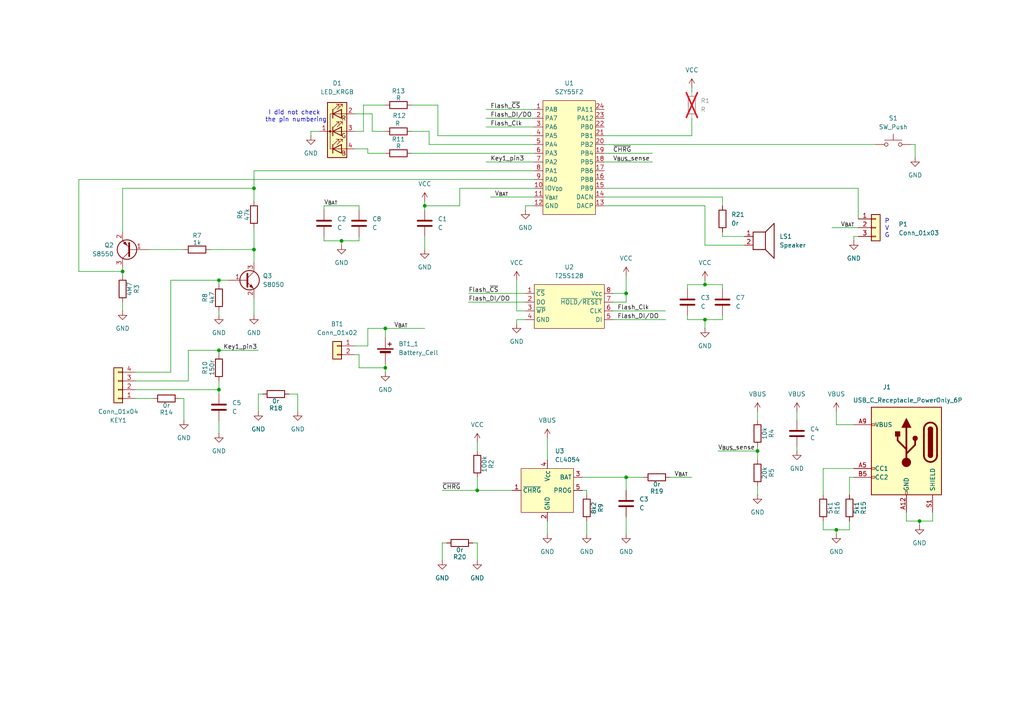
<source format=kicad_sch>
(kicad_sch
	(version 20231120)
	(generator "eeschema")
	(generator_version "8.0")
	(uuid "c9ebb33a-2259-4ba9-82aa-bb6372a5b946")
	(paper "A4")
	(lib_symbols
		(symbol "AHsoundbox:CL4054"
			(exclude_from_sim no)
			(in_bom yes)
			(on_board yes)
			(property "Reference" "U"
				(at 2.032 10.668 0)
				(effects
					(font
						(size 1.27 1.27)
					)
				)
			)
			(property "Value" "CL4054"
				(at 5.08 8.636 0)
				(effects
					(font
						(size 1.27 1.27)
					)
				)
			)
			(property "Footprint" ""
				(at -5.08 0 0)
				(effects
					(font
						(size 1.27 1.27)
					)
					(hide yes)
				)
			)
			(property "Datasheet" ""
				(at -5.08 0 0)
				(effects
					(font
						(size 1.27 1.27)
					)
					(hide yes)
				)
			)
			(property "Description" ""
				(at -5.08 0 0)
				(effects
					(font
						(size 1.27 1.27)
					)
					(hide yes)
				)
			)
			(symbol "CL4054_1_1"
				(rectangle
					(start -7.62 7.62)
					(end 7.62 -5.08)
					(stroke
						(width 0)
						(type default)
					)
					(fill
						(type background)
					)
				)
				(pin input line
					(at -10.16 1.27 0)
					(length 2.54)
					(name "~{CHRG}"
						(effects
							(font
								(size 1.27 1.27)
							)
						)
					)
					(number "1"
						(effects
							(font
								(size 1.27 1.27)
							)
						)
					)
				)
				(pin input line
					(at 0 -7.62 90)
					(length 2.54)
					(name "GND"
						(effects
							(font
								(size 1.27 1.27)
							)
						)
					)
					(number "2"
						(effects
							(font
								(size 1.27 1.27)
							)
						)
					)
				)
				(pin input line
					(at 10.16 5.08 180)
					(length 2.54)
					(name "BAT"
						(effects
							(font
								(size 1.27 1.27)
							)
						)
					)
					(number "3"
						(effects
							(font
								(size 1.27 1.27)
							)
						)
					)
				)
				(pin input line
					(at 0 10.16 270)
					(length 2.54)
					(name "V_{CC}"
						(effects
							(font
								(size 1.27 1.27)
							)
						)
					)
					(number "4"
						(effects
							(font
								(size 1.27 1.27)
							)
						)
					)
				)
				(pin input line
					(at 10.16 1.27 180)
					(length 2.54)
					(name "PROG"
						(effects
							(font
								(size 1.27 1.27)
							)
						)
					)
					(number "5"
						(effects
							(font
								(size 1.27 1.27)
							)
						)
					)
				)
			)
		)
		(symbol "AHsoundbox:SZY55F2"
			(exclude_from_sim no)
			(in_bom yes)
			(on_board yes)
			(property "Reference" "U"
				(at 0.254 20.32 0)
				(effects
					(font
						(size 1.27 1.27)
					)
				)
			)
			(property "Value" "SZY55F2"
				(at 3.302 17.78 0)
				(effects
					(font
						(size 1.27 1.27)
					)
				)
			)
			(property "Footprint" "Package_SO:QSOP-28_3.9x9.9mm_P0.635mm"
				(at -8.89 6.35 0)
				(effects
					(font
						(size 1.27 1.27)
					)
					(hide yes)
				)
			)
			(property "Datasheet" ""
				(at -8.89 6.35 0)
				(effects
					(font
						(size 1.27 1.27)
					)
					(hide yes)
				)
			)
			(property "Description" ""
				(at -8.89 6.35 0)
				(effects
					(font
						(size 1.27 1.27)
					)
					(hide yes)
				)
			)
			(symbol "SZY55F2_1_1"
				(rectangle
					(start -7.62 16.51)
					(end 7.62 -16.51)
					(stroke
						(width 0)
						(type default)
					)
					(fill
						(type background)
					)
				)
				(pin input line
					(at -10.16 13.97 0)
					(length 2.54)
					(name "PA8"
						(effects
							(font
								(size 1.27 1.27)
							)
						)
					)
					(number "1"
						(effects
							(font
								(size 1.27 1.27)
							)
						)
					)
				)
				(pin input line
					(at -10.16 -8.89 0)
					(length 2.54)
					(name "IOV_{DD}"
						(effects
							(font
								(size 1.27 1.27)
							)
						)
					)
					(number "10"
						(effects
							(font
								(size 1.27 1.27)
							)
						)
					)
				)
				(pin input line
					(at -10.16 -11.43 0)
					(length 2.54)
					(name "V_{BAT}"
						(effects
							(font
								(size 1.27 1.27)
							)
						)
					)
					(number "11"
						(effects
							(font
								(size 1.27 1.27)
							)
						)
					)
				)
				(pin input line
					(at -10.16 -13.97 0)
					(length 2.54)
					(name "GND"
						(effects
							(font
								(size 1.27 1.27)
							)
						)
					)
					(number "12"
						(effects
							(font
								(size 1.27 1.27)
							)
						)
					)
				)
				(pin input line
					(at 10.16 -13.97 180)
					(length 2.54)
					(name "DACP"
						(effects
							(font
								(size 1.27 1.27)
							)
						)
					)
					(number "13"
						(effects
							(font
								(size 1.27 1.27)
							)
						)
					)
				)
				(pin input line
					(at 10.16 -11.43 180)
					(length 2.54)
					(name "DACN"
						(effects
							(font
								(size 1.27 1.27)
							)
						)
					)
					(number "14"
						(effects
							(font
								(size 1.27 1.27)
							)
						)
					)
				)
				(pin input line
					(at 10.16 -8.89 180)
					(length 2.54)
					(name "PB9"
						(effects
							(font
								(size 1.27 1.27)
							)
						)
					)
					(number "15"
						(effects
							(font
								(size 1.27 1.27)
							)
						)
					)
				)
				(pin input line
					(at 10.16 -6.35 180)
					(length 2.54)
					(name "PB8"
						(effects
							(font
								(size 1.27 1.27)
							)
						)
					)
					(number "16"
						(effects
							(font
								(size 1.27 1.27)
							)
						)
					)
				)
				(pin input line
					(at 10.16 -3.81 180)
					(length 2.54)
					(name "PB6"
						(effects
							(font
								(size 1.27 1.27)
							)
						)
					)
					(number "17"
						(effects
							(font
								(size 1.27 1.27)
							)
						)
					)
				)
				(pin input line
					(at 10.16 -1.27 180)
					(length 2.54)
					(name "PB5"
						(effects
							(font
								(size 1.27 1.27)
							)
						)
					)
					(number "18"
						(effects
							(font
								(size 1.27 1.27)
							)
						)
					)
				)
				(pin input line
					(at 10.16 1.27 180)
					(length 2.54)
					(name "PB4"
						(effects
							(font
								(size 1.27 1.27)
							)
						)
					)
					(number "19"
						(effects
							(font
								(size 1.27 1.27)
							)
						)
					)
				)
				(pin input line
					(at -10.16 11.43 0)
					(length 2.54)
					(name "PA7"
						(effects
							(font
								(size 1.27 1.27)
							)
						)
					)
					(number "2"
						(effects
							(font
								(size 1.27 1.27)
							)
						)
					)
				)
				(pin input line
					(at 10.16 3.81 180)
					(length 2.54)
					(name "PB2"
						(effects
							(font
								(size 1.27 1.27)
							)
						)
					)
					(number "20"
						(effects
							(font
								(size 1.27 1.27)
							)
						)
					)
				)
				(pin input line
					(at 10.16 6.35 180)
					(length 2.54)
					(name "PB1"
						(effects
							(font
								(size 1.27 1.27)
							)
						)
					)
					(number "21"
						(effects
							(font
								(size 1.27 1.27)
							)
						)
					)
				)
				(pin input line
					(at 10.16 8.89 180)
					(length 2.54)
					(name "PB0"
						(effects
							(font
								(size 1.27 1.27)
							)
						)
					)
					(number "22"
						(effects
							(font
								(size 1.27 1.27)
							)
						)
					)
				)
				(pin input line
					(at 10.16 11.43 180)
					(length 2.54)
					(name "PA12"
						(effects
							(font
								(size 1.27 1.27)
							)
						)
					)
					(number "23"
						(effects
							(font
								(size 1.27 1.27)
							)
						)
					)
				)
				(pin input line
					(at 10.16 13.97 180)
					(length 2.54)
					(name "PA11"
						(effects
							(font
								(size 1.27 1.27)
							)
						)
					)
					(number "24"
						(effects
							(font
								(size 1.27 1.27)
							)
						)
					)
				)
				(pin input line
					(at -10.16 8.89 0)
					(length 2.54)
					(name "PA6"
						(effects
							(font
								(size 1.27 1.27)
							)
						)
					)
					(number "3"
						(effects
							(font
								(size 1.27 1.27)
							)
						)
					)
				)
				(pin input line
					(at -10.16 6.35 0)
					(length 2.54)
					(name "PA5"
						(effects
							(font
								(size 1.27 1.27)
							)
						)
					)
					(number "4"
						(effects
							(font
								(size 1.27 1.27)
							)
						)
					)
				)
				(pin input line
					(at -10.16 3.81 0)
					(length 2.54)
					(name "PA4"
						(effects
							(font
								(size 1.27 1.27)
							)
						)
					)
					(number "5"
						(effects
							(font
								(size 1.27 1.27)
							)
						)
					)
				)
				(pin input line
					(at -10.16 1.27 0)
					(length 2.54)
					(name "PA3"
						(effects
							(font
								(size 1.27 1.27)
							)
						)
					)
					(number "6"
						(effects
							(font
								(size 1.27 1.27)
							)
						)
					)
				)
				(pin input line
					(at -10.16 -1.27 0)
					(length 2.54)
					(name "PA2"
						(effects
							(font
								(size 1.27 1.27)
							)
						)
					)
					(number "7"
						(effects
							(font
								(size 1.27 1.27)
							)
						)
					)
				)
				(pin input line
					(at -10.16 -3.81 0)
					(length 2.54)
					(name "PA1"
						(effects
							(font
								(size 1.27 1.27)
							)
						)
					)
					(number "8"
						(effects
							(font
								(size 1.27 1.27)
							)
						)
					)
				)
				(pin input line
					(at -10.16 -6.35 0)
					(length 2.54)
					(name "PA0"
						(effects
							(font
								(size 1.27 1.27)
							)
						)
					)
					(number "9"
						(effects
							(font
								(size 1.27 1.27)
							)
						)
					)
				)
			)
		)
		(symbol "AHsoundbox:T25S128"
			(exclude_from_sim no)
			(in_bom yes)
			(on_board yes)
			(property "Reference" "U"
				(at 2.794 13.716 0)
				(effects
					(font
						(size 1.27 1.27)
					)
				)
			)
			(property "Value" "T25S128"
				(at 6.096 10.922 0)
				(effects
					(font
						(size 1.27 1.27)
					)
				)
			)
			(property "Footprint" "Package_SO:SOIC-8_3.9x4.9mm_P1.27mm"
				(at 0 0 0)
				(effects
					(font
						(size 1.27 1.27)
					)
					(hide yes)
				)
			)
			(property "Datasheet" ""
				(at 0 0 0)
				(effects
					(font
						(size 1.27 1.27)
					)
					(hide yes)
				)
			)
			(property "Description" ""
				(at 0 0 0)
				(effects
					(font
						(size 1.27 1.27)
					)
					(hide yes)
				)
			)
			(symbol "T25S128_1_1"
				(rectangle
					(start -10.16 8.89)
					(end 10.16 -3.81)
					(stroke
						(width 0)
						(type default)
					)
					(fill
						(type background)
					)
				)
				(pin input line
					(at -12.7 6.35 0)
					(length 2.54)
					(name "~{CS}"
						(effects
							(font
								(size 1.27 1.27)
							)
						)
					)
					(number "1"
						(effects
							(font
								(size 1.27 1.27)
							)
						)
					)
				)
				(pin input line
					(at -12.7 3.81 0)
					(length 2.54)
					(name "DO"
						(effects
							(font
								(size 1.27 1.27)
							)
						)
					)
					(number "2"
						(effects
							(font
								(size 1.27 1.27)
							)
						)
					)
				)
				(pin input line
					(at -12.7 1.27 0)
					(length 2.54)
					(name "~{WP}"
						(effects
							(font
								(size 1.27 1.27)
							)
						)
					)
					(number "3"
						(effects
							(font
								(size 1.27 1.27)
							)
						)
					)
				)
				(pin input line
					(at -12.7 -1.27 0)
					(length 2.54)
					(name "GND"
						(effects
							(font
								(size 1.27 1.27)
							)
						)
					)
					(number "4"
						(effects
							(font
								(size 1.27 1.27)
							)
						)
					)
				)
				(pin input line
					(at 12.7 -1.27 180)
					(length 2.54)
					(name "DI"
						(effects
							(font
								(size 1.27 1.27)
							)
						)
					)
					(number "5"
						(effects
							(font
								(size 1.27 1.27)
							)
						)
					)
				)
				(pin input line
					(at 12.7 1.27 180)
					(length 2.54)
					(name "CLK"
						(effects
							(font
								(size 1.27 1.27)
							)
						)
					)
					(number "6"
						(effects
							(font
								(size 1.27 1.27)
							)
						)
					)
				)
				(pin input line
					(at 12.7 3.81 180)
					(length 2.54)
					(name "~{HOLD}/~{RESET}"
						(effects
							(font
								(size 1.27 1.27)
							)
						)
					)
					(number "7"
						(effects
							(font
								(size 1.27 1.27)
							)
						)
					)
				)
				(pin input line
					(at 12.7 6.35 180)
					(length 2.54)
					(name "V_{CC}"
						(effects
							(font
								(size 1.27 1.27)
							)
						)
					)
					(number "8"
						(effects
							(font
								(size 1.27 1.27)
							)
						)
					)
				)
			)
		)
		(symbol "Connector:USB_C_Receptacle_PowerOnly_6P"
			(pin_names
				(offset 1.016)
			)
			(exclude_from_sim no)
			(in_bom yes)
			(on_board yes)
			(property "Reference" "J"
				(at 0 16.51 0)
				(effects
					(font
						(size 1.27 1.27)
					)
					(justify bottom)
				)
			)
			(property "Value" "USB_C_Receptacle_PowerOnly_6P"
				(at 0 13.97 0)
				(effects
					(font
						(size 1.27 1.27)
					)
					(justify bottom)
				)
			)
			(property "Footprint" ""
				(at 3.81 2.54 0)
				(effects
					(font
						(size 1.27 1.27)
					)
					(hide yes)
				)
			)
			(property "Datasheet" "https://www.usb.org/sites/default/files/documents/usb_type-c.zip"
				(at 0 0 0)
				(effects
					(font
						(size 1.27 1.27)
					)
					(hide yes)
				)
			)
			(property "Description" "USB Power-Only 6P Type-C Receptacle connector"
				(at 0 0 0)
				(effects
					(font
						(size 1.27 1.27)
					)
					(hide yes)
				)
			)
			(property "ki_keywords" "usb universal serial bus type-C power-only charging-only 6P 6C"
				(at 0 0 0)
				(effects
					(font
						(size 1.27 1.27)
					)
					(hide yes)
				)
			)
			(property "ki_fp_filters" "USB*C*Receptacle*"
				(at 0 0 0)
				(effects
					(font
						(size 1.27 1.27)
					)
					(hide yes)
				)
			)
			(symbol "USB_C_Receptacle_PowerOnly_6P_0_0"
				(rectangle
					(start -0.254 -12.7)
					(end 0.254 -11.684)
					(stroke
						(width 0)
						(type default)
					)
					(fill
						(type none)
					)
				)
				(rectangle
					(start 10.16 -7.366)
					(end 9.144 -7.874)
					(stroke
						(width 0)
						(type default)
					)
					(fill
						(type none)
					)
				)
				(rectangle
					(start 10.16 -4.826)
					(end 9.144 -5.334)
					(stroke
						(width 0)
						(type default)
					)
					(fill
						(type none)
					)
				)
				(rectangle
					(start 10.16 7.874)
					(end 9.144 7.366)
					(stroke
						(width 0)
						(type default)
					)
					(fill
						(type none)
					)
				)
			)
			(symbol "USB_C_Receptacle_PowerOnly_6P_0_1"
				(rectangle
					(start -10.16 12.7)
					(end 10.16 -12.7)
					(stroke
						(width 0.254)
						(type default)
					)
					(fill
						(type background)
					)
				)
				(arc
					(start -8.89 -1.27)
					(mid -6.985 -3.1667)
					(end -5.08 -1.27)
					(stroke
						(width 0.508)
						(type default)
					)
					(fill
						(type none)
					)
				)
				(arc
					(start -7.62 -1.27)
					(mid -6.985 -1.9023)
					(end -6.35 -1.27)
					(stroke
						(width 0.254)
						(type default)
					)
					(fill
						(type none)
					)
				)
				(arc
					(start -7.62 -1.27)
					(mid -6.985 -1.9023)
					(end -6.35 -1.27)
					(stroke
						(width 0.254)
						(type default)
					)
					(fill
						(type outline)
					)
				)
				(rectangle
					(start -7.62 -1.27)
					(end -6.35 6.35)
					(stroke
						(width 0.254)
						(type default)
					)
					(fill
						(type outline)
					)
				)
				(arc
					(start -6.35 6.35)
					(mid -6.985 6.9823)
					(end -7.62 6.35)
					(stroke
						(width 0.254)
						(type default)
					)
					(fill
						(type none)
					)
				)
				(arc
					(start -6.35 6.35)
					(mid -6.985 6.9823)
					(end -7.62 6.35)
					(stroke
						(width 0.254)
						(type default)
					)
					(fill
						(type outline)
					)
				)
				(arc
					(start -5.08 6.35)
					(mid -6.985 8.2467)
					(end -8.89 6.35)
					(stroke
						(width 0.508)
						(type default)
					)
					(fill
						(type none)
					)
				)
				(circle
					(center -2.54 3.683)
					(radius 0.635)
					(stroke
						(width 0.254)
						(type default)
					)
					(fill
						(type outline)
					)
				)
				(circle
					(center 0 -3.302)
					(radius 1.27)
					(stroke
						(width 0)
						(type default)
					)
					(fill
						(type outline)
					)
				)
				(polyline
					(pts
						(xy -8.89 -1.27) (xy -8.89 6.35)
					)
					(stroke
						(width 0.508)
						(type default)
					)
					(fill
						(type none)
					)
				)
				(polyline
					(pts
						(xy -5.08 6.35) (xy -5.08 -1.27)
					)
					(stroke
						(width 0.508)
						(type default)
					)
					(fill
						(type none)
					)
				)
				(polyline
					(pts
						(xy 0 -3.302) (xy 0 6.858)
					)
					(stroke
						(width 0.508)
						(type default)
					)
					(fill
						(type none)
					)
				)
				(polyline
					(pts
						(xy 0 -0.762) (xy -2.54 1.778) (xy -2.54 3.048)
					)
					(stroke
						(width 0.508)
						(type default)
					)
					(fill
						(type none)
					)
				)
				(polyline
					(pts
						(xy 0 0.508) (xy 2.54 3.048) (xy 2.54 4.318)
					)
					(stroke
						(width 0.508)
						(type default)
					)
					(fill
						(type none)
					)
				)
				(polyline
					(pts
						(xy -1.27 6.858) (xy 0 9.398) (xy 1.27 6.858) (xy -1.27 6.858)
					)
					(stroke
						(width 0.254)
						(type default)
					)
					(fill
						(type outline)
					)
				)
				(rectangle
					(start 1.905 4.318)
					(end 3.175 5.588)
					(stroke
						(width 0.254)
						(type default)
					)
					(fill
						(type outline)
					)
				)
			)
			(symbol "USB_C_Receptacle_PowerOnly_6P_1_1"
				(pin passive line
					(at 0 -17.78 90)
					(length 5.08)
					(name "GND"
						(effects
							(font
								(size 1.27 1.27)
							)
						)
					)
					(number "A12"
						(effects
							(font
								(size 1.27 1.27)
							)
						)
					)
				)
				(pin bidirectional line
					(at 15.24 -5.08 180)
					(length 5.08)
					(name "CC1"
						(effects
							(font
								(size 1.27 1.27)
							)
						)
					)
					(number "A5"
						(effects
							(font
								(size 1.27 1.27)
							)
						)
					)
				)
				(pin passive line
					(at 15.24 7.62 180)
					(length 5.08)
					(name "VBUS"
						(effects
							(font
								(size 1.27 1.27)
							)
						)
					)
					(number "A9"
						(effects
							(font
								(size 1.27 1.27)
							)
						)
					)
				)
				(pin passive line
					(at 0 -17.78 90)
					(length 5.08) hide
					(name "GND"
						(effects
							(font
								(size 1.27 1.27)
							)
						)
					)
					(number "B12"
						(effects
							(font
								(size 1.27 1.27)
							)
						)
					)
				)
				(pin bidirectional line
					(at 15.24 -7.62 180)
					(length 5.08)
					(name "CC2"
						(effects
							(font
								(size 1.27 1.27)
							)
						)
					)
					(number "B5"
						(effects
							(font
								(size 1.27 1.27)
							)
						)
					)
				)
				(pin passive line
					(at 15.24 7.62 180)
					(length 5.08) hide
					(name "VBUS"
						(effects
							(font
								(size 1.27 1.27)
							)
						)
					)
					(number "B9"
						(effects
							(font
								(size 1.27 1.27)
							)
						)
					)
				)
				(pin passive line
					(at -7.62 -17.78 90)
					(length 5.08)
					(name "SHIELD"
						(effects
							(font
								(size 1.27 1.27)
							)
						)
					)
					(number "S1"
						(effects
							(font
								(size 1.27 1.27)
							)
						)
					)
				)
			)
		)
		(symbol "Connector_Generic:Conn_01x02"
			(pin_names
				(offset 1.016) hide)
			(exclude_from_sim no)
			(in_bom yes)
			(on_board yes)
			(property "Reference" "J"
				(at 0 2.54 0)
				(effects
					(font
						(size 1.27 1.27)
					)
				)
			)
			(property "Value" "Conn_01x02"
				(at 0 -5.08 0)
				(effects
					(font
						(size 1.27 1.27)
					)
				)
			)
			(property "Footprint" ""
				(at 0 0 0)
				(effects
					(font
						(size 1.27 1.27)
					)
					(hide yes)
				)
			)
			(property "Datasheet" "~"
				(at 0 0 0)
				(effects
					(font
						(size 1.27 1.27)
					)
					(hide yes)
				)
			)
			(property "Description" "Generic connector, single row, 01x02, script generated (kicad-library-utils/schlib/autogen/connector/)"
				(at 0 0 0)
				(effects
					(font
						(size 1.27 1.27)
					)
					(hide yes)
				)
			)
			(property "ki_keywords" "connector"
				(at 0 0 0)
				(effects
					(font
						(size 1.27 1.27)
					)
					(hide yes)
				)
			)
			(property "ki_fp_filters" "Connector*:*_1x??_*"
				(at 0 0 0)
				(effects
					(font
						(size 1.27 1.27)
					)
					(hide yes)
				)
			)
			(symbol "Conn_01x02_1_1"
				(rectangle
					(start -1.27 -2.413)
					(end 0 -2.667)
					(stroke
						(width 0.1524)
						(type default)
					)
					(fill
						(type none)
					)
				)
				(rectangle
					(start -1.27 0.127)
					(end 0 -0.127)
					(stroke
						(width 0.1524)
						(type default)
					)
					(fill
						(type none)
					)
				)
				(rectangle
					(start -1.27 1.27)
					(end 1.27 -3.81)
					(stroke
						(width 0.254)
						(type default)
					)
					(fill
						(type background)
					)
				)
				(pin passive line
					(at -5.08 0 0)
					(length 3.81)
					(name "Pin_1"
						(effects
							(font
								(size 1.27 1.27)
							)
						)
					)
					(number "1"
						(effects
							(font
								(size 1.27 1.27)
							)
						)
					)
				)
				(pin passive line
					(at -5.08 -2.54 0)
					(length 3.81)
					(name "Pin_2"
						(effects
							(font
								(size 1.27 1.27)
							)
						)
					)
					(number "2"
						(effects
							(font
								(size 1.27 1.27)
							)
						)
					)
				)
			)
		)
		(symbol "Connector_Generic:Conn_01x03"
			(pin_names
				(offset 1.016) hide)
			(exclude_from_sim no)
			(in_bom yes)
			(on_board yes)
			(property "Reference" "J"
				(at 0 5.08 0)
				(effects
					(font
						(size 1.27 1.27)
					)
				)
			)
			(property "Value" "Conn_01x03"
				(at 0 -5.08 0)
				(effects
					(font
						(size 1.27 1.27)
					)
				)
			)
			(property "Footprint" ""
				(at 0 0 0)
				(effects
					(font
						(size 1.27 1.27)
					)
					(hide yes)
				)
			)
			(property "Datasheet" "~"
				(at 0 0 0)
				(effects
					(font
						(size 1.27 1.27)
					)
					(hide yes)
				)
			)
			(property "Description" "Generic connector, single row, 01x03, script generated (kicad-library-utils/schlib/autogen/connector/)"
				(at 0 0 0)
				(effects
					(font
						(size 1.27 1.27)
					)
					(hide yes)
				)
			)
			(property "ki_keywords" "connector"
				(at 0 0 0)
				(effects
					(font
						(size 1.27 1.27)
					)
					(hide yes)
				)
			)
			(property "ki_fp_filters" "Connector*:*_1x??_*"
				(at 0 0 0)
				(effects
					(font
						(size 1.27 1.27)
					)
					(hide yes)
				)
			)
			(symbol "Conn_01x03_1_1"
				(rectangle
					(start -1.27 -2.413)
					(end 0 -2.667)
					(stroke
						(width 0.1524)
						(type default)
					)
					(fill
						(type none)
					)
				)
				(rectangle
					(start -1.27 0.127)
					(end 0 -0.127)
					(stroke
						(width 0.1524)
						(type default)
					)
					(fill
						(type none)
					)
				)
				(rectangle
					(start -1.27 2.667)
					(end 0 2.413)
					(stroke
						(width 0.1524)
						(type default)
					)
					(fill
						(type none)
					)
				)
				(rectangle
					(start -1.27 3.81)
					(end 1.27 -3.81)
					(stroke
						(width 0.254)
						(type default)
					)
					(fill
						(type background)
					)
				)
				(pin passive line
					(at -5.08 2.54 0)
					(length 3.81)
					(name "Pin_1"
						(effects
							(font
								(size 1.27 1.27)
							)
						)
					)
					(number "1"
						(effects
							(font
								(size 1.27 1.27)
							)
						)
					)
				)
				(pin passive line
					(at -5.08 0 0)
					(length 3.81)
					(name "Pin_2"
						(effects
							(font
								(size 1.27 1.27)
							)
						)
					)
					(number "2"
						(effects
							(font
								(size 1.27 1.27)
							)
						)
					)
				)
				(pin passive line
					(at -5.08 -2.54 0)
					(length 3.81)
					(name "Pin_3"
						(effects
							(font
								(size 1.27 1.27)
							)
						)
					)
					(number "3"
						(effects
							(font
								(size 1.27 1.27)
							)
						)
					)
				)
			)
		)
		(symbol "Connector_Generic:Conn_01x04"
			(pin_names
				(offset 1.016) hide)
			(exclude_from_sim no)
			(in_bom yes)
			(on_board yes)
			(property "Reference" "J"
				(at 0 5.08 0)
				(effects
					(font
						(size 1.27 1.27)
					)
				)
			)
			(property "Value" "Conn_01x04"
				(at 0 -7.62 0)
				(effects
					(font
						(size 1.27 1.27)
					)
				)
			)
			(property "Footprint" ""
				(at 0 0 0)
				(effects
					(font
						(size 1.27 1.27)
					)
					(hide yes)
				)
			)
			(property "Datasheet" "~"
				(at 0 0 0)
				(effects
					(font
						(size 1.27 1.27)
					)
					(hide yes)
				)
			)
			(property "Description" "Generic connector, single row, 01x04, script generated (kicad-library-utils/schlib/autogen/connector/)"
				(at 0 0 0)
				(effects
					(font
						(size 1.27 1.27)
					)
					(hide yes)
				)
			)
			(property "ki_keywords" "connector"
				(at 0 0 0)
				(effects
					(font
						(size 1.27 1.27)
					)
					(hide yes)
				)
			)
			(property "ki_fp_filters" "Connector*:*_1x??_*"
				(at 0 0 0)
				(effects
					(font
						(size 1.27 1.27)
					)
					(hide yes)
				)
			)
			(symbol "Conn_01x04_1_1"
				(rectangle
					(start -1.27 -4.953)
					(end 0 -5.207)
					(stroke
						(width 0.1524)
						(type default)
					)
					(fill
						(type none)
					)
				)
				(rectangle
					(start -1.27 -2.413)
					(end 0 -2.667)
					(stroke
						(width 0.1524)
						(type default)
					)
					(fill
						(type none)
					)
				)
				(rectangle
					(start -1.27 0.127)
					(end 0 -0.127)
					(stroke
						(width 0.1524)
						(type default)
					)
					(fill
						(type none)
					)
				)
				(rectangle
					(start -1.27 2.667)
					(end 0 2.413)
					(stroke
						(width 0.1524)
						(type default)
					)
					(fill
						(type none)
					)
				)
				(rectangle
					(start -1.27 3.81)
					(end 1.27 -6.35)
					(stroke
						(width 0.254)
						(type default)
					)
					(fill
						(type background)
					)
				)
				(pin passive line
					(at -5.08 2.54 0)
					(length 3.81)
					(name "Pin_1"
						(effects
							(font
								(size 1.27 1.27)
							)
						)
					)
					(number "1"
						(effects
							(font
								(size 1.27 1.27)
							)
						)
					)
				)
				(pin passive line
					(at -5.08 0 0)
					(length 3.81)
					(name "Pin_2"
						(effects
							(font
								(size 1.27 1.27)
							)
						)
					)
					(number "2"
						(effects
							(font
								(size 1.27 1.27)
							)
						)
					)
				)
				(pin passive line
					(at -5.08 -2.54 0)
					(length 3.81)
					(name "Pin_3"
						(effects
							(font
								(size 1.27 1.27)
							)
						)
					)
					(number "3"
						(effects
							(font
								(size 1.27 1.27)
							)
						)
					)
				)
				(pin passive line
					(at -5.08 -5.08 0)
					(length 3.81)
					(name "Pin_4"
						(effects
							(font
								(size 1.27 1.27)
							)
						)
					)
					(number "4"
						(effects
							(font
								(size 1.27 1.27)
							)
						)
					)
				)
			)
		)
		(symbol "Device:Battery_Cell"
			(pin_numbers hide)
			(pin_names
				(offset 0) hide)
			(exclude_from_sim no)
			(in_bom yes)
			(on_board yes)
			(property "Reference" "BT"
				(at 2.54 2.54 0)
				(effects
					(font
						(size 1.27 1.27)
					)
					(justify left)
				)
			)
			(property "Value" "Battery_Cell"
				(at 2.54 0 0)
				(effects
					(font
						(size 1.27 1.27)
					)
					(justify left)
				)
			)
			(property "Footprint" ""
				(at 0 1.524 90)
				(effects
					(font
						(size 1.27 1.27)
					)
					(hide yes)
				)
			)
			(property "Datasheet" "~"
				(at 0 1.524 90)
				(effects
					(font
						(size 1.27 1.27)
					)
					(hide yes)
				)
			)
			(property "Description" "Single-cell battery"
				(at 0 0 0)
				(effects
					(font
						(size 1.27 1.27)
					)
					(hide yes)
				)
			)
			(property "ki_keywords" "battery cell"
				(at 0 0 0)
				(effects
					(font
						(size 1.27 1.27)
					)
					(hide yes)
				)
			)
			(symbol "Battery_Cell_0_1"
				(rectangle
					(start -2.286 1.778)
					(end 2.286 1.524)
					(stroke
						(width 0)
						(type default)
					)
					(fill
						(type outline)
					)
				)
				(rectangle
					(start -1.524 1.016)
					(end 1.524 0.508)
					(stroke
						(width 0)
						(type default)
					)
					(fill
						(type outline)
					)
				)
				(polyline
					(pts
						(xy 0 0.762) (xy 0 0)
					)
					(stroke
						(width 0)
						(type default)
					)
					(fill
						(type none)
					)
				)
				(polyline
					(pts
						(xy 0 1.778) (xy 0 2.54)
					)
					(stroke
						(width 0)
						(type default)
					)
					(fill
						(type none)
					)
				)
				(polyline
					(pts
						(xy 0.762 3.048) (xy 1.778 3.048)
					)
					(stroke
						(width 0.254)
						(type default)
					)
					(fill
						(type none)
					)
				)
				(polyline
					(pts
						(xy 1.27 3.556) (xy 1.27 2.54)
					)
					(stroke
						(width 0.254)
						(type default)
					)
					(fill
						(type none)
					)
				)
			)
			(symbol "Battery_Cell_1_1"
				(pin passive line
					(at 0 5.08 270)
					(length 2.54)
					(name "+"
						(effects
							(font
								(size 1.27 1.27)
							)
						)
					)
					(number "1"
						(effects
							(font
								(size 1.27 1.27)
							)
						)
					)
				)
				(pin passive line
					(at 0 -2.54 90)
					(length 2.54)
					(name "-"
						(effects
							(font
								(size 1.27 1.27)
							)
						)
					)
					(number "2"
						(effects
							(font
								(size 1.27 1.27)
							)
						)
					)
				)
			)
		)
		(symbol "Device:C"
			(pin_numbers hide)
			(pin_names
				(offset 0.254)
			)
			(exclude_from_sim no)
			(in_bom yes)
			(on_board yes)
			(property "Reference" "C"
				(at 0.635 2.54 0)
				(effects
					(font
						(size 1.27 1.27)
					)
					(justify left)
				)
			)
			(property "Value" "C"
				(at 0.635 -2.54 0)
				(effects
					(font
						(size 1.27 1.27)
					)
					(justify left)
				)
			)
			(property "Footprint" ""
				(at 0.9652 -3.81 0)
				(effects
					(font
						(size 1.27 1.27)
					)
					(hide yes)
				)
			)
			(property "Datasheet" "~"
				(at 0 0 0)
				(effects
					(font
						(size 1.27 1.27)
					)
					(hide yes)
				)
			)
			(property "Description" "Unpolarized capacitor"
				(at 0 0 0)
				(effects
					(font
						(size 1.27 1.27)
					)
					(hide yes)
				)
			)
			(property "ki_keywords" "cap capacitor"
				(at 0 0 0)
				(effects
					(font
						(size 1.27 1.27)
					)
					(hide yes)
				)
			)
			(property "ki_fp_filters" "C_*"
				(at 0 0 0)
				(effects
					(font
						(size 1.27 1.27)
					)
					(hide yes)
				)
			)
			(symbol "C_0_1"
				(polyline
					(pts
						(xy -2.032 -0.762) (xy 2.032 -0.762)
					)
					(stroke
						(width 0.508)
						(type default)
					)
					(fill
						(type none)
					)
				)
				(polyline
					(pts
						(xy -2.032 0.762) (xy 2.032 0.762)
					)
					(stroke
						(width 0.508)
						(type default)
					)
					(fill
						(type none)
					)
				)
			)
			(symbol "C_1_1"
				(pin passive line
					(at 0 3.81 270)
					(length 2.794)
					(name "~"
						(effects
							(font
								(size 1.27 1.27)
							)
						)
					)
					(number "1"
						(effects
							(font
								(size 1.27 1.27)
							)
						)
					)
				)
				(pin passive line
					(at 0 -3.81 90)
					(length 2.794)
					(name "~"
						(effects
							(font
								(size 1.27 1.27)
							)
						)
					)
					(number "2"
						(effects
							(font
								(size 1.27 1.27)
							)
						)
					)
				)
			)
		)
		(symbol "Device:LED_KRGB"
			(pin_names
				(offset 0) hide)
			(exclude_from_sim no)
			(in_bom yes)
			(on_board yes)
			(property "Reference" "D"
				(at 0 9.398 0)
				(effects
					(font
						(size 1.27 1.27)
					)
				)
			)
			(property "Value" "LED_KRGB"
				(at 0 -8.89 0)
				(effects
					(font
						(size 1.27 1.27)
					)
				)
			)
			(property "Footprint" ""
				(at 0 -1.27 0)
				(effects
					(font
						(size 1.27 1.27)
					)
					(hide yes)
				)
			)
			(property "Datasheet" "~"
				(at 0 -1.27 0)
				(effects
					(font
						(size 1.27 1.27)
					)
					(hide yes)
				)
			)
			(property "Description" "RGB LED, cathode/red/green/blue"
				(at 0 0 0)
				(effects
					(font
						(size 1.27 1.27)
					)
					(hide yes)
				)
			)
			(property "ki_keywords" "LED RGB diode"
				(at 0 0 0)
				(effects
					(font
						(size 1.27 1.27)
					)
					(hide yes)
				)
			)
			(property "ki_fp_filters" "LED* LED_SMD:* LED_THT:*"
				(at 0 0 0)
				(effects
					(font
						(size 1.27 1.27)
					)
					(hide yes)
				)
			)
			(symbol "LED_KRGB_0_0"
				(text "B"
					(at 1.905 -6.35 0)
					(effects
						(font
							(size 1.27 1.27)
						)
					)
				)
				(text "G"
					(at 1.905 -1.27 0)
					(effects
						(font
							(size 1.27 1.27)
						)
					)
				)
				(text "R"
					(at 1.905 3.81 0)
					(effects
						(font
							(size 1.27 1.27)
						)
					)
				)
			)
			(symbol "LED_KRGB_0_1"
				(circle
					(center -2.032 0)
					(radius 0.254)
					(stroke
						(width 0)
						(type default)
					)
					(fill
						(type outline)
					)
				)
				(polyline
					(pts
						(xy -1.27 -5.08) (xy 1.27 -5.08)
					)
					(stroke
						(width 0)
						(type default)
					)
					(fill
						(type none)
					)
				)
				(polyline
					(pts
						(xy -1.27 -3.81) (xy -1.27 -6.35)
					)
					(stroke
						(width 0.254)
						(type default)
					)
					(fill
						(type none)
					)
				)
				(polyline
					(pts
						(xy -1.27 0) (xy -2.54 0)
					)
					(stroke
						(width 0)
						(type default)
					)
					(fill
						(type none)
					)
				)
				(polyline
					(pts
						(xy -1.27 1.27) (xy -1.27 -1.27)
					)
					(stroke
						(width 0.254)
						(type default)
					)
					(fill
						(type none)
					)
				)
				(polyline
					(pts
						(xy -1.27 5.08) (xy 1.27 5.08)
					)
					(stroke
						(width 0)
						(type default)
					)
					(fill
						(type none)
					)
				)
				(polyline
					(pts
						(xy -1.27 6.35) (xy -1.27 3.81)
					)
					(stroke
						(width 0.254)
						(type default)
					)
					(fill
						(type none)
					)
				)
				(polyline
					(pts
						(xy 1.27 -5.08) (xy 2.54 -5.08)
					)
					(stroke
						(width 0)
						(type default)
					)
					(fill
						(type none)
					)
				)
				(polyline
					(pts
						(xy 1.27 0) (xy -1.27 0)
					)
					(stroke
						(width 0)
						(type default)
					)
					(fill
						(type none)
					)
				)
				(polyline
					(pts
						(xy 1.27 0) (xy 2.54 0)
					)
					(stroke
						(width 0)
						(type default)
					)
					(fill
						(type none)
					)
				)
				(polyline
					(pts
						(xy 1.27 5.08) (xy 2.54 5.08)
					)
					(stroke
						(width 0)
						(type default)
					)
					(fill
						(type none)
					)
				)
				(polyline
					(pts
						(xy -1.27 1.27) (xy -1.27 -1.27) (xy -1.27 -1.27)
					)
					(stroke
						(width 0)
						(type default)
					)
					(fill
						(type none)
					)
				)
				(polyline
					(pts
						(xy -1.27 6.35) (xy -1.27 3.81) (xy -1.27 3.81)
					)
					(stroke
						(width 0)
						(type default)
					)
					(fill
						(type none)
					)
				)
				(polyline
					(pts
						(xy -1.27 5.08) (xy -2.032 5.08) (xy -2.032 -5.08) (xy -1.016 -5.08)
					)
					(stroke
						(width 0)
						(type default)
					)
					(fill
						(type none)
					)
				)
				(polyline
					(pts
						(xy 1.27 -3.81) (xy 1.27 -6.35) (xy -1.27 -5.08) (xy 1.27 -3.81)
					)
					(stroke
						(width 0.254)
						(type default)
					)
					(fill
						(type none)
					)
				)
				(polyline
					(pts
						(xy 1.27 1.27) (xy 1.27 -1.27) (xy -1.27 0) (xy 1.27 1.27)
					)
					(stroke
						(width 0.254)
						(type default)
					)
					(fill
						(type none)
					)
				)
				(polyline
					(pts
						(xy 1.27 6.35) (xy 1.27 3.81) (xy -1.27 5.08) (xy 1.27 6.35)
					)
					(stroke
						(width 0.254)
						(type default)
					)
					(fill
						(type none)
					)
				)
				(polyline
					(pts
						(xy -1.016 -3.81) (xy 0.508 -2.286) (xy -0.254 -2.286) (xy 0.508 -2.286) (xy 0.508 -3.048)
					)
					(stroke
						(width 0)
						(type default)
					)
					(fill
						(type none)
					)
				)
				(polyline
					(pts
						(xy -1.016 1.27) (xy 0.508 2.794) (xy -0.254 2.794) (xy 0.508 2.794) (xy 0.508 2.032)
					)
					(stroke
						(width 0)
						(type default)
					)
					(fill
						(type none)
					)
				)
				(polyline
					(pts
						(xy -1.016 6.35) (xy 0.508 7.874) (xy -0.254 7.874) (xy 0.508 7.874) (xy 0.508 7.112)
					)
					(stroke
						(width 0)
						(type default)
					)
					(fill
						(type none)
					)
				)
				(polyline
					(pts
						(xy 0 -3.81) (xy 1.524 -2.286) (xy 0.762 -2.286) (xy 1.524 -2.286) (xy 1.524 -3.048)
					)
					(stroke
						(width 0)
						(type default)
					)
					(fill
						(type none)
					)
				)
				(polyline
					(pts
						(xy 0 1.27) (xy 1.524 2.794) (xy 0.762 2.794) (xy 1.524 2.794) (xy 1.524 2.032)
					)
					(stroke
						(width 0)
						(type default)
					)
					(fill
						(type none)
					)
				)
				(polyline
					(pts
						(xy 0 6.35) (xy 1.524 7.874) (xy 0.762 7.874) (xy 1.524 7.874) (xy 1.524 7.112)
					)
					(stroke
						(width 0)
						(type default)
					)
					(fill
						(type none)
					)
				)
				(rectangle
					(start 1.27 -1.27)
					(end 1.27 1.27)
					(stroke
						(width 0)
						(type default)
					)
					(fill
						(type none)
					)
				)
				(rectangle
					(start 1.27 1.27)
					(end 1.27 1.27)
					(stroke
						(width 0)
						(type default)
					)
					(fill
						(type none)
					)
				)
				(rectangle
					(start 1.27 3.81)
					(end 1.27 6.35)
					(stroke
						(width 0)
						(type default)
					)
					(fill
						(type none)
					)
				)
				(rectangle
					(start 1.27 6.35)
					(end 1.27 6.35)
					(stroke
						(width 0)
						(type default)
					)
					(fill
						(type none)
					)
				)
				(rectangle
					(start 2.794 8.382)
					(end -2.794 -7.62)
					(stroke
						(width 0.254)
						(type default)
					)
					(fill
						(type background)
					)
				)
			)
			(symbol "LED_KRGB_1_1"
				(pin passive line
					(at -5.08 0 0)
					(length 2.54)
					(name "K"
						(effects
							(font
								(size 1.27 1.27)
							)
						)
					)
					(number "1"
						(effects
							(font
								(size 1.27 1.27)
							)
						)
					)
				)
				(pin passive line
					(at 5.08 5.08 180)
					(length 2.54)
					(name "RA"
						(effects
							(font
								(size 1.27 1.27)
							)
						)
					)
					(number "2"
						(effects
							(font
								(size 1.27 1.27)
							)
						)
					)
				)
				(pin passive line
					(at 5.08 0 180)
					(length 2.54)
					(name "GA"
						(effects
							(font
								(size 1.27 1.27)
							)
						)
					)
					(number "3"
						(effects
							(font
								(size 1.27 1.27)
							)
						)
					)
				)
				(pin passive line
					(at 5.08 -5.08 180)
					(length 2.54)
					(name "BA"
						(effects
							(font
								(size 1.27 1.27)
							)
						)
					)
					(number "4"
						(effects
							(font
								(size 1.27 1.27)
							)
						)
					)
				)
			)
		)
		(symbol "Device:Q_NPN_BEC"
			(pin_names
				(offset 0) hide)
			(exclude_from_sim no)
			(in_bom yes)
			(on_board yes)
			(property "Reference" "Q"
				(at 5.08 1.27 0)
				(effects
					(font
						(size 1.27 1.27)
					)
					(justify left)
				)
			)
			(property "Value" "Q_NPN_BEC"
				(at 5.08 -1.27 0)
				(effects
					(font
						(size 1.27 1.27)
					)
					(justify left)
				)
			)
			(property "Footprint" ""
				(at 5.08 2.54 0)
				(effects
					(font
						(size 1.27 1.27)
					)
					(hide yes)
				)
			)
			(property "Datasheet" "~"
				(at 0 0 0)
				(effects
					(font
						(size 1.27 1.27)
					)
					(hide yes)
				)
			)
			(property "Description" "NPN transistor, base/emitter/collector"
				(at 0 0 0)
				(effects
					(font
						(size 1.27 1.27)
					)
					(hide yes)
				)
			)
			(property "ki_keywords" "transistor NPN"
				(at 0 0 0)
				(effects
					(font
						(size 1.27 1.27)
					)
					(hide yes)
				)
			)
			(symbol "Q_NPN_BEC_0_1"
				(polyline
					(pts
						(xy 0.635 0.635) (xy 2.54 2.54)
					)
					(stroke
						(width 0)
						(type default)
					)
					(fill
						(type none)
					)
				)
				(polyline
					(pts
						(xy 0.635 -0.635) (xy 2.54 -2.54) (xy 2.54 -2.54)
					)
					(stroke
						(width 0)
						(type default)
					)
					(fill
						(type none)
					)
				)
				(polyline
					(pts
						(xy 0.635 1.905) (xy 0.635 -1.905) (xy 0.635 -1.905)
					)
					(stroke
						(width 0.508)
						(type default)
					)
					(fill
						(type none)
					)
				)
				(polyline
					(pts
						(xy 1.27 -1.778) (xy 1.778 -1.27) (xy 2.286 -2.286) (xy 1.27 -1.778) (xy 1.27 -1.778)
					)
					(stroke
						(width 0)
						(type default)
					)
					(fill
						(type outline)
					)
				)
				(circle
					(center 1.27 0)
					(radius 2.8194)
					(stroke
						(width 0.254)
						(type default)
					)
					(fill
						(type none)
					)
				)
			)
			(symbol "Q_NPN_BEC_1_1"
				(pin input line
					(at -5.08 0 0)
					(length 5.715)
					(name "B"
						(effects
							(font
								(size 1.27 1.27)
							)
						)
					)
					(number "1"
						(effects
							(font
								(size 1.27 1.27)
							)
						)
					)
				)
				(pin passive line
					(at 2.54 -5.08 90)
					(length 2.54)
					(name "E"
						(effects
							(font
								(size 1.27 1.27)
							)
						)
					)
					(number "2"
						(effects
							(font
								(size 1.27 1.27)
							)
						)
					)
				)
				(pin passive line
					(at 2.54 5.08 270)
					(length 2.54)
					(name "C"
						(effects
							(font
								(size 1.27 1.27)
							)
						)
					)
					(number "3"
						(effects
							(font
								(size 1.27 1.27)
							)
						)
					)
				)
			)
		)
		(symbol "Device:Q_PNP_BEC"
			(pin_names
				(offset 0) hide)
			(exclude_from_sim no)
			(in_bom yes)
			(on_board yes)
			(property "Reference" "Q"
				(at 5.08 1.27 0)
				(effects
					(font
						(size 1.27 1.27)
					)
					(justify left)
				)
			)
			(property "Value" "Q_PNP_BEC"
				(at 5.08 -1.27 0)
				(effects
					(font
						(size 1.27 1.27)
					)
					(justify left)
				)
			)
			(property "Footprint" ""
				(at 5.08 2.54 0)
				(effects
					(font
						(size 1.27 1.27)
					)
					(hide yes)
				)
			)
			(property "Datasheet" "~"
				(at 0 0 0)
				(effects
					(font
						(size 1.27 1.27)
					)
					(hide yes)
				)
			)
			(property "Description" "PNP transistor, base/emitter/collector"
				(at 0 0 0)
				(effects
					(font
						(size 1.27 1.27)
					)
					(hide yes)
				)
			)
			(property "ki_keywords" "transistor PNP"
				(at 0 0 0)
				(effects
					(font
						(size 1.27 1.27)
					)
					(hide yes)
				)
			)
			(symbol "Q_PNP_BEC_0_1"
				(polyline
					(pts
						(xy 0.635 0.635) (xy 2.54 2.54)
					)
					(stroke
						(width 0)
						(type default)
					)
					(fill
						(type none)
					)
				)
				(polyline
					(pts
						(xy 0.635 -0.635) (xy 2.54 -2.54) (xy 2.54 -2.54)
					)
					(stroke
						(width 0)
						(type default)
					)
					(fill
						(type none)
					)
				)
				(polyline
					(pts
						(xy 0.635 1.905) (xy 0.635 -1.905) (xy 0.635 -1.905)
					)
					(stroke
						(width 0.508)
						(type default)
					)
					(fill
						(type none)
					)
				)
				(polyline
					(pts
						(xy 2.286 -1.778) (xy 1.778 -2.286) (xy 1.27 -1.27) (xy 2.286 -1.778) (xy 2.286 -1.778)
					)
					(stroke
						(width 0)
						(type default)
					)
					(fill
						(type outline)
					)
				)
				(circle
					(center 1.27 0)
					(radius 2.8194)
					(stroke
						(width 0.254)
						(type default)
					)
					(fill
						(type none)
					)
				)
			)
			(symbol "Q_PNP_BEC_1_1"
				(pin input line
					(at -5.08 0 0)
					(length 5.715)
					(name "B"
						(effects
							(font
								(size 1.27 1.27)
							)
						)
					)
					(number "1"
						(effects
							(font
								(size 1.27 1.27)
							)
						)
					)
				)
				(pin passive line
					(at 2.54 -5.08 90)
					(length 2.54)
					(name "E"
						(effects
							(font
								(size 1.27 1.27)
							)
						)
					)
					(number "2"
						(effects
							(font
								(size 1.27 1.27)
							)
						)
					)
				)
				(pin passive line
					(at 2.54 5.08 270)
					(length 2.54)
					(name "C"
						(effects
							(font
								(size 1.27 1.27)
							)
						)
					)
					(number "3"
						(effects
							(font
								(size 1.27 1.27)
							)
						)
					)
				)
			)
		)
		(symbol "Device:R"
			(pin_numbers hide)
			(pin_names
				(offset 0)
			)
			(exclude_from_sim no)
			(in_bom yes)
			(on_board yes)
			(property "Reference" "R"
				(at 2.032 0 90)
				(effects
					(font
						(size 1.27 1.27)
					)
				)
			)
			(property "Value" "R"
				(at 0 0 90)
				(effects
					(font
						(size 1.27 1.27)
					)
				)
			)
			(property "Footprint" ""
				(at -1.778 0 90)
				(effects
					(font
						(size 1.27 1.27)
					)
					(hide yes)
				)
			)
			(property "Datasheet" "~"
				(at 0 0 0)
				(effects
					(font
						(size 1.27 1.27)
					)
					(hide yes)
				)
			)
			(property "Description" "Resistor"
				(at 0 0 0)
				(effects
					(font
						(size 1.27 1.27)
					)
					(hide yes)
				)
			)
			(property "ki_keywords" "R res resistor"
				(at 0 0 0)
				(effects
					(font
						(size 1.27 1.27)
					)
					(hide yes)
				)
			)
			(property "ki_fp_filters" "R_*"
				(at 0 0 0)
				(effects
					(font
						(size 1.27 1.27)
					)
					(hide yes)
				)
			)
			(symbol "R_0_1"
				(rectangle
					(start -1.016 -2.54)
					(end 1.016 2.54)
					(stroke
						(width 0.254)
						(type default)
					)
					(fill
						(type none)
					)
				)
			)
			(symbol "R_1_1"
				(pin passive line
					(at 0 3.81 270)
					(length 1.27)
					(name "~"
						(effects
							(font
								(size 1.27 1.27)
							)
						)
					)
					(number "1"
						(effects
							(font
								(size 1.27 1.27)
							)
						)
					)
				)
				(pin passive line
					(at 0 -3.81 90)
					(length 1.27)
					(name "~"
						(effects
							(font
								(size 1.27 1.27)
							)
						)
					)
					(number "2"
						(effects
							(font
								(size 1.27 1.27)
							)
						)
					)
				)
			)
		)
		(symbol "Device:Speaker"
			(pin_names
				(offset 0) hide)
			(exclude_from_sim no)
			(in_bom yes)
			(on_board yes)
			(property "Reference" "LS"
				(at 1.27 5.715 0)
				(effects
					(font
						(size 1.27 1.27)
					)
					(justify right)
				)
			)
			(property "Value" "Speaker"
				(at 1.27 3.81 0)
				(effects
					(font
						(size 1.27 1.27)
					)
					(justify right)
				)
			)
			(property "Footprint" ""
				(at 0 -5.08 0)
				(effects
					(font
						(size 1.27 1.27)
					)
					(hide yes)
				)
			)
			(property "Datasheet" "~"
				(at -0.254 -1.27 0)
				(effects
					(font
						(size 1.27 1.27)
					)
					(hide yes)
				)
			)
			(property "Description" "Speaker"
				(at 0 0 0)
				(effects
					(font
						(size 1.27 1.27)
					)
					(hide yes)
				)
			)
			(property "ki_keywords" "speaker sound"
				(at 0 0 0)
				(effects
					(font
						(size 1.27 1.27)
					)
					(hide yes)
				)
			)
			(symbol "Speaker_0_0"
				(rectangle
					(start -2.54 1.27)
					(end 1.016 -3.81)
					(stroke
						(width 0.254)
						(type default)
					)
					(fill
						(type none)
					)
				)
				(polyline
					(pts
						(xy 1.016 1.27) (xy 3.556 3.81) (xy 3.556 -6.35) (xy 1.016 -3.81)
					)
					(stroke
						(width 0.254)
						(type default)
					)
					(fill
						(type none)
					)
				)
			)
			(symbol "Speaker_1_1"
				(pin input line
					(at -5.08 0 0)
					(length 2.54)
					(name "1"
						(effects
							(font
								(size 1.27 1.27)
							)
						)
					)
					(number "1"
						(effects
							(font
								(size 1.27 1.27)
							)
						)
					)
				)
				(pin input line
					(at -5.08 -2.54 0)
					(length 2.54)
					(name "2"
						(effects
							(font
								(size 1.27 1.27)
							)
						)
					)
					(number "2"
						(effects
							(font
								(size 1.27 1.27)
							)
						)
					)
				)
			)
		)
		(symbol "Switch:SW_Push"
			(pin_numbers hide)
			(pin_names
				(offset 1.016) hide)
			(exclude_from_sim no)
			(in_bom yes)
			(on_board yes)
			(property "Reference" "SW"
				(at 1.27 2.54 0)
				(effects
					(font
						(size 1.27 1.27)
					)
					(justify left)
				)
			)
			(property "Value" "SW_Push"
				(at 0 -1.524 0)
				(effects
					(font
						(size 1.27 1.27)
					)
				)
			)
			(property "Footprint" ""
				(at 0 5.08 0)
				(effects
					(font
						(size 1.27 1.27)
					)
					(hide yes)
				)
			)
			(property "Datasheet" "~"
				(at 0 5.08 0)
				(effects
					(font
						(size 1.27 1.27)
					)
					(hide yes)
				)
			)
			(property "Description" "Push button switch, generic, two pins"
				(at 0 0 0)
				(effects
					(font
						(size 1.27 1.27)
					)
					(hide yes)
				)
			)
			(property "ki_keywords" "switch normally-open pushbutton push-button"
				(at 0 0 0)
				(effects
					(font
						(size 1.27 1.27)
					)
					(hide yes)
				)
			)
			(symbol "SW_Push_0_1"
				(circle
					(center -2.032 0)
					(radius 0.508)
					(stroke
						(width 0)
						(type default)
					)
					(fill
						(type none)
					)
				)
				(polyline
					(pts
						(xy 0 1.27) (xy 0 3.048)
					)
					(stroke
						(width 0)
						(type default)
					)
					(fill
						(type none)
					)
				)
				(polyline
					(pts
						(xy 2.54 1.27) (xy -2.54 1.27)
					)
					(stroke
						(width 0)
						(type default)
					)
					(fill
						(type none)
					)
				)
				(circle
					(center 2.032 0)
					(radius 0.508)
					(stroke
						(width 0)
						(type default)
					)
					(fill
						(type none)
					)
				)
				(pin passive line
					(at -5.08 0 0)
					(length 2.54)
					(name "1"
						(effects
							(font
								(size 1.27 1.27)
							)
						)
					)
					(number "1"
						(effects
							(font
								(size 1.27 1.27)
							)
						)
					)
				)
				(pin passive line
					(at 5.08 0 180)
					(length 2.54)
					(name "2"
						(effects
							(font
								(size 1.27 1.27)
							)
						)
					)
					(number "2"
						(effects
							(font
								(size 1.27 1.27)
							)
						)
					)
				)
			)
		)
		(symbol "power:GND"
			(power)
			(pin_numbers hide)
			(pin_names
				(offset 0) hide)
			(exclude_from_sim no)
			(in_bom yes)
			(on_board yes)
			(property "Reference" "#PWR"
				(at 0 -6.35 0)
				(effects
					(font
						(size 1.27 1.27)
					)
					(hide yes)
				)
			)
			(property "Value" "GND"
				(at 0 -3.81 0)
				(effects
					(font
						(size 1.27 1.27)
					)
				)
			)
			(property "Footprint" ""
				(at 0 0 0)
				(effects
					(font
						(size 1.27 1.27)
					)
					(hide yes)
				)
			)
			(property "Datasheet" ""
				(at 0 0 0)
				(effects
					(font
						(size 1.27 1.27)
					)
					(hide yes)
				)
			)
			(property "Description" "Power symbol creates a global label with name \"GND\" , ground"
				(at 0 0 0)
				(effects
					(font
						(size 1.27 1.27)
					)
					(hide yes)
				)
			)
			(property "ki_keywords" "global power"
				(at 0 0 0)
				(effects
					(font
						(size 1.27 1.27)
					)
					(hide yes)
				)
			)
			(symbol "GND_0_1"
				(polyline
					(pts
						(xy 0 0) (xy 0 -1.27) (xy 1.27 -1.27) (xy 0 -2.54) (xy -1.27 -1.27) (xy 0 -1.27)
					)
					(stroke
						(width 0)
						(type default)
					)
					(fill
						(type none)
					)
				)
			)
			(symbol "GND_1_1"
				(pin power_in line
					(at 0 0 270)
					(length 0)
					(name "~"
						(effects
							(font
								(size 1.27 1.27)
							)
						)
					)
					(number "1"
						(effects
							(font
								(size 1.27 1.27)
							)
						)
					)
				)
			)
		)
		(symbol "power:VBUS"
			(power)
			(pin_numbers hide)
			(pin_names
				(offset 0) hide)
			(exclude_from_sim no)
			(in_bom yes)
			(on_board yes)
			(property "Reference" "#PWR"
				(at 0 -3.81 0)
				(effects
					(font
						(size 1.27 1.27)
					)
					(hide yes)
				)
			)
			(property "Value" "VBUS"
				(at 0 3.556 0)
				(effects
					(font
						(size 1.27 1.27)
					)
				)
			)
			(property "Footprint" ""
				(at 0 0 0)
				(effects
					(font
						(size 1.27 1.27)
					)
					(hide yes)
				)
			)
			(property "Datasheet" ""
				(at 0 0 0)
				(effects
					(font
						(size 1.27 1.27)
					)
					(hide yes)
				)
			)
			(property "Description" "Power symbol creates a global label with name \"VBUS\""
				(at 0 0 0)
				(effects
					(font
						(size 1.27 1.27)
					)
					(hide yes)
				)
			)
			(property "ki_keywords" "global power"
				(at 0 0 0)
				(effects
					(font
						(size 1.27 1.27)
					)
					(hide yes)
				)
			)
			(symbol "VBUS_0_1"
				(polyline
					(pts
						(xy -0.762 1.27) (xy 0 2.54)
					)
					(stroke
						(width 0)
						(type default)
					)
					(fill
						(type none)
					)
				)
				(polyline
					(pts
						(xy 0 0) (xy 0 2.54)
					)
					(stroke
						(width 0)
						(type default)
					)
					(fill
						(type none)
					)
				)
				(polyline
					(pts
						(xy 0 2.54) (xy 0.762 1.27)
					)
					(stroke
						(width 0)
						(type default)
					)
					(fill
						(type none)
					)
				)
			)
			(symbol "VBUS_1_1"
				(pin power_in line
					(at 0 0 90)
					(length 0)
					(name "~"
						(effects
							(font
								(size 1.27 1.27)
							)
						)
					)
					(number "1"
						(effects
							(font
								(size 1.27 1.27)
							)
						)
					)
				)
			)
		)
		(symbol "power:VCC"
			(power)
			(pin_numbers hide)
			(pin_names
				(offset 0) hide)
			(exclude_from_sim no)
			(in_bom yes)
			(on_board yes)
			(property "Reference" "#PWR"
				(at 0 -3.81 0)
				(effects
					(font
						(size 1.27 1.27)
					)
					(hide yes)
				)
			)
			(property "Value" "VCC"
				(at 0 3.556 0)
				(effects
					(font
						(size 1.27 1.27)
					)
				)
			)
			(property "Footprint" ""
				(at 0 0 0)
				(effects
					(font
						(size 1.27 1.27)
					)
					(hide yes)
				)
			)
			(property "Datasheet" ""
				(at 0 0 0)
				(effects
					(font
						(size 1.27 1.27)
					)
					(hide yes)
				)
			)
			(property "Description" "Power symbol creates a global label with name \"VCC\""
				(at 0 0 0)
				(effects
					(font
						(size 1.27 1.27)
					)
					(hide yes)
				)
			)
			(property "ki_keywords" "global power"
				(at 0 0 0)
				(effects
					(font
						(size 1.27 1.27)
					)
					(hide yes)
				)
			)
			(symbol "VCC_0_1"
				(polyline
					(pts
						(xy -0.762 1.27) (xy 0 2.54)
					)
					(stroke
						(width 0)
						(type default)
					)
					(fill
						(type none)
					)
				)
				(polyline
					(pts
						(xy 0 0) (xy 0 2.54)
					)
					(stroke
						(width 0)
						(type default)
					)
					(fill
						(type none)
					)
				)
				(polyline
					(pts
						(xy 0 2.54) (xy 0.762 1.27)
					)
					(stroke
						(width 0)
						(type default)
					)
					(fill
						(type none)
					)
				)
			)
			(symbol "VCC_1_1"
				(pin power_in line
					(at 0 0 90)
					(length 0)
					(name "~"
						(effects
							(font
								(size 1.27 1.27)
							)
						)
					)
					(number "1"
						(effects
							(font
								(size 1.27 1.27)
							)
						)
					)
				)
			)
		)
	)
	(junction
		(at 123.19 59.69)
		(diameter 0)
		(color 0 0 0 0)
		(uuid "0f34520d-17fc-4458-b3eb-53466205e26c")
	)
	(junction
		(at 111.76 95.25)
		(diameter 0)
		(color 0 0 0 0)
		(uuid "19c31d90-8319-491d-bcbd-dd0104e9f52e")
	)
	(junction
		(at 204.47 92.71)
		(diameter 0)
		(color 0 0 0 0)
		(uuid "20a62339-f677-4c73-ae9f-61fb0adaa1e9")
	)
	(junction
		(at 73.66 54.61)
		(diameter 0)
		(color 0 0 0 0)
		(uuid "2290b055-b18c-4e7a-8bd1-cacd0fe5a8c6")
	)
	(junction
		(at 242.57 153.67)
		(diameter 0)
		(color 0 0 0 0)
		(uuid "48c16f04-5882-4e40-b604-253dfbcbaeb5")
	)
	(junction
		(at 266.7 151.13)
		(diameter 0)
		(color 0 0 0 0)
		(uuid "4e4f694f-1223-4f6a-b093-a8cc7b720222")
	)
	(junction
		(at 111.76 106.68)
		(diameter 0)
		(color 0 0 0 0)
		(uuid "53c0ee40-cb6a-45f4-a003-650df8ce25bc")
	)
	(junction
		(at 63.5 101.6)
		(diameter 0)
		(color 0 0 0 0)
		(uuid "7810e387-4175-46f2-9196-12af1b7f4000")
	)
	(junction
		(at 181.61 85.09)
		(diameter 0)
		(color 0 0 0 0)
		(uuid "883ae3bc-fc3d-4ea9-ae81-d358d6d01314")
	)
	(junction
		(at 35.56 78.74)
		(diameter 0)
		(color 0 0 0 0)
		(uuid "91487ee1-398b-4ed9-98d6-f775b780bcc7")
	)
	(junction
		(at 204.47 82.55)
		(diameter 0)
		(color 0 0 0 0)
		(uuid "96f21937-99c3-4d8b-bfea-e7b90b79c83a")
	)
	(junction
		(at 181.61 138.43)
		(diameter 0)
		(color 0 0 0 0)
		(uuid "972f1753-02a7-4a52-89ae-55c17dedd402")
	)
	(junction
		(at 99.06 69.85)
		(diameter 0)
		(color 0 0 0 0)
		(uuid "aba5ca88-23a8-4846-9f8b-e890ec79daa0")
	)
	(junction
		(at 63.5 81.28)
		(diameter 0)
		(color 0 0 0 0)
		(uuid "abed8da4-e246-4953-8059-91d7faaa7d45")
	)
	(junction
		(at 73.66 72.39)
		(diameter 0)
		(color 0 0 0 0)
		(uuid "daaef9a0-2e70-4f09-8752-bfb9393bf27a")
	)
	(junction
		(at 63.5 113.03)
		(diameter 0)
		(color 0 0 0 0)
		(uuid "f61b4a21-bf73-4744-8cd9-9eee29876fdb")
	)
	(junction
		(at 138.43 142.24)
		(diameter 0)
		(color 0 0 0 0)
		(uuid "fe294769-292d-4645-801a-4573170bc1e1")
	)
	(junction
		(at 219.71 130.81)
		(diameter 0)
		(color 0 0 0 0)
		(uuid "ff83d390-1d97-4544-a16a-16ab65be7217")
	)
	(wire
		(pts
			(xy 209.55 68.58) (xy 209.55 67.31)
		)
		(stroke
			(width 0)
			(type default)
		)
		(uuid "024b8866-931d-4736-94a2-20b53867f8e9")
	)
	(wire
		(pts
			(xy 39.37 115.57) (xy 44.45 115.57)
		)
		(stroke
			(width 0)
			(type default)
		)
		(uuid "03faf688-4848-416f-8a28-ad10f160c51e")
	)
	(wire
		(pts
			(xy 175.26 41.91) (xy 254 41.91)
		)
		(stroke
			(width 0)
			(type default)
		)
		(uuid "04790107-858e-4aad-bb64-962ad44eb237")
	)
	(wire
		(pts
			(xy 199.39 91.44) (xy 199.39 92.71)
		)
		(stroke
			(width 0)
			(type default)
		)
		(uuid "04aba9cb-e7ea-4b48-89a2-98396ab18855")
	)
	(wire
		(pts
			(xy 140.97 46.99) (xy 154.94 46.99)
		)
		(stroke
			(width 0)
			(type default)
		)
		(uuid "05691a09-a95c-4d36-a7f0-f4533e5adac9")
	)
	(wire
		(pts
			(xy 35.56 87.63) (xy 35.56 90.17)
		)
		(stroke
			(width 0)
			(type default)
		)
		(uuid "06c09dc7-d742-4ca9-bf13-06f517209303")
	)
	(wire
		(pts
			(xy 266.7 151.13) (xy 266.7 152.4)
		)
		(stroke
			(width 0)
			(type default)
		)
		(uuid "07f1de54-0f20-4c49-90ab-fa449db21a8b")
	)
	(wire
		(pts
			(xy 181.61 149.86) (xy 181.61 154.94)
		)
		(stroke
			(width 0)
			(type default)
		)
		(uuid "08bcb66c-0a13-42aa-b037-a9393ff41d14")
	)
	(wire
		(pts
			(xy 238.76 135.89) (xy 247.65 135.89)
		)
		(stroke
			(width 0)
			(type default)
		)
		(uuid "0a0d2a75-8808-41ca-ada1-e3c792981cd2")
	)
	(wire
		(pts
			(xy 63.5 101.6) (xy 63.5 102.87)
		)
		(stroke
			(width 0)
			(type default)
		)
		(uuid "0afaf8ff-1f07-4b43-a595-1eddd3795cab")
	)
	(wire
		(pts
			(xy 111.76 106.68) (xy 111.76 107.95)
		)
		(stroke
			(width 0)
			(type default)
		)
		(uuid "0bda2885-4d89-41fe-a868-e2dbc6303ece")
	)
	(wire
		(pts
			(xy 140.97 31.75) (xy 154.94 31.75)
		)
		(stroke
			(width 0)
			(type default)
		)
		(uuid "0c423a9f-eb39-4576-b151-6c67234bab0b")
	)
	(wire
		(pts
			(xy 175.26 46.99) (xy 189.23 46.99)
		)
		(stroke
			(width 0)
			(type default)
		)
		(uuid "100d6d6e-e2dd-4458-b9c3-1d40b0b28e6e")
	)
	(wire
		(pts
			(xy 39.37 110.49) (xy 54.61 110.49)
		)
		(stroke
			(width 0)
			(type default)
		)
		(uuid "10aa3331-38df-4261-ad5d-6c121898eb75")
	)
	(wire
		(pts
			(xy 177.8 92.71) (xy 193.04 92.71)
		)
		(stroke
			(width 0)
			(type default)
		)
		(uuid "1192fcbc-9fee-4462-a991-9feb787db75d")
	)
	(wire
		(pts
			(xy 111.76 44.45) (xy 106.68 44.45)
		)
		(stroke
			(width 0)
			(type default)
		)
		(uuid "11af9375-0608-492c-8ad4-30035fcaed12")
	)
	(wire
		(pts
			(xy 247.65 69.85) (xy 247.65 68.58)
		)
		(stroke
			(width 0)
			(type default)
		)
		(uuid "129f3a75-c295-4f4c-9c10-3b2af71a804b")
	)
	(wire
		(pts
			(xy 209.55 57.15) (xy 209.55 59.69)
		)
		(stroke
			(width 0)
			(type default)
		)
		(uuid "13b5c81d-af9a-4e33-89ab-e4d50e83e015")
	)
	(wire
		(pts
			(xy 170.18 151.13) (xy 170.18 154.94)
		)
		(stroke
			(width 0)
			(type default)
		)
		(uuid "13c28f79-54c4-469e-90ba-4a7b8cb80826")
	)
	(wire
		(pts
			(xy 93.98 59.69) (xy 93.98 60.96)
		)
		(stroke
			(width 0)
			(type default)
		)
		(uuid "148fe4c3-ed4e-45ce-a83d-f1c271d00ecb")
	)
	(wire
		(pts
			(xy 63.5 110.49) (xy 63.5 113.03)
		)
		(stroke
			(width 0)
			(type default)
		)
		(uuid "149a46cf-b986-4ebd-b8fe-37ab6eec47d3")
	)
	(wire
		(pts
			(xy 73.66 86.36) (xy 73.66 91.44)
		)
		(stroke
			(width 0)
			(type default)
		)
		(uuid "154ca88a-27a7-40d0-acdb-3c8adc61187a")
	)
	(wire
		(pts
			(xy 106.68 100.33) (xy 106.68 95.25)
		)
		(stroke
			(width 0)
			(type default)
		)
		(uuid "184a8575-0afa-4678-a49a-86e7e0c20704")
	)
	(wire
		(pts
			(xy 152.4 59.69) (xy 154.94 59.69)
		)
		(stroke
			(width 0)
			(type default)
		)
		(uuid "1b02fff8-7bb0-49a0-ba26-0277eb4a28e8")
	)
	(wire
		(pts
			(xy 74.93 119.38) (xy 74.93 114.3)
		)
		(stroke
			(width 0)
			(type default)
		)
		(uuid "1bc29109-34df-4bcf-9632-76ef1bf1e791")
	)
	(wire
		(pts
			(xy 204.47 71.12) (xy 204.47 59.69)
		)
		(stroke
			(width 0)
			(type default)
		)
		(uuid "1c20a49c-03b1-401f-b6ff-26c2438a5f5a")
	)
	(wire
		(pts
			(xy 128.27 162.56) (xy 128.27 157.48)
		)
		(stroke
			(width 0)
			(type default)
		)
		(uuid "1c83c267-b2c5-4bb7-9fc5-7b25e86de186")
	)
	(wire
		(pts
			(xy 73.66 49.53) (xy 73.66 54.61)
		)
		(stroke
			(width 0)
			(type default)
		)
		(uuid "1fcc6b0a-6eb6-4808-80d1-b10965596f6c")
	)
	(wire
		(pts
			(xy 142.24 57.15) (xy 154.94 57.15)
		)
		(stroke
			(width 0)
			(type default)
		)
		(uuid "1ff82fdc-9d66-4489-b5ad-8f8d31720b71")
	)
	(wire
		(pts
			(xy 22.86 52.07) (xy 22.86 78.74)
		)
		(stroke
			(width 0)
			(type default)
		)
		(uuid "20ce7e63-39a1-42ae-b02b-630f0827b14c")
	)
	(wire
		(pts
			(xy 154.94 54.61) (xy 133.35 54.61)
		)
		(stroke
			(width 0)
			(type default)
		)
		(uuid "2280621e-ba63-419a-a848-fd59354c3d09")
	)
	(wire
		(pts
			(xy 158.75 127) (xy 158.75 133.35)
		)
		(stroke
			(width 0)
			(type default)
		)
		(uuid "2475660d-e214-40bd-a2a1-dfeb12b79428")
	)
	(wire
		(pts
			(xy 209.55 82.55) (xy 209.55 83.82)
		)
		(stroke
			(width 0)
			(type default)
		)
		(uuid "24f97453-f1dd-409e-9468-8ae052fab1f2")
	)
	(wire
		(pts
			(xy 158.75 151.13) (xy 158.75 154.94)
		)
		(stroke
			(width 0)
			(type default)
		)
		(uuid "2734c0ab-4371-45e1-bda4-217fb709c08b")
	)
	(wire
		(pts
			(xy 99.06 69.85) (xy 104.14 69.85)
		)
		(stroke
			(width 0)
			(type default)
		)
		(uuid "2d1b3956-a6c6-4311-8dc4-4bb5b80e232b")
	)
	(wire
		(pts
			(xy 107.95 38.1) (xy 107.95 33.02)
		)
		(stroke
			(width 0)
			(type default)
		)
		(uuid "2f48b91c-ee88-4dbe-8887-e772a25a076b")
	)
	(wire
		(pts
			(xy 106.68 95.25) (xy 111.76 95.25)
		)
		(stroke
			(width 0)
			(type default)
		)
		(uuid "30ff205b-3080-4daa-9ade-3d9605f900fe")
	)
	(wire
		(pts
			(xy 181.61 138.43) (xy 181.61 142.24)
		)
		(stroke
			(width 0)
			(type default)
		)
		(uuid "3169ae96-42a0-4e48-aba5-afa0c0a2849c")
	)
	(wire
		(pts
			(xy 175.26 39.37) (xy 200.66 39.37)
		)
		(stroke
			(width 0)
			(type default)
		)
		(uuid "382616a1-a176-48ec-a478-bde2e7fe19c1")
	)
	(wire
		(pts
			(xy 238.76 151.13) (xy 238.76 153.67)
		)
		(stroke
			(width 0)
			(type default)
		)
		(uuid "395266d2-5722-4b16-90ab-cb43a26c7916")
	)
	(wire
		(pts
			(xy 231.14 119.38) (xy 231.14 121.92)
		)
		(stroke
			(width 0)
			(type default)
		)
		(uuid "39c65882-1812-4486-9eeb-4824d3eb8230")
	)
	(wire
		(pts
			(xy 154.94 41.91) (xy 124.46 41.91)
		)
		(stroke
			(width 0)
			(type default)
		)
		(uuid "3cb1434d-d6e4-4dae-9d6e-49795c8ff927")
	)
	(wire
		(pts
			(xy 200.66 25.4) (xy 200.66 26.67)
		)
		(stroke
			(width 0)
			(type default)
		)
		(uuid "3d224f8b-5315-41e9-9e30-0687d4b7ff9b")
	)
	(wire
		(pts
			(xy 106.68 43.18) (xy 102.87 43.18)
		)
		(stroke
			(width 0)
			(type default)
		)
		(uuid "3dd1d20a-04da-4823-8cd4-d745017d01b0")
	)
	(wire
		(pts
			(xy 204.47 92.71) (xy 209.55 92.71)
		)
		(stroke
			(width 0)
			(type default)
		)
		(uuid "40648886-b1c7-450b-855f-1a2b9cdeb9c6")
	)
	(wire
		(pts
			(xy 128.27 157.48) (xy 129.54 157.48)
		)
		(stroke
			(width 0)
			(type default)
		)
		(uuid "4181441c-3785-4c1f-8557-87e8a9d81f86")
	)
	(wire
		(pts
			(xy 154.94 39.37) (xy 127 39.37)
		)
		(stroke
			(width 0)
			(type default)
		)
		(uuid "434566ed-0828-4772-a364-5fcf4490e80b")
	)
	(wire
		(pts
			(xy 152.4 60.96) (xy 152.4 59.69)
		)
		(stroke
			(width 0)
			(type default)
		)
		(uuid "434bd50f-0761-4126-bb5e-07ad66aca227")
	)
	(wire
		(pts
			(xy 242.57 123.19) (xy 242.57 119.38)
		)
		(stroke
			(width 0)
			(type default)
		)
		(uuid "4494eea3-2c92-40dd-9ba7-fd0440eb90bf")
	)
	(wire
		(pts
			(xy 204.47 81.28) (xy 204.47 82.55)
		)
		(stroke
			(width 0)
			(type default)
		)
		(uuid "456fd55d-989d-4913-9de6-edd38ec61e2d")
	)
	(wire
		(pts
			(xy 111.76 30.48) (xy 105.41 30.48)
		)
		(stroke
			(width 0)
			(type default)
		)
		(uuid "46151e29-4db1-448f-b114-7162b82afffa")
	)
	(wire
		(pts
			(xy 140.97 34.29) (xy 154.94 34.29)
		)
		(stroke
			(width 0)
			(type default)
		)
		(uuid "4a733159-3aea-4e8c-a283-ca92f0bf5cf5")
	)
	(wire
		(pts
			(xy 241.3 66.04) (xy 248.92 66.04)
		)
		(stroke
			(width 0)
			(type default)
		)
		(uuid "4ae16840-1b4d-4757-8e7b-d62a9171c964")
	)
	(wire
		(pts
			(xy 262.89 151.13) (xy 262.89 148.59)
		)
		(stroke
			(width 0)
			(type default)
		)
		(uuid "4c55b83e-2e20-4c3c-8da1-e8fad2ef4aaa")
	)
	(wire
		(pts
			(xy 140.97 36.83) (xy 154.94 36.83)
		)
		(stroke
			(width 0)
			(type default)
		)
		(uuid "4cd9b1d1-2a68-4780-a2cf-8ce9c97a8ea3")
	)
	(wire
		(pts
			(xy 102.87 102.87) (xy 104.14 102.87)
		)
		(stroke
			(width 0)
			(type default)
		)
		(uuid "4e5b105f-33bb-4192-858a-2bdf4330d812")
	)
	(wire
		(pts
			(xy 181.61 85.09) (xy 177.8 85.09)
		)
		(stroke
			(width 0)
			(type default)
		)
		(uuid "5004a54f-26f1-4035-8c5c-f6b193530dc4")
	)
	(wire
		(pts
			(xy 138.43 162.56) (xy 138.43 157.48)
		)
		(stroke
			(width 0)
			(type default)
		)
		(uuid "50225204-f3f4-42de-9d13-472b907bf7c6")
	)
	(wire
		(pts
			(xy 124.46 41.91) (xy 124.46 38.1)
		)
		(stroke
			(width 0)
			(type default)
		)
		(uuid "5065a1c6-3629-4e01-8cee-5444fe37c57d")
	)
	(wire
		(pts
			(xy 242.57 153.67) (xy 246.38 153.67)
		)
		(stroke
			(width 0)
			(type default)
		)
		(uuid "52a5c3e5-f978-4abd-b5b4-88effaf1de39")
	)
	(wire
		(pts
			(xy 63.5 81.28) (xy 66.04 81.28)
		)
		(stroke
			(width 0)
			(type default)
		)
		(uuid "55d4eec3-74b5-44d4-b6e3-172061a56390")
	)
	(wire
		(pts
			(xy 90.17 38.1) (xy 92.71 38.1)
		)
		(stroke
			(width 0)
			(type default)
		)
		(uuid "57ce5f24-2149-41bd-a7c8-5608252ac249")
	)
	(wire
		(pts
			(xy 86.36 114.3) (xy 83.82 114.3)
		)
		(stroke
			(width 0)
			(type default)
		)
		(uuid "59947ae4-67ff-4a0f-894b-4e99ccee2701")
	)
	(wire
		(pts
			(xy 215.9 71.12) (xy 204.47 71.12)
		)
		(stroke
			(width 0)
			(type default)
		)
		(uuid "59d7992c-716c-43ca-917d-62eea570d75c")
	)
	(wire
		(pts
			(xy 148.59 142.24) (xy 138.43 142.24)
		)
		(stroke
			(width 0)
			(type default)
		)
		(uuid "5a81f7ab-18ad-4274-9b2e-5611ad113484")
	)
	(wire
		(pts
			(xy 35.56 77.47) (xy 35.56 78.74)
		)
		(stroke
			(width 0)
			(type default)
		)
		(uuid "5aadfebb-57e0-41f2-ae50-f9f86db159ad")
	)
	(wire
		(pts
			(xy 104.14 59.69) (xy 93.98 59.69)
		)
		(stroke
			(width 0)
			(type default)
		)
		(uuid "5f5aa4f6-edd7-447b-a0c1-d09e0b3ccefc")
	)
	(wire
		(pts
			(xy 204.47 92.71) (xy 204.47 95.25)
		)
		(stroke
			(width 0)
			(type default)
		)
		(uuid "6058ed18-cae0-4232-9398-13b1d7abd46c")
	)
	(wire
		(pts
			(xy 73.66 66.04) (xy 73.66 72.39)
		)
		(stroke
			(width 0)
			(type default)
		)
		(uuid "61656634-3422-431f-818f-02df6e567bd8")
	)
	(wire
		(pts
			(xy 199.39 83.82) (xy 199.39 82.55)
		)
		(stroke
			(width 0)
			(type default)
		)
		(uuid "61672e54-1635-4253-85f3-46c50b861f52")
	)
	(wire
		(pts
			(xy 54.61 101.6) (xy 63.5 101.6)
		)
		(stroke
			(width 0)
			(type default)
		)
		(uuid "6186ebf9-3180-4a6e-bb9a-8575bdb7bf8c")
	)
	(wire
		(pts
			(xy 138.43 157.48) (xy 137.16 157.48)
		)
		(stroke
			(width 0)
			(type default)
		)
		(uuid "64970f31-3138-44a7-b8cc-93c72eb601a4")
	)
	(wire
		(pts
			(xy 123.19 68.58) (xy 123.19 72.39)
		)
		(stroke
			(width 0)
			(type default)
		)
		(uuid "65838119-dc75-4b54-b03c-620fe479d7f2")
	)
	(wire
		(pts
			(xy 204.47 59.69) (xy 175.26 59.69)
		)
		(stroke
			(width 0)
			(type default)
		)
		(uuid "666836fd-2ae3-41fd-874e-ca451a37c2cc")
	)
	(wire
		(pts
			(xy 39.37 107.95) (xy 49.53 107.95)
		)
		(stroke
			(width 0)
			(type default)
		)
		(uuid "67f57984-c156-40d4-a2a8-ec1e9b8b2f6e")
	)
	(wire
		(pts
			(xy 128.27 142.24) (xy 138.43 142.24)
		)
		(stroke
			(width 0)
			(type default)
		)
		(uuid "68148f1b-171a-4fda-8e1f-7671377f1a0b")
	)
	(wire
		(pts
			(xy 181.61 138.43) (xy 186.69 138.43)
		)
		(stroke
			(width 0)
			(type default)
		)
		(uuid "6974bc3f-fc9d-4f5e-b332-f1e05109e951")
	)
	(wire
		(pts
			(xy 135.89 85.09) (xy 152.4 85.09)
		)
		(stroke
			(width 0)
			(type default)
		)
		(uuid "69c90be0-deae-479d-bd51-f8b6b1770a79")
	)
	(wire
		(pts
			(xy 105.41 30.48) (xy 105.41 38.1)
		)
		(stroke
			(width 0)
			(type default)
		)
		(uuid "6d80663e-1daf-4fda-907d-c5c42e9971a9")
	)
	(wire
		(pts
			(xy 209.55 91.44) (xy 209.55 92.71)
		)
		(stroke
			(width 0)
			(type default)
		)
		(uuid "6e943da3-5092-433e-9b18-d3c098c51d8a")
	)
	(wire
		(pts
			(xy 208.28 130.81) (xy 219.71 130.81)
		)
		(stroke
			(width 0)
			(type default)
		)
		(uuid "6fe85adf-ac67-40ad-a864-501dcf7e1205")
	)
	(wire
		(pts
			(xy 194.31 138.43) (xy 200.66 138.43)
		)
		(stroke
			(width 0)
			(type default)
		)
		(uuid "70473955-d2ed-4226-a8e8-0b2f1a55fe09")
	)
	(wire
		(pts
			(xy 90.17 39.37) (xy 90.17 38.1)
		)
		(stroke
			(width 0)
			(type default)
		)
		(uuid "71c89175-b10e-4fd1-95a4-6ebdf409fd85")
	)
	(wire
		(pts
			(xy 53.34 115.57) (xy 52.07 115.57)
		)
		(stroke
			(width 0)
			(type default)
		)
		(uuid "774d7503-0589-422f-a70a-9e2cc105923c")
	)
	(wire
		(pts
			(xy 177.8 90.17) (xy 193.04 90.17)
		)
		(stroke
			(width 0)
			(type default)
		)
		(uuid "78536dd6-52c2-4a35-8fa5-e85d46fac780")
	)
	(wire
		(pts
			(xy 104.14 102.87) (xy 104.14 106.68)
		)
		(stroke
			(width 0)
			(type default)
		)
		(uuid "7b7dc6a5-ef7e-4d87-bde1-6b8c0956bf75")
	)
	(wire
		(pts
			(xy 73.66 72.39) (xy 60.96 72.39)
		)
		(stroke
			(width 0)
			(type default)
		)
		(uuid "7cb629b9-74a5-4255-9acb-9e5920e73e85")
	)
	(wire
		(pts
			(xy 215.9 68.58) (xy 209.55 68.58)
		)
		(stroke
			(width 0)
			(type default)
		)
		(uuid "7ec245da-ebbe-4023-ab09-119151f02aed")
	)
	(wire
		(pts
			(xy 49.53 81.28) (xy 63.5 81.28)
		)
		(stroke
			(width 0)
			(type default)
		)
		(uuid "7fdf63e2-4160-4629-8831-35cc974fdb85")
	)
	(wire
		(pts
			(xy 22.86 78.74) (xy 35.56 78.74)
		)
		(stroke
			(width 0)
			(type default)
		)
		(uuid "826512a6-4c93-4695-a95e-81459cdc442b")
	)
	(wire
		(pts
			(xy 238.76 143.51) (xy 238.76 135.89)
		)
		(stroke
			(width 0)
			(type default)
		)
		(uuid "84be8aec-b8a5-4dc6-9458-81b06f2722d1")
	)
	(wire
		(pts
			(xy 106.68 44.45) (xy 106.68 43.18)
		)
		(stroke
			(width 0)
			(type default)
		)
		(uuid "8611347a-5937-4833-875a-b1b69ccd9d9e")
	)
	(wire
		(pts
			(xy 175.26 57.15) (xy 209.55 57.15)
		)
		(stroke
			(width 0)
			(type default)
		)
		(uuid "87789ab5-1d6c-4258-a0e6-8752f3cb5032")
	)
	(wire
		(pts
			(xy 104.14 69.85) (xy 104.14 68.58)
		)
		(stroke
			(width 0)
			(type default)
		)
		(uuid "8a58212f-2a4b-42df-97ab-24daac56d69a")
	)
	(wire
		(pts
			(xy 152.4 90.17) (xy 149.86 90.17)
		)
		(stroke
			(width 0)
			(type default)
		)
		(uuid "8a9c5cbd-ccad-4e5f-bbd7-535c9890a4de")
	)
	(wire
		(pts
			(xy 266.7 151.13) (xy 262.89 151.13)
		)
		(stroke
			(width 0)
			(type default)
		)
		(uuid "8c378ada-4b7e-4686-97a6-6e0e1d976c34")
	)
	(wire
		(pts
			(xy 74.93 114.3) (xy 76.2 114.3)
		)
		(stroke
			(width 0)
			(type default)
		)
		(uuid "8f10d792-d698-4f85-984a-b3ce64f824bd")
	)
	(wire
		(pts
			(xy 170.18 143.51) (xy 170.18 142.24)
		)
		(stroke
			(width 0)
			(type default)
		)
		(uuid "91ee94bd-e88b-4cb5-9134-8baf2ebc5693")
	)
	(wire
		(pts
			(xy 219.71 129.54) (xy 219.71 130.81)
		)
		(stroke
			(width 0)
			(type default)
		)
		(uuid "9349dbcd-bee1-4dac-9831-24d95b8210de")
	)
	(wire
		(pts
			(xy 204.47 82.55) (xy 209.55 82.55)
		)
		(stroke
			(width 0)
			(type default)
		)
		(uuid "9504566f-7e91-484b-91d3-7b12b9b1e1cf")
	)
	(wire
		(pts
			(xy 73.66 76.2) (xy 73.66 72.39)
		)
		(stroke
			(width 0)
			(type default)
		)
		(uuid "98164511-7ad9-43b7-9dc5-dbf6b3bad270")
	)
	(wire
		(pts
			(xy 265.43 41.91) (xy 264.16 41.91)
		)
		(stroke
			(width 0)
			(type default)
		)
		(uuid "994cc0f0-96e6-45a7-ab83-e75fa426b373")
	)
	(wire
		(pts
			(xy 63.5 113.03) (xy 63.5 114.3)
		)
		(stroke
			(width 0)
			(type default)
		)
		(uuid "9abd5a25-fed2-44aa-bf42-3ad36a4de122")
	)
	(wire
		(pts
			(xy 111.76 105.41) (xy 111.76 106.68)
		)
		(stroke
			(width 0)
			(type default)
		)
		(uuid "9b568f07-8ad3-4ae2-8139-8a1d37cbc04e")
	)
	(wire
		(pts
			(xy 104.14 60.96) (xy 104.14 59.69)
		)
		(stroke
			(width 0)
			(type default)
		)
		(uuid "9b9f81a2-27de-4989-bce9-2aaaf8dcaa09")
	)
	(wire
		(pts
			(xy 149.86 92.71) (xy 152.4 92.71)
		)
		(stroke
			(width 0)
			(type default)
		)
		(uuid "9ce8c11b-28b4-473a-9003-48fa5fc21b07")
	)
	(wire
		(pts
			(xy 133.35 54.61) (xy 133.35 59.69)
		)
		(stroke
			(width 0)
			(type default)
		)
		(uuid "9d2b48cd-ce59-4977-91ed-4a8904be9ae0")
	)
	(wire
		(pts
			(xy 200.66 39.37) (xy 200.66 34.29)
		)
		(stroke
			(width 0)
			(type default)
		)
		(uuid "9f28f8fb-f30b-4d0f-91be-3813fe1de0ed")
	)
	(wire
		(pts
			(xy 35.56 67.31) (xy 35.56 54.61)
		)
		(stroke
			(width 0)
			(type default)
		)
		(uuid "a1345b96-b199-41c7-ab38-5b90e41ef79f")
	)
	(wire
		(pts
			(xy 181.61 87.63) (xy 181.61 85.09)
		)
		(stroke
			(width 0)
			(type default)
		)
		(uuid "a2bebce0-b2e3-4a5b-833b-fd03ec6f2081")
	)
	(wire
		(pts
			(xy 177.8 87.63) (xy 181.61 87.63)
		)
		(stroke
			(width 0)
			(type default)
		)
		(uuid "a42a5021-bbd7-4aa2-a58c-ae1dc5b31bd9")
	)
	(wire
		(pts
			(xy 219.71 140.97) (xy 219.71 143.51)
		)
		(stroke
			(width 0)
			(type default)
		)
		(uuid "a6bab608-429f-4e7a-9d40-28c2e2ffd340")
	)
	(wire
		(pts
			(xy 248.92 63.5) (xy 248.92 54.61)
		)
		(stroke
			(width 0)
			(type default)
		)
		(uuid "a7579b48-c3df-4927-8773-f9a2726ae1cc")
	)
	(wire
		(pts
			(xy 54.61 110.49) (xy 54.61 101.6)
		)
		(stroke
			(width 0)
			(type default)
		)
		(uuid "a7c938a9-b33e-449b-a9ff-35c1b27c6d50")
	)
	(wire
		(pts
			(xy 119.38 44.45) (xy 154.94 44.45)
		)
		(stroke
			(width 0)
			(type default)
		)
		(uuid "a83d70e5-6f0d-47ca-aebf-958143f24659")
	)
	(wire
		(pts
			(xy 111.76 97.79) (xy 111.76 95.25)
		)
		(stroke
			(width 0)
			(type default)
		)
		(uuid "a9b0a32c-37b8-4f27-b013-f26951d2ac61")
	)
	(wire
		(pts
			(xy 199.39 82.55) (xy 204.47 82.55)
		)
		(stroke
			(width 0)
			(type default)
		)
		(uuid "af12ae5b-2bc0-42ad-90f4-a7e18b7a300f")
	)
	(wire
		(pts
			(xy 154.94 49.53) (xy 73.66 49.53)
		)
		(stroke
			(width 0)
			(type default)
		)
		(uuid "b4eb1138-a90b-446f-aa1f-0d87220c59b9")
	)
	(wire
		(pts
			(xy 270.51 151.13) (xy 266.7 151.13)
		)
		(stroke
			(width 0)
			(type default)
		)
		(uuid "b4fbc5ab-6c6d-49ca-86ae-c397f609b5b8")
	)
	(wire
		(pts
			(xy 53.34 121.92) (xy 53.34 115.57)
		)
		(stroke
			(width 0)
			(type default)
		)
		(uuid "b6634e18-59bc-4f9c-ab4f-eb8bd4477d0b")
	)
	(wire
		(pts
			(xy 154.94 52.07) (xy 22.86 52.07)
		)
		(stroke
			(width 0)
			(type default)
		)
		(uuid "b7c6ee9c-03b6-45e7-9b4e-35a6b6f0132e")
	)
	(wire
		(pts
			(xy 35.56 54.61) (xy 73.66 54.61)
		)
		(stroke
			(width 0)
			(type default)
		)
		(uuid "b8084cab-e26f-4add-92d1-882cccabda82")
	)
	(wire
		(pts
			(xy 138.43 128.27) (xy 138.43 130.81)
		)
		(stroke
			(width 0)
			(type default)
		)
		(uuid "bc4f2f47-8fd7-4cd1-b96e-94cd49d2fa8b")
	)
	(wire
		(pts
			(xy 138.43 142.24) (xy 138.43 138.43)
		)
		(stroke
			(width 0)
			(type default)
		)
		(uuid "bcfa96d4-8111-4464-b556-0700f99c86f8")
	)
	(wire
		(pts
			(xy 199.39 92.71) (xy 204.47 92.71)
		)
		(stroke
			(width 0)
			(type default)
		)
		(uuid "bdf61471-4b39-4071-bb7b-0a28315eec86")
	)
	(wire
		(pts
			(xy 102.87 100.33) (xy 106.68 100.33)
		)
		(stroke
			(width 0)
			(type default)
		)
		(uuid "bead294a-0bf9-4984-a621-d5ad3238957a")
	)
	(wire
		(pts
			(xy 242.57 153.67) (xy 242.57 154.94)
		)
		(stroke
			(width 0)
			(type default)
		)
		(uuid "bf64b564-5e80-4a3c-bc4c-9e2d3e223a03")
	)
	(wire
		(pts
			(xy 123.19 58.42) (xy 123.19 59.69)
		)
		(stroke
			(width 0)
			(type default)
		)
		(uuid "bfe646c9-0446-44e3-b585-7360e7acb01e")
	)
	(wire
		(pts
			(xy 86.36 119.38) (xy 86.36 114.3)
		)
		(stroke
			(width 0)
			(type default)
		)
		(uuid "c01e2940-ebd9-4654-b66b-0eebcf40d198")
	)
	(wire
		(pts
			(xy 49.53 107.95) (xy 49.53 81.28)
		)
		(stroke
			(width 0)
			(type default)
		)
		(uuid "c36fb13f-6b1a-4665-b12e-7fd8c0bc7e2f")
	)
	(wire
		(pts
			(xy 93.98 69.85) (xy 99.06 69.85)
		)
		(stroke
			(width 0)
			(type default)
		)
		(uuid "c53f88f4-2ba3-416e-8cd4-e2807bb7f5de")
	)
	(wire
		(pts
			(xy 247.65 123.19) (xy 242.57 123.19)
		)
		(stroke
			(width 0)
			(type default)
		)
		(uuid "cb6e929b-6dc7-4139-9218-cab25c66e9cd")
	)
	(wire
		(pts
			(xy 265.43 45.72) (xy 265.43 41.91)
		)
		(stroke
			(width 0)
			(type default)
		)
		(uuid "cbef1c15-8810-4b27-8f01-3985e8c32a8f")
	)
	(wire
		(pts
			(xy 124.46 38.1) (xy 119.38 38.1)
		)
		(stroke
			(width 0)
			(type default)
		)
		(uuid "cd208247-0e82-4923-9b2d-ba1baa9a0028")
	)
	(wire
		(pts
			(xy 247.65 138.43) (xy 246.38 138.43)
		)
		(stroke
			(width 0)
			(type default)
		)
		(uuid "ce1164ff-c1d9-4e1f-aeca-9b01db42daab")
	)
	(wire
		(pts
			(xy 149.86 90.17) (xy 149.86 81.28)
		)
		(stroke
			(width 0)
			(type default)
		)
		(uuid "d0c182af-79cb-4084-a6b7-2970ac95a73a")
	)
	(wire
		(pts
			(xy 170.18 142.24) (xy 168.91 142.24)
		)
		(stroke
			(width 0)
			(type default)
		)
		(uuid "d8076f06-3332-4f18-9591-5a64609f168a")
	)
	(wire
		(pts
			(xy 63.5 90.17) (xy 63.5 91.44)
		)
		(stroke
			(width 0)
			(type default)
		)
		(uuid "da5e707e-e1d3-46fc-98ff-c8feae629679")
	)
	(wire
		(pts
			(xy 111.76 38.1) (xy 107.95 38.1)
		)
		(stroke
			(width 0)
			(type default)
		)
		(uuid "dafad7f4-9880-42a7-ba9b-fc7d445d7731")
	)
	(wire
		(pts
			(xy 149.86 93.98) (xy 149.86 92.71)
		)
		(stroke
			(width 0)
			(type default)
		)
		(uuid "db938cd8-a2f0-48d2-86b9-c1e6fc4c2e0d")
	)
	(wire
		(pts
			(xy 219.71 119.38) (xy 219.71 121.92)
		)
		(stroke
			(width 0)
			(type default)
		)
		(uuid "dce5da9f-072f-417c-b6eb-8dd51372cdfb")
	)
	(wire
		(pts
			(xy 270.51 148.59) (xy 270.51 151.13)
		)
		(stroke
			(width 0)
			(type default)
		)
		(uuid "dd336762-f70b-4d60-92e9-76999ba75939")
	)
	(wire
		(pts
			(xy 231.14 129.54) (xy 231.14 130.81)
		)
		(stroke
			(width 0)
			(type default)
		)
		(uuid "e0eb21d7-0559-4b37-a825-0c5421d640dd")
	)
	(wire
		(pts
			(xy 63.5 121.92) (xy 63.5 125.73)
		)
		(stroke
			(width 0)
			(type default)
		)
		(uuid "e1d576ed-4157-4f6d-ba08-d76507415283")
	)
	(wire
		(pts
			(xy 43.18 72.39) (xy 53.34 72.39)
		)
		(stroke
			(width 0)
			(type default)
		)
		(uuid "e24c2daa-8d1c-4674-a66f-5cca8dda3982")
	)
	(wire
		(pts
			(xy 107.95 33.02) (xy 102.87 33.02)
		)
		(stroke
			(width 0)
			(type default)
		)
		(uuid "e33e682b-e802-49dc-aaa1-ef83f903ec7c")
	)
	(wire
		(pts
			(xy 39.37 113.03) (xy 63.5 113.03)
		)
		(stroke
			(width 0)
			(type default)
		)
		(uuid "e4a1e0b9-6309-439e-9663-60e70b109919")
	)
	(wire
		(pts
			(xy 246.38 153.67) (xy 246.38 151.13)
		)
		(stroke
			(width 0)
			(type default)
		)
		(uuid "e57f21aa-ae46-46c0-8fd1-9ec458e7553d")
	)
	(wire
		(pts
			(xy 104.14 106.68) (xy 111.76 106.68)
		)
		(stroke
			(width 0)
			(type default)
		)
		(uuid "e69e35a4-a6ae-48e2-b126-5af0961fddd3")
	)
	(wire
		(pts
			(xy 219.71 130.81) (xy 219.71 133.35)
		)
		(stroke
			(width 0)
			(type default)
		)
		(uuid "e734ab5d-6b09-4f40-af53-6e4214b3e7df")
	)
	(wire
		(pts
			(xy 63.5 81.28) (xy 63.5 82.55)
		)
		(stroke
			(width 0)
			(type default)
		)
		(uuid "e891f5b6-f66e-457a-bec7-f8f657e03db3")
	)
	(wire
		(pts
			(xy 175.26 44.45) (xy 189.23 44.45)
		)
		(stroke
			(width 0)
			(type default)
		)
		(uuid "e9cda426-04fc-4d44-ac5b-a535035af44d")
	)
	(wire
		(pts
			(xy 35.56 78.74) (xy 35.56 80.01)
		)
		(stroke
			(width 0)
			(type default)
		)
		(uuid "ea9b20bd-2ac2-4463-a197-0fc3c540ec72")
	)
	(wire
		(pts
			(xy 63.5 101.6) (xy 74.93 101.6)
		)
		(stroke
			(width 0)
			(type default)
		)
		(uuid "eaee52fb-fd33-45bd-9c3f-2669d7ab24bb")
	)
	(wire
		(pts
			(xy 111.76 95.25) (xy 123.19 95.25)
		)
		(stroke
			(width 0)
			(type default)
		)
		(uuid "ec2618c0-513f-4254-be48-bdcaa32aee57")
	)
	(wire
		(pts
			(xy 99.06 69.85) (xy 99.06 71.12)
		)
		(stroke
			(width 0)
			(type default)
		)
		(uuid "ee0ad7fa-9ec1-47da-88ae-37087d4ef67e")
	)
	(wire
		(pts
			(xy 246.38 138.43) (xy 246.38 143.51)
		)
		(stroke
			(width 0)
			(type default)
		)
		(uuid "efd26e5d-0f8c-47ea-b01f-cea41aadcb59")
	)
	(wire
		(pts
			(xy 238.76 153.67) (xy 242.57 153.67)
		)
		(stroke
			(width 0)
			(type default)
		)
		(uuid "f14ee671-9ae1-4472-8338-0318b1ebe3d5")
	)
	(wire
		(pts
			(xy 73.66 54.61) (xy 73.66 58.42)
		)
		(stroke
			(width 0)
			(type default)
		)
		(uuid "f17f9004-60ab-472d-986f-ff5da2af19d0")
	)
	(wire
		(pts
			(xy 123.19 59.69) (xy 123.19 60.96)
		)
		(stroke
			(width 0)
			(type default)
		)
		(uuid "f284bad8-5c16-4354-b9d6-b848f813a5df")
	)
	(wire
		(pts
			(xy 181.61 80.01) (xy 181.61 85.09)
		)
		(stroke
			(width 0)
			(type default)
		)
		(uuid "f3bb7727-81a7-4773-9dc7-4425972b5cf7")
	)
	(wire
		(pts
			(xy 93.98 68.58) (xy 93.98 69.85)
		)
		(stroke
			(width 0)
			(type default)
		)
		(uuid "f3eb249a-f4bb-4db1-814d-83024b845746")
	)
	(wire
		(pts
			(xy 127 30.48) (xy 119.38 30.48)
		)
		(stroke
			(width 0)
			(type default)
		)
		(uuid "f548d1b2-826e-44f8-8ba7-58def8aafcd5")
	)
	(wire
		(pts
			(xy 127 39.37) (xy 127 30.48)
		)
		(stroke
			(width 0)
			(type default)
		)
		(uuid "f6952cfa-ca70-4807-a87e-a8faf5842677")
	)
	(wire
		(pts
			(xy 105.41 38.1) (xy 102.87 38.1)
		)
		(stroke
			(width 0)
			(type default)
		)
		(uuid "f75dc610-1974-4cc7-bf9c-8b7ec3e0cd3b")
	)
	(wire
		(pts
			(xy 168.91 138.43) (xy 181.61 138.43)
		)
		(stroke
			(width 0)
			(type default)
		)
		(uuid "f87124e7-7c03-4171-a7a3-7ed2faa92472")
	)
	(wire
		(pts
			(xy 133.35 59.69) (xy 123.19 59.69)
		)
		(stroke
			(width 0)
			(type default)
		)
		(uuid "fb29b19a-e2aa-477c-87e1-f8745ea60a18")
	)
	(wire
		(pts
			(xy 247.65 68.58) (xy 248.92 68.58)
		)
		(stroke
			(width 0)
			(type default)
		)
		(uuid "fba5067a-7331-4729-bbf5-e79304029b9a")
	)
	(wire
		(pts
			(xy 248.92 54.61) (xy 175.26 54.61)
		)
		(stroke
			(width 0)
			(type default)
		)
		(uuid "fd45c03c-134c-409f-9998-ca51fc0e4505")
	)
	(wire
		(pts
			(xy 135.89 87.63) (xy 152.4 87.63)
		)
		(stroke
			(width 0)
			(type default)
		)
		(uuid "fe3bd454-0838-4810-83ab-1ceb8f19bd20")
	)
	(text "P\nV\nG"
		(exclude_from_sim no)
		(at 257.302 66.294 0)
		(effects
			(font
				(size 1.27 1.27)
			)
		)
		(uuid "7cdec418-7fec-4037-98f8-8933d20db5d3")
	)
	(text "I did not check \nthe pin numbering"
		(exclude_from_sim no)
		(at 85.852 33.782 0)
		(effects
			(font
				(size 1.27 1.27)
			)
		)
		(uuid "b2919670-c3d3-4842-a54e-b0453265bec9")
	)
	(label "Key1_pin3"
		(at 64.77 101.6 0)
		(fields_autoplaced yes)
		(effects
			(font
				(size 1.27 1.27)
			)
			(justify left bottom)
		)
		(uuid "1bef49d5-c258-475a-a5eb-e8a6d1c9df64")
	)
	(label "Flash_Clk"
		(at 179.07 90.17 0)
		(fields_autoplaced yes)
		(effects
			(font
				(size 1.27 1.27)
			)
			(justify left bottom)
		)
		(uuid "270113a9-90cd-4c6b-b9b0-a9420b8551dc")
	)
	(label "Flash_DI{slash}DO"
		(at 142.24 34.29 0)
		(fields_autoplaced yes)
		(effects
			(font
				(size 1.27 1.27)
			)
			(justify left bottom)
		)
		(uuid "2d7a874e-502c-412b-b1a7-ab203cee6123")
	)
	(label "Key1_pin3"
		(at 142.24 46.99 0)
		(fields_autoplaced yes)
		(effects
			(font
				(size 1.27 1.27)
			)
			(justify left bottom)
		)
		(uuid "45cfe588-51de-4e9b-b6c9-149008547ff4")
	)
	(label "Flash_DI{slash}DO"
		(at 179.07 92.71 0)
		(fields_autoplaced yes)
		(effects
			(font
				(size 1.27 1.27)
			)
			(justify left bottom)
		)
		(uuid "4b495c21-8e08-4423-82d4-5bbd2c0d0bc1")
	)
	(label "V_{BAT}"
		(at 243.84 66.04 0)
		(fields_autoplaced yes)
		(effects
			(font
				(size 1.27 1.27)
			)
			(justify left bottom)
		)
		(uuid "60ab4f19-810a-4d4c-a1fd-4c57bf9d01a6")
	)
	(label "Flash_DI{slash}DO"
		(at 135.89 87.63 0)
		(fields_autoplaced yes)
		(effects
			(font
				(size 1.27 1.27)
			)
			(justify left bottom)
		)
		(uuid "75d82e81-c900-421b-b1a5-493469420e64")
	)
	(label "V_{BUS}_sense"
		(at 177.8 46.99 0)
		(fields_autoplaced yes)
		(effects
			(font
				(size 1.27 1.27)
			)
			(justify left bottom)
		)
		(uuid "7ec1983a-ac6a-447a-a9a6-7b2580ae46f9")
	)
	(label "V_{BUS}_sense"
		(at 208.28 130.81 0)
		(fields_autoplaced yes)
		(effects
			(font
				(size 1.27 1.27)
			)
			(justify left bottom)
		)
		(uuid "93c522d6-10e6-46cb-af2c-9dd1a15d47c6")
	)
	(label "V_{BAT}"
		(at 143.51 57.15 0)
		(fields_autoplaced yes)
		(effects
			(font
				(size 1.27 1.27)
			)
			(justify left bottom)
		)
		(uuid "9f67ce62-f485-4607-8ce4-065d11caad0e")
	)
	(label "V_{BAT}"
		(at 114.3 95.25 0)
		(fields_autoplaced yes)
		(effects
			(font
				(size 1.27 1.27)
			)
			(justify left bottom)
		)
		(uuid "a959f499-ffc5-4336-b0fb-d912ecfb1997")
	)
	(label "Flash_Clk"
		(at 142.24 36.83 0)
		(fields_autoplaced yes)
		(effects
			(font
				(size 1.27 1.27)
			)
			(justify left bottom)
		)
		(uuid "af104dde-f8e6-42d0-a2bd-58958abe85c9")
	)
	(label "V_{BAT}"
		(at 195.58 138.43 0)
		(fields_autoplaced yes)
		(effects
			(font
				(size 1.27 1.27)
			)
			(justify left bottom)
		)
		(uuid "af53c238-c70f-491a-a871-0f1ba0fb3479")
	)
	(label "~{CHRG}"
		(at 177.8 44.45 0)
		(fields_autoplaced yes)
		(effects
			(font
				(size 1.27 1.27)
			)
			(justify left bottom)
		)
		(uuid "e5c979c0-f317-4dc4-8ee3-f6f4d1c36931")
	)
	(label "~{CHRG}"
		(at 128.27 142.24 0)
		(fields_autoplaced yes)
		(effects
			(font
				(size 1.27 1.27)
			)
			(justify left bottom)
		)
		(uuid "ea3a4abd-f2aa-4211-a1e8-a3329b36e844")
	)
	(label "Flash_~{CS}"
		(at 142.24 31.75 0)
		(fields_autoplaced yes)
		(effects
			(font
				(size 1.27 1.27)
			)
			(justify left bottom)
		)
		(uuid "efd411ce-02c5-469d-9f6d-b8bb0ae30ec0")
	)
	(label "V_{BAT}"
		(at 93.98 59.69 0)
		(fields_autoplaced yes)
		(effects
			(font
				(size 1.27 1.27)
			)
			(justify left bottom)
		)
		(uuid "f7781df8-2743-46da-9321-a07f136c2c4d")
	)
	(label "Flash_~{CS}"
		(at 135.89 85.09 0)
		(fields_autoplaced yes)
		(effects
			(font
				(size 1.27 1.27)
			)
			(justify left bottom)
		)
		(uuid "f92e71d2-b731-450a-b25b-be153fca3ebe")
	)
	(symbol
		(lib_id "power:GND")
		(at 204.47 95.25 0)
		(unit 1)
		(exclude_from_sim no)
		(in_bom yes)
		(on_board yes)
		(dnp no)
		(fields_autoplaced yes)
		(uuid "04b4d413-6519-41bd-8eec-18a2d449a77a")
		(property "Reference" "#PWR06"
			(at 204.47 101.6 0)
			(effects
				(font
					(size 1.27 1.27)
				)
				(hide yes)
			)
		)
		(property "Value" "GND"
			(at 204.47 100.33 0)
			(effects
				(font
					(size 1.27 1.27)
				)
			)
		)
		(property "Footprint" ""
			(at 204.47 95.25 0)
			(effects
				(font
					(size 1.27 1.27)
				)
				(hide yes)
			)
		)
		(property "Datasheet" ""
			(at 204.47 95.25 0)
			(effects
				(font
					(size 1.27 1.27)
				)
				(hide yes)
			)
		)
		(property "Description" "Power symbol creates a global label with name \"GND\" , ground"
			(at 204.47 95.25 0)
			(effects
				(font
					(size 1.27 1.27)
				)
				(hide yes)
			)
		)
		(pin "1"
			(uuid "4506bec1-8796-400e-ab12-4774da3b5c26")
		)
		(instances
			(project "AHsoundbox"
				(path "/c9ebb33a-2259-4ba9-82aa-bb6372a5b946"
					(reference "#PWR06")
					(unit 1)
				)
			)
		)
	)
	(symbol
		(lib_id "power:VCC")
		(at 149.86 81.28 0)
		(unit 1)
		(exclude_from_sim no)
		(in_bom yes)
		(on_board yes)
		(dnp no)
		(fields_autoplaced yes)
		(uuid "05368466-addc-4cef-ba1b-c336b5f3e1b5")
		(property "Reference" "#PWR04"
			(at 149.86 85.09 0)
			(effects
				(font
					(size 1.27 1.27)
				)
				(hide yes)
			)
		)
		(property "Value" "VCC"
			(at 149.86 76.2 0)
			(effects
				(font
					(size 1.27 1.27)
				)
			)
		)
		(property "Footprint" ""
			(at 149.86 81.28 0)
			(effects
				(font
					(size 1.27 1.27)
				)
				(hide yes)
			)
		)
		(property "Datasheet" ""
			(at 149.86 81.28 0)
			(effects
				(font
					(size 1.27 1.27)
				)
				(hide yes)
			)
		)
		(property "Description" "Power symbol creates a global label with name \"VCC\""
			(at 149.86 81.28 0)
			(effects
				(font
					(size 1.27 1.27)
				)
				(hide yes)
			)
		)
		(pin "1"
			(uuid "7f5a02b6-bb8c-4df7-85e6-9d8e18406d0f")
		)
		(instances
			(project "AHsoundbox"
				(path "/c9ebb33a-2259-4ba9-82aa-bb6372a5b946"
					(reference "#PWR04")
					(unit 1)
				)
			)
		)
	)
	(symbol
		(lib_id "Device:R")
		(at 190.5 138.43 90)
		(mirror x)
		(unit 1)
		(exclude_from_sim no)
		(in_bom yes)
		(on_board yes)
		(dnp no)
		(uuid "08c51143-a595-484f-b85f-e6217ecfec73")
		(property "Reference" "R19"
			(at 190.5 142.494 90)
			(effects
				(font
					(size 1.27 1.27)
				)
			)
		)
		(property "Value" "0r"
			(at 190.5 140.462 90)
			(effects
				(font
					(size 1.27 1.27)
				)
			)
		)
		(property "Footprint" ""
			(at 190.5 136.652 90)
			(effects
				(font
					(size 1.27 1.27)
				)
				(hide yes)
			)
		)
		(property "Datasheet" "~"
			(at 190.5 138.43 0)
			(effects
				(font
					(size 1.27 1.27)
				)
				(hide yes)
			)
		)
		(property "Description" "Resistor"
			(at 190.5 138.43 0)
			(effects
				(font
					(size 1.27 1.27)
				)
				(hide yes)
			)
		)
		(pin "1"
			(uuid "747104cf-dd02-4b9e-a738-6ad46df399ff")
		)
		(pin "2"
			(uuid "61199d68-ac77-4013-b3c2-49d3bb66cbce")
		)
		(instances
			(project "AHsoundbox"
				(path "/c9ebb33a-2259-4ba9-82aa-bb6372a5b946"
					(reference "R19")
					(unit 1)
				)
			)
		)
	)
	(symbol
		(lib_id "Device:R")
		(at 57.15 72.39 90)
		(unit 1)
		(exclude_from_sim no)
		(in_bom yes)
		(on_board yes)
		(dnp no)
		(uuid "08dc568c-707f-4265-8302-3dd889bb9648")
		(property "Reference" "R7"
			(at 57.15 68.326 90)
			(effects
				(font
					(size 1.27 1.27)
				)
			)
		)
		(property "Value" "1k"
			(at 57.15 70.358 90)
			(effects
				(font
					(size 1.27 1.27)
				)
			)
		)
		(property "Footprint" ""
			(at 57.15 74.168 90)
			(effects
				(font
					(size 1.27 1.27)
				)
				(hide yes)
			)
		)
		(property "Datasheet" "~"
			(at 57.15 72.39 0)
			(effects
				(font
					(size 1.27 1.27)
				)
				(hide yes)
			)
		)
		(property "Description" "Resistor"
			(at 57.15 72.39 0)
			(effects
				(font
					(size 1.27 1.27)
				)
				(hide yes)
			)
		)
		(pin "1"
			(uuid "77427ac5-459b-47f6-8c9d-7fd8e889f2bb")
		)
		(pin "2"
			(uuid "9860a5f2-72a2-44e3-8aa2-a0ed3404c365")
		)
		(instances
			(project "AHsoundbox"
				(path "/c9ebb33a-2259-4ba9-82aa-bb6372a5b946"
					(reference "R7")
					(unit 1)
				)
			)
		)
	)
	(symbol
		(lib_id "power:GND")
		(at 74.93 119.38 0)
		(unit 1)
		(exclude_from_sim no)
		(in_bom yes)
		(on_board yes)
		(dnp no)
		(fields_autoplaced yes)
		(uuid "09931d8f-ff8a-446c-a664-3f1f9b953a69")
		(property "Reference" "#PWR019"
			(at 74.93 125.73 0)
			(effects
				(font
					(size 1.27 1.27)
				)
				(hide yes)
			)
		)
		(property "Value" "GND"
			(at 74.93 124.46 0)
			(effects
				(font
					(size 1.27 1.27)
				)
			)
		)
		(property "Footprint" ""
			(at 74.93 119.38 0)
			(effects
				(font
					(size 1.27 1.27)
				)
				(hide yes)
			)
		)
		(property "Datasheet" ""
			(at 74.93 119.38 0)
			(effects
				(font
					(size 1.27 1.27)
				)
				(hide yes)
			)
		)
		(property "Description" "Power symbol creates a global label with name \"GND\" , ground"
			(at 74.93 119.38 0)
			(effects
				(font
					(size 1.27 1.27)
				)
				(hide yes)
			)
		)
		(pin "1"
			(uuid "682b2e95-eeb0-49b9-a6e2-79c188b1baf8")
		)
		(instances
			(project "AHsoundbox"
				(path "/c9ebb33a-2259-4ba9-82aa-bb6372a5b946"
					(reference "#PWR019")
					(unit 1)
				)
			)
		)
	)
	(symbol
		(lib_id "power:GND")
		(at 158.75 154.94 0)
		(unit 1)
		(exclude_from_sim no)
		(in_bom yes)
		(on_board yes)
		(dnp no)
		(fields_autoplaced yes)
		(uuid "0bee50a4-1500-4922-950d-066b8e68e483")
		(property "Reference" "#PWR028"
			(at 158.75 161.29 0)
			(effects
				(font
					(size 1.27 1.27)
				)
				(hide yes)
			)
		)
		(property "Value" "GND"
			(at 158.75 160.02 0)
			(effects
				(font
					(size 1.27 1.27)
				)
			)
		)
		(property "Footprint" ""
			(at 158.75 154.94 0)
			(effects
				(font
					(size 1.27 1.27)
				)
				(hide yes)
			)
		)
		(property "Datasheet" ""
			(at 158.75 154.94 0)
			(effects
				(font
					(size 1.27 1.27)
				)
				(hide yes)
			)
		)
		(property "Description" "Power symbol creates a global label with name \"GND\" , ground"
			(at 158.75 154.94 0)
			(effects
				(font
					(size 1.27 1.27)
				)
				(hide yes)
			)
		)
		(pin "1"
			(uuid "124947a7-90be-4c8c-9725-5951f4399307")
		)
		(instances
			(project "AHsoundbox"
				(path "/c9ebb33a-2259-4ba9-82aa-bb6372a5b946"
					(reference "#PWR028")
					(unit 1)
				)
			)
		)
	)
	(symbol
		(lib_id "Connector_Generic:Conn_01x03")
		(at 254 66.04 0)
		(unit 1)
		(exclude_from_sim no)
		(in_bom yes)
		(on_board yes)
		(dnp no)
		(uuid "0c6f81f9-fc9b-4d90-a394-6a95232e38cb")
		(property "Reference" "P1"
			(at 260.604 65.024 0)
			(effects
				(font
					(size 1.27 1.27)
				)
				(justify left)
			)
		)
		(property "Value" "Conn_01x03"
			(at 260.604 67.564 0)
			(effects
				(font
					(size 1.27 1.27)
				)
				(justify left)
			)
		)
		(property "Footprint" ""
			(at 254 66.04 0)
			(effects
				(font
					(size 1.27 1.27)
				)
				(hide yes)
			)
		)
		(property "Datasheet" "~"
			(at 254 66.04 0)
			(effects
				(font
					(size 1.27 1.27)
				)
				(hide yes)
			)
		)
		(property "Description" "Generic connector, single row, 01x03, script generated (kicad-library-utils/schlib/autogen/connector/)"
			(at 254 66.04 0)
			(effects
				(font
					(size 1.27 1.27)
				)
				(hide yes)
			)
		)
		(pin "1"
			(uuid "01ca6f31-da06-4db6-8325-25de32cd3711")
		)
		(pin "2"
			(uuid "c2f6a9f8-bc31-4a44-af43-1ab583c25db2")
		)
		(pin "3"
			(uuid "7bd3ae3e-f743-4399-ae0f-b10675c5420e")
		)
		(instances
			(project ""
				(path "/c9ebb33a-2259-4ba9-82aa-bb6372a5b946"
					(reference "P1")
					(unit 1)
				)
			)
		)
	)
	(symbol
		(lib_id "Connector_Generic:Conn_01x02")
		(at 97.79 100.33 0)
		(mirror y)
		(unit 1)
		(exclude_from_sim no)
		(in_bom yes)
		(on_board yes)
		(dnp no)
		(fields_autoplaced yes)
		(uuid "108de74a-f5b8-45ab-b4ec-e26907300cd0")
		(property "Reference" "BT1"
			(at 97.79 93.98 0)
			(effects
				(font
					(size 1.27 1.27)
				)
			)
		)
		(property "Value" "Conn_01x02"
			(at 97.79 96.52 0)
			(effects
				(font
					(size 1.27 1.27)
				)
			)
		)
		(property "Footprint" ""
			(at 97.79 100.33 0)
			(effects
				(font
					(size 1.27 1.27)
				)
				(hide yes)
			)
		)
		(property "Datasheet" "~"
			(at 97.79 100.33 0)
			(effects
				(font
					(size 1.27 1.27)
				)
				(hide yes)
			)
		)
		(property "Description" "Generic connector, single row, 01x02, script generated (kicad-library-utils/schlib/autogen/connector/)"
			(at 97.79 100.33 0)
			(effects
				(font
					(size 1.27 1.27)
				)
				(hide yes)
			)
		)
		(pin "2"
			(uuid "955ef1ce-d9d7-43d7-aee3-a868c45a2bd8")
		)
		(pin "1"
			(uuid "22849085-a7f1-4147-a7a5-10b6fcf43473")
		)
		(instances
			(project ""
				(path "/c9ebb33a-2259-4ba9-82aa-bb6372a5b946"
					(reference "BT1")
					(unit 1)
				)
			)
		)
	)
	(symbol
		(lib_id "Device:R")
		(at 238.76 147.32 0)
		(mirror x)
		(unit 1)
		(exclude_from_sim no)
		(in_bom yes)
		(on_board yes)
		(dnp no)
		(uuid "17b4aa12-f5f0-474e-9d94-fdbe981bf119")
		(property "Reference" "R16"
			(at 242.824 147.32 90)
			(effects
				(font
					(size 1.27 1.27)
				)
			)
		)
		(property "Value" "5k1"
			(at 240.792 147.32 90)
			(effects
				(font
					(size 1.27 1.27)
				)
			)
		)
		(property "Footprint" ""
			(at 236.982 147.32 90)
			(effects
				(font
					(size 1.27 1.27)
				)
				(hide yes)
			)
		)
		(property "Datasheet" "~"
			(at 238.76 147.32 0)
			(effects
				(font
					(size 1.27 1.27)
				)
				(hide yes)
			)
		)
		(property "Description" "Resistor"
			(at 238.76 147.32 0)
			(effects
				(font
					(size 1.27 1.27)
				)
				(hide yes)
			)
		)
		(pin "1"
			(uuid "8f30e514-8148-46f2-ad0f-6a464f4e35b8")
		)
		(pin "2"
			(uuid "1a61fcc1-e48c-41ac-8aeb-33be906a95ad")
		)
		(instances
			(project "AHsoundbox"
				(path "/c9ebb33a-2259-4ba9-82aa-bb6372a5b946"
					(reference "R16")
					(unit 1)
				)
			)
		)
	)
	(symbol
		(lib_id "power:GND")
		(at 35.56 90.17 0)
		(mirror y)
		(unit 1)
		(exclude_from_sim no)
		(in_bom yes)
		(on_board yes)
		(dnp no)
		(fields_autoplaced yes)
		(uuid "1be4b2de-c5aa-4233-b7e2-8e3a92ba1e20")
		(property "Reference" "#PWR016"
			(at 35.56 96.52 0)
			(effects
				(font
					(size 1.27 1.27)
				)
				(hide yes)
			)
		)
		(property "Value" "GND"
			(at 35.56 95.25 0)
			(effects
				(font
					(size 1.27 1.27)
				)
			)
		)
		(property "Footprint" ""
			(at 35.56 90.17 0)
			(effects
				(font
					(size 1.27 1.27)
				)
				(hide yes)
			)
		)
		(property "Datasheet" ""
			(at 35.56 90.17 0)
			(effects
				(font
					(size 1.27 1.27)
				)
				(hide yes)
			)
		)
		(property "Description" "Power symbol creates a global label with name \"GND\" , ground"
			(at 35.56 90.17 0)
			(effects
				(font
					(size 1.27 1.27)
				)
				(hide yes)
			)
		)
		(pin "1"
			(uuid "30da2a74-b2cc-43cf-9972-4dea5c7b1e6c")
		)
		(instances
			(project "AHsoundbox"
				(path "/c9ebb33a-2259-4ba9-82aa-bb6372a5b946"
					(reference "#PWR016")
					(unit 1)
				)
			)
		)
	)
	(symbol
		(lib_id "power:GND")
		(at 111.76 107.95 0)
		(unit 1)
		(exclude_from_sim no)
		(in_bom yes)
		(on_board yes)
		(dnp no)
		(fields_autoplaced yes)
		(uuid "1f142cde-3cdc-4912-9f6a-3829db6733bc")
		(property "Reference" "#PWR07"
			(at 111.76 114.3 0)
			(effects
				(font
					(size 1.27 1.27)
				)
				(hide yes)
			)
		)
		(property "Value" "GND"
			(at 111.76 113.03 0)
			(effects
				(font
					(size 1.27 1.27)
				)
			)
		)
		(property "Footprint" ""
			(at 111.76 107.95 0)
			(effects
				(font
					(size 1.27 1.27)
				)
				(hide yes)
			)
		)
		(property "Datasheet" ""
			(at 111.76 107.95 0)
			(effects
				(font
					(size 1.27 1.27)
				)
				(hide yes)
			)
		)
		(property "Description" "Power symbol creates a global label with name \"GND\" , ground"
			(at 111.76 107.95 0)
			(effects
				(font
					(size 1.27 1.27)
				)
				(hide yes)
			)
		)
		(pin "1"
			(uuid "3f74a3d8-3844-4e8b-9951-b2a38f8b2327")
		)
		(instances
			(project "AHsoundbox"
				(path "/c9ebb33a-2259-4ba9-82aa-bb6372a5b946"
					(reference "#PWR07")
					(unit 1)
				)
			)
		)
	)
	(symbol
		(lib_id "Connector:USB_C_Receptacle_PowerOnly_6P")
		(at 262.89 130.81 0)
		(mirror y)
		(unit 1)
		(exclude_from_sim no)
		(in_bom yes)
		(on_board yes)
		(dnp no)
		(uuid "203b2764-5276-4f70-868c-2f5c44a3b673")
		(property "Reference" "J1"
			(at 256.032 112.268 0)
			(effects
				(font
					(size 1.27 1.27)
				)
				(justify right)
			)
		)
		(property "Value" "USB_C_Receptacle_PowerOnly_6P"
			(at 247.396 116.078 0)
			(effects
				(font
					(size 1.27 1.27)
				)
				(justify right)
			)
		)
		(property "Footprint" "Connector_USB:USB_C_Receptacle_GCT_USB4135-GF-A_6P_TopMnt_Horizontal"
			(at 259.08 128.27 0)
			(effects
				(font
					(size 1.27 1.27)
				)
				(hide yes)
			)
		)
		(property "Datasheet" "https://www.usb.org/sites/default/files/documents/usb_type-c.zip"
			(at 262.89 130.81 0)
			(effects
				(font
					(size 1.27 1.27)
				)
				(hide yes)
			)
		)
		(property "Description" "USB Power-Only 6P Type-C Receptacle connector"
			(at 262.89 130.81 0)
			(effects
				(font
					(size 1.27 1.27)
				)
				(hide yes)
			)
		)
		(pin "S1"
			(uuid "2ca27432-7d4f-4f1e-8380-92bcb3a271cb")
		)
		(pin "A5"
			(uuid "4bb35b5a-9037-43bf-a1b9-a6121daa15de")
		)
		(pin "A9"
			(uuid "fea938f9-6911-4d00-8371-1e259a30c597")
		)
		(pin "A12"
			(uuid "07da9815-2a4c-44dc-bb69-751cf50f4c20")
		)
		(pin "B9"
			(uuid "c59f376f-34e2-475a-b2dd-8bdb7c64685e")
		)
		(pin "B12"
			(uuid "3adf61aa-384f-4113-9d5c-d08f9f17a25a")
		)
		(pin "B5"
			(uuid "0df416a1-5733-4b3e-a0be-2ce4c5d5fc11")
		)
		(instances
			(project ""
				(path "/c9ebb33a-2259-4ba9-82aa-bb6372a5b946"
					(reference "J1")
					(unit 1)
				)
			)
		)
	)
	(symbol
		(lib_id "power:GND")
		(at 53.34 121.92 0)
		(mirror y)
		(unit 1)
		(exclude_from_sim no)
		(in_bom yes)
		(on_board yes)
		(dnp no)
		(fields_autoplaced yes)
		(uuid "2447257e-0e08-4a8f-913c-0b8197aa52e9")
		(property "Reference" "#PWR012"
			(at 53.34 128.27 0)
			(effects
				(font
					(size 1.27 1.27)
				)
				(hide yes)
			)
		)
		(property "Value" "GND"
			(at 53.34 127 0)
			(effects
				(font
					(size 1.27 1.27)
				)
			)
		)
		(property "Footprint" ""
			(at 53.34 121.92 0)
			(effects
				(font
					(size 1.27 1.27)
				)
				(hide yes)
			)
		)
		(property "Datasheet" ""
			(at 53.34 121.92 0)
			(effects
				(font
					(size 1.27 1.27)
				)
				(hide yes)
			)
		)
		(property "Description" "Power symbol creates a global label with name \"GND\" , ground"
			(at 53.34 121.92 0)
			(effects
				(font
					(size 1.27 1.27)
				)
				(hide yes)
			)
		)
		(pin "1"
			(uuid "e01305e5-9dab-4e79-b556-62b3942f073d")
		)
		(instances
			(project "AHsoundbox"
				(path "/c9ebb33a-2259-4ba9-82aa-bb6372a5b946"
					(reference "#PWR012")
					(unit 1)
				)
			)
		)
	)
	(symbol
		(lib_id "power:GND")
		(at 63.5 125.73 0)
		(unit 1)
		(exclude_from_sim no)
		(in_bom yes)
		(on_board yes)
		(dnp no)
		(fields_autoplaced yes)
		(uuid "265cc113-5c9f-43da-bd6e-f0b25de2b49f")
		(property "Reference" "#PWR013"
			(at 63.5 132.08 0)
			(effects
				(font
					(size 1.27 1.27)
				)
				(hide yes)
			)
		)
		(property "Value" "GND"
			(at 63.5 130.81 0)
			(effects
				(font
					(size 1.27 1.27)
				)
			)
		)
		(property "Footprint" ""
			(at 63.5 125.73 0)
			(effects
				(font
					(size 1.27 1.27)
				)
				(hide yes)
			)
		)
		(property "Datasheet" ""
			(at 63.5 125.73 0)
			(effects
				(font
					(size 1.27 1.27)
				)
				(hide yes)
			)
		)
		(property "Description" "Power symbol creates a global label with name \"GND\" , ground"
			(at 63.5 125.73 0)
			(effects
				(font
					(size 1.27 1.27)
				)
				(hide yes)
			)
		)
		(pin "1"
			(uuid "48673cbc-7d1b-48a4-b9a1-9a2284420077")
		)
		(instances
			(project "AHsoundbox"
				(path "/c9ebb33a-2259-4ba9-82aa-bb6372a5b946"
					(reference "#PWR013")
					(unit 1)
				)
			)
		)
	)
	(symbol
		(lib_id "power:GND")
		(at 265.43 45.72 0)
		(mirror y)
		(unit 1)
		(exclude_from_sim no)
		(in_bom yes)
		(on_board yes)
		(dnp no)
		(fields_autoplaced yes)
		(uuid "2944237b-b343-4055-b0f8-a008e51b2210")
		(property "Reference" "#PWR011"
			(at 265.43 52.07 0)
			(effects
				(font
					(size 1.27 1.27)
				)
				(hide yes)
			)
		)
		(property "Value" "GND"
			(at 265.43 50.8 0)
			(effects
				(font
					(size 1.27 1.27)
				)
			)
		)
		(property "Footprint" ""
			(at 265.43 45.72 0)
			(effects
				(font
					(size 1.27 1.27)
				)
				(hide yes)
			)
		)
		(property "Datasheet" ""
			(at 265.43 45.72 0)
			(effects
				(font
					(size 1.27 1.27)
				)
				(hide yes)
			)
		)
		(property "Description" "Power symbol creates a global label with name \"GND\" , ground"
			(at 265.43 45.72 0)
			(effects
				(font
					(size 1.27 1.27)
				)
				(hide yes)
			)
		)
		(pin "1"
			(uuid "92ee5613-69ed-4429-8bdd-aad8832e60cf")
		)
		(instances
			(project ""
				(path "/c9ebb33a-2259-4ba9-82aa-bb6372a5b946"
					(reference "#PWR011")
					(unit 1)
				)
			)
		)
	)
	(symbol
		(lib_id "power:GND")
		(at 266.7 152.4 0)
		(unit 1)
		(exclude_from_sim no)
		(in_bom yes)
		(on_board yes)
		(dnp no)
		(fields_autoplaced yes)
		(uuid "29d8dddd-0510-4ccb-9274-c8ef707df55d")
		(property "Reference" "#PWR022"
			(at 266.7 158.75 0)
			(effects
				(font
					(size 1.27 1.27)
				)
				(hide yes)
			)
		)
		(property "Value" "GND"
			(at 266.7 157.48 0)
			(effects
				(font
					(size 1.27 1.27)
				)
			)
		)
		(property "Footprint" ""
			(at 266.7 152.4 0)
			(effects
				(font
					(size 1.27 1.27)
				)
				(hide yes)
			)
		)
		(property "Datasheet" ""
			(at 266.7 152.4 0)
			(effects
				(font
					(size 1.27 1.27)
				)
				(hide yes)
			)
		)
		(property "Description" "Power symbol creates a global label with name \"GND\" , ground"
			(at 266.7 152.4 0)
			(effects
				(font
					(size 1.27 1.27)
				)
				(hide yes)
			)
		)
		(pin "1"
			(uuid "67dd0108-57c2-40f2-88b8-24222d1b1084")
		)
		(instances
			(project "AHsoundbox"
				(path "/c9ebb33a-2259-4ba9-82aa-bb6372a5b946"
					(reference "#PWR022")
					(unit 1)
				)
			)
		)
	)
	(symbol
		(lib_id "Device:R")
		(at 115.57 38.1 90)
		(unit 1)
		(exclude_from_sim no)
		(in_bom yes)
		(on_board yes)
		(dnp no)
		(uuid "369854b0-6128-4037-ae66-53c514ae7c14")
		(property "Reference" "R12"
			(at 115.824 33.528 90)
			(effects
				(font
					(size 1.27 1.27)
				)
			)
		)
		(property "Value" "R"
			(at 115.316 35.814 90)
			(effects
				(font
					(size 1.27 1.27)
				)
			)
		)
		(property "Footprint" ""
			(at 115.57 39.878 90)
			(effects
				(font
					(size 1.27 1.27)
				)
				(hide yes)
			)
		)
		(property "Datasheet" "~"
			(at 115.57 38.1 0)
			(effects
				(font
					(size 1.27 1.27)
				)
				(hide yes)
			)
		)
		(property "Description" "Resistor"
			(at 115.57 38.1 0)
			(effects
				(font
					(size 1.27 1.27)
				)
				(hide yes)
			)
		)
		(pin "1"
			(uuid "4453b62c-c3c2-4e5b-83e7-90d5dbf5cf02")
		)
		(pin "2"
			(uuid "fd0513a7-8035-4ba5-9661-7afc113ae7b6")
		)
		(instances
			(project "AHsoundbox"
				(path "/c9ebb33a-2259-4ba9-82aa-bb6372a5b946"
					(reference "R12")
					(unit 1)
				)
			)
		)
	)
	(symbol
		(lib_id "Device:R")
		(at 80.01 114.3 90)
		(mirror x)
		(unit 1)
		(exclude_from_sim no)
		(in_bom yes)
		(on_board yes)
		(dnp no)
		(uuid "390a23f1-b5f4-4c59-9a82-92e5877dd736")
		(property "Reference" "R18"
			(at 80.01 118.364 90)
			(effects
				(font
					(size 1.27 1.27)
				)
			)
		)
		(property "Value" "0r"
			(at 80.01 116.332 90)
			(effects
				(font
					(size 1.27 1.27)
				)
			)
		)
		(property "Footprint" ""
			(at 80.01 112.522 90)
			(effects
				(font
					(size 1.27 1.27)
				)
				(hide yes)
			)
		)
		(property "Datasheet" "~"
			(at 80.01 114.3 0)
			(effects
				(font
					(size 1.27 1.27)
				)
				(hide yes)
			)
		)
		(property "Description" "Resistor"
			(at 80.01 114.3 0)
			(effects
				(font
					(size 1.27 1.27)
				)
				(hide yes)
			)
		)
		(pin "1"
			(uuid "a395d527-bc6f-428c-81d4-9406ad8cfe1a")
		)
		(pin "2"
			(uuid "4974d601-4731-416a-88c8-35fa3eb3bd12")
		)
		(instances
			(project "AHsoundbox"
				(path "/c9ebb33a-2259-4ba9-82aa-bb6372a5b946"
					(reference "R18")
					(unit 1)
				)
			)
		)
	)
	(symbol
		(lib_id "power:GND")
		(at 128.27 162.56 0)
		(unit 1)
		(exclude_from_sim no)
		(in_bom yes)
		(on_board yes)
		(dnp no)
		(fields_autoplaced yes)
		(uuid "39266111-4c8d-486b-b332-3c3aee126296")
		(property "Reference" "#PWR031"
			(at 128.27 168.91 0)
			(effects
				(font
					(size 1.27 1.27)
				)
				(hide yes)
			)
		)
		(property "Value" "GND"
			(at 128.27 167.64 0)
			(effects
				(font
					(size 1.27 1.27)
				)
			)
		)
		(property "Footprint" ""
			(at 128.27 162.56 0)
			(effects
				(font
					(size 1.27 1.27)
				)
				(hide yes)
			)
		)
		(property "Datasheet" ""
			(at 128.27 162.56 0)
			(effects
				(font
					(size 1.27 1.27)
				)
				(hide yes)
			)
		)
		(property "Description" "Power symbol creates a global label with name \"GND\" , ground"
			(at 128.27 162.56 0)
			(effects
				(font
					(size 1.27 1.27)
				)
				(hide yes)
			)
		)
		(pin "1"
			(uuid "d2681aec-4aa0-4d94-a453-ab45944749c4")
		)
		(instances
			(project "AHsoundbox"
				(path "/c9ebb33a-2259-4ba9-82aa-bb6372a5b946"
					(reference "#PWR031")
					(unit 1)
				)
			)
		)
	)
	(symbol
		(lib_id "Device:C")
		(at 63.5 118.11 0)
		(unit 1)
		(exclude_from_sim no)
		(in_bom yes)
		(on_board yes)
		(dnp no)
		(fields_autoplaced yes)
		(uuid "3e998ffe-2d83-4965-80d9-294cb46647ef")
		(property "Reference" "C5"
			(at 67.31 116.8399 0)
			(effects
				(font
					(size 1.27 1.27)
				)
				(justify left)
			)
		)
		(property "Value" "C"
			(at 67.31 119.3799 0)
			(effects
				(font
					(size 1.27 1.27)
				)
				(justify left)
			)
		)
		(property "Footprint" ""
			(at 64.4652 121.92 0)
			(effects
				(font
					(size 1.27 1.27)
				)
				(hide yes)
			)
		)
		(property "Datasheet" "~"
			(at 63.5 118.11 0)
			(effects
				(font
					(size 1.27 1.27)
				)
				(hide yes)
			)
		)
		(property "Description" "Unpolarized capacitor"
			(at 63.5 118.11 0)
			(effects
				(font
					(size 1.27 1.27)
				)
				(hide yes)
			)
		)
		(pin "2"
			(uuid "d9f3ad05-d55e-4093-9edb-7cd6aafc73ae")
		)
		(pin "1"
			(uuid "3627f480-6d49-4287-b1de-e2501005ad48")
		)
		(instances
			(project "AHsoundbox"
				(path "/c9ebb33a-2259-4ba9-82aa-bb6372a5b946"
					(reference "C5")
					(unit 1)
				)
			)
		)
	)
	(symbol
		(lib_id "Device:Q_PNP_BEC")
		(at 38.1 72.39 180)
		(unit 1)
		(exclude_from_sim no)
		(in_bom yes)
		(on_board yes)
		(dnp no)
		(uuid "41810979-26a0-40e2-a3b1-4dc944d9fcde")
		(property "Reference" "Q2"
			(at 33.02 71.1199 0)
			(effects
				(font
					(size 1.27 1.27)
				)
				(justify left)
			)
		)
		(property "Value" "S8550"
			(at 33.02 73.6599 0)
			(effects
				(font
					(size 1.27 1.27)
				)
				(justify left)
			)
		)
		(property "Footprint" ""
			(at 33.02 74.93 0)
			(effects
				(font
					(size 1.27 1.27)
				)
				(hide yes)
			)
		)
		(property "Datasheet" "~"
			(at 38.1 72.39 0)
			(effects
				(font
					(size 1.27 1.27)
				)
				(hide yes)
			)
		)
		(property "Description" "PNP transistor, base/emitter/collector"
			(at 38.1 72.39 0)
			(effects
				(font
					(size 1.27 1.27)
				)
				(hide yes)
			)
		)
		(pin "2"
			(uuid "43cf3526-740e-4b6b-b308-cafcddf52fe9")
		)
		(pin "1"
			(uuid "7e710f70-9437-4445-98f4-cdf80791114f")
		)
		(pin "3"
			(uuid "b2985176-a8fa-4609-83f5-e618f5b1c923")
		)
		(instances
			(project ""
				(path "/c9ebb33a-2259-4ba9-82aa-bb6372a5b946"
					(reference "Q2")
					(unit 1)
				)
			)
		)
	)
	(symbol
		(lib_id "power:GND")
		(at 149.86 93.98 0)
		(unit 1)
		(exclude_from_sim no)
		(in_bom yes)
		(on_board yes)
		(dnp no)
		(fields_autoplaced yes)
		(uuid "42a017d3-a6f5-40ba-b1ef-7b11d2cec776")
		(property "Reference" "#PWR01"
			(at 149.86 100.33 0)
			(effects
				(font
					(size 1.27 1.27)
				)
				(hide yes)
			)
		)
		(property "Value" "GND"
			(at 149.86 99.06 0)
			(effects
				(font
					(size 1.27 1.27)
				)
			)
		)
		(property "Footprint" ""
			(at 149.86 93.98 0)
			(effects
				(font
					(size 1.27 1.27)
				)
				(hide yes)
			)
		)
		(property "Datasheet" ""
			(at 149.86 93.98 0)
			(effects
				(font
					(size 1.27 1.27)
				)
				(hide yes)
			)
		)
		(property "Description" "Power symbol creates a global label with name \"GND\" , ground"
			(at 149.86 93.98 0)
			(effects
				(font
					(size 1.27 1.27)
				)
				(hide yes)
			)
		)
		(pin "1"
			(uuid "566569e6-f085-4289-9fc5-44aeddb1d5f7")
		)
		(instances
			(project ""
				(path "/c9ebb33a-2259-4ba9-82aa-bb6372a5b946"
					(reference "#PWR01")
					(unit 1)
				)
			)
		)
	)
	(symbol
		(lib_id "power:GND")
		(at 99.06 71.12 0)
		(unit 1)
		(exclude_from_sim no)
		(in_bom yes)
		(on_board yes)
		(dnp no)
		(fields_autoplaced yes)
		(uuid "4762927f-24a0-452e-b274-6bfc0a992248")
		(property "Reference" "#PWR08"
			(at 99.06 77.47 0)
			(effects
				(font
					(size 1.27 1.27)
				)
				(hide yes)
			)
		)
		(property "Value" "GND"
			(at 99.06 76.2 0)
			(effects
				(font
					(size 1.27 1.27)
				)
			)
		)
		(property "Footprint" ""
			(at 99.06 71.12 0)
			(effects
				(font
					(size 1.27 1.27)
				)
				(hide yes)
			)
		)
		(property "Datasheet" ""
			(at 99.06 71.12 0)
			(effects
				(font
					(size 1.27 1.27)
				)
				(hide yes)
			)
		)
		(property "Description" "Power symbol creates a global label with name \"GND\" , ground"
			(at 99.06 71.12 0)
			(effects
				(font
					(size 1.27 1.27)
				)
				(hide yes)
			)
		)
		(pin "1"
			(uuid "78184fea-94ba-4be9-a223-52f72d5f4059")
		)
		(instances
			(project "AHsoundbox"
				(path "/c9ebb33a-2259-4ba9-82aa-bb6372a5b946"
					(reference "#PWR08")
					(unit 1)
				)
			)
		)
	)
	(symbol
		(lib_id "Device:R")
		(at 219.71 137.16 0)
		(mirror x)
		(unit 1)
		(exclude_from_sim no)
		(in_bom yes)
		(on_board yes)
		(dnp no)
		(uuid "4a279fc1-56dc-4297-8ccd-90fb1ca1b546")
		(property "Reference" "R5"
			(at 223.774 137.16 90)
			(effects
				(font
					(size 1.27 1.27)
				)
			)
		)
		(property "Value" "20k"
			(at 221.742 137.16 90)
			(effects
				(font
					(size 1.27 1.27)
				)
			)
		)
		(property "Footprint" ""
			(at 217.932 137.16 90)
			(effects
				(font
					(size 1.27 1.27)
				)
				(hide yes)
			)
		)
		(property "Datasheet" "~"
			(at 219.71 137.16 0)
			(effects
				(font
					(size 1.27 1.27)
				)
				(hide yes)
			)
		)
		(property "Description" "Resistor"
			(at 219.71 137.16 0)
			(effects
				(font
					(size 1.27 1.27)
				)
				(hide yes)
			)
		)
		(pin "1"
			(uuid "fd2c4920-29f7-4dff-a1d4-d56c77c9af76")
		)
		(pin "2"
			(uuid "b5109763-2d07-405f-b87a-d2b9a8100ea4")
		)
		(instances
			(project "AHsoundbox"
				(path "/c9ebb33a-2259-4ba9-82aa-bb6372a5b946"
					(reference "R5")
					(unit 1)
				)
			)
		)
	)
	(symbol
		(lib_id "AHsoundbox:SZY55F2")
		(at 165.1 45.72 0)
		(unit 1)
		(exclude_from_sim no)
		(in_bom yes)
		(on_board yes)
		(dnp no)
		(fields_autoplaced yes)
		(uuid "4cf08a52-6631-449b-860a-1a92581d3af0")
		(property "Reference" "U1"
			(at 165.1 24.13 0)
			(effects
				(font
					(size 1.27 1.27)
				)
			)
		)
		(property "Value" "SZY55F2"
			(at 165.1 26.67 0)
			(effects
				(font
					(size 1.27 1.27)
				)
			)
		)
		(property "Footprint" "Package_SO:QSOP-28_3.9x9.9mm_P0.635mm"
			(at 156.21 39.37 0)
			(effects
				(font
					(size 1.27 1.27)
				)
				(hide yes)
			)
		)
		(property "Datasheet" ""
			(at 156.21 39.37 0)
			(effects
				(font
					(size 1.27 1.27)
				)
				(hide yes)
			)
		)
		(property "Description" ""
			(at 156.21 39.37 0)
			(effects
				(font
					(size 1.27 1.27)
				)
				(hide yes)
			)
		)
		(pin "6"
			(uuid "38397289-f515-4b7d-af3c-e71de6a2eebe")
		)
		(pin "7"
			(uuid "936d1952-c83d-475a-8127-cd0cd8cc6a02")
		)
		(pin "4"
			(uuid "04eab4de-dff3-46ca-b369-2368c560ba3d")
		)
		(pin "8"
			(uuid "ecf005c6-43aa-4ff1-8ac7-6517ee3ee296")
		)
		(pin "10"
			(uuid "5dc28321-ea01-47f2-8a7e-bc998bbeb5fc")
		)
		(pin "5"
			(uuid "3db65f31-1495-4645-ab20-3a0375b3b86b")
		)
		(pin "21"
			(uuid "f540acfc-2c0f-4cf5-9c97-437bf518ed37")
		)
		(pin "3"
			(uuid "655ae3b4-b455-4d3d-8a69-6c455af8d2e6")
		)
		(pin "18"
			(uuid "4ce3e18a-41a5-418e-a809-4b2ce3b5ff5c")
		)
		(pin "24"
			(uuid "629b0295-2903-4d10-ad12-710a71827dcd")
		)
		(pin "19"
			(uuid "47cdcfb4-6c94-446d-83cf-07b7d12bb2ab")
		)
		(pin "22"
			(uuid "1a9a7585-d35c-4381-9e1b-c481943b307a")
		)
		(pin "2"
			(uuid "ea4f6382-4d78-4dd1-8288-28ad7163a13f")
		)
		(pin "23"
			(uuid "3b1d4a94-36a0-4785-b9f3-e71cfca1891b")
		)
		(pin "1"
			(uuid "c1ab7798-764a-468b-8793-d450b88229e4")
		)
		(pin "12"
			(uuid "19aadb82-9a86-4a9c-854f-bc9225b9ea04")
		)
		(pin "17"
			(uuid "b9a47946-8cdf-4238-bc06-91e946426cf6")
		)
		(pin "14"
			(uuid "5d420bc5-1998-4096-b887-ded477d7eb06")
		)
		(pin "20"
			(uuid "e4a10158-edb7-4e57-8089-a6cae1a5a89b")
		)
		(pin "9"
			(uuid "60c0de54-9241-4dc5-87e3-62882b4cac77")
		)
		(pin "15"
			(uuid "b7bf962b-91d2-477e-a8e9-303019b65f17")
		)
		(pin "13"
			(uuid "529b1869-9972-4a83-bc50-19453103e7e4")
		)
		(pin "11"
			(uuid "63387f6a-0cf4-479a-bbbc-6d8d38a00326")
		)
		(pin "16"
			(uuid "64cccd61-392e-4021-ba24-65f91ecd1795")
		)
		(instances
			(project ""
				(path "/c9ebb33a-2259-4ba9-82aa-bb6372a5b946"
					(reference "U1")
					(unit 1)
				)
			)
		)
	)
	(symbol
		(lib_id "power:GND")
		(at 219.71 143.51 0)
		(unit 1)
		(exclude_from_sim no)
		(in_bom yes)
		(on_board yes)
		(dnp no)
		(fields_autoplaced yes)
		(uuid "4d11a7fe-4007-49ff-989a-73c667c150b6")
		(property "Reference" "#PWR027"
			(at 219.71 149.86 0)
			(effects
				(font
					(size 1.27 1.27)
				)
				(hide yes)
			)
		)
		(property "Value" "GND"
			(at 219.71 148.59 0)
			(effects
				(font
					(size 1.27 1.27)
				)
			)
		)
		(property "Footprint" ""
			(at 219.71 143.51 0)
			(effects
				(font
					(size 1.27 1.27)
				)
				(hide yes)
			)
		)
		(property "Datasheet" ""
			(at 219.71 143.51 0)
			(effects
				(font
					(size 1.27 1.27)
				)
				(hide yes)
			)
		)
		(property "Description" "Power symbol creates a global label with name \"GND\" , ground"
			(at 219.71 143.51 0)
			(effects
				(font
					(size 1.27 1.27)
				)
				(hide yes)
			)
		)
		(pin "1"
			(uuid "819c94f6-51ce-4640-8757-040eb85f54a1")
		)
		(instances
			(project "AHsoundbox"
				(path "/c9ebb33a-2259-4ba9-82aa-bb6372a5b946"
					(reference "#PWR027")
					(unit 1)
				)
			)
		)
	)
	(symbol
		(lib_id "power:GND")
		(at 123.19 72.39 0)
		(unit 1)
		(exclude_from_sim no)
		(in_bom yes)
		(on_board yes)
		(dnp no)
		(fields_autoplaced yes)
		(uuid "4ed194ea-6436-4369-91e3-976f9296008f")
		(property "Reference" "#PWR017"
			(at 123.19 78.74 0)
			(effects
				(font
					(size 1.27 1.27)
				)
				(hide yes)
			)
		)
		(property "Value" "GND"
			(at 123.19 77.47 0)
			(effects
				(font
					(size 1.27 1.27)
				)
			)
		)
		(property "Footprint" ""
			(at 123.19 72.39 0)
			(effects
				(font
					(size 1.27 1.27)
				)
				(hide yes)
			)
		)
		(property "Datasheet" ""
			(at 123.19 72.39 0)
			(effects
				(font
					(size 1.27 1.27)
				)
				(hide yes)
			)
		)
		(property "Description" "Power symbol creates a global label with name \"GND\" , ground"
			(at 123.19 72.39 0)
			(effects
				(font
					(size 1.27 1.27)
				)
				(hide yes)
			)
		)
		(pin "1"
			(uuid "87bfa2bb-1ec0-40aa-87a7-683039dec18d")
		)
		(instances
			(project "AHsoundbox"
				(path "/c9ebb33a-2259-4ba9-82aa-bb6372a5b946"
					(reference "#PWR017")
					(unit 1)
				)
			)
		)
	)
	(symbol
		(lib_id "power:GND")
		(at 90.17 39.37 0)
		(unit 1)
		(exclude_from_sim no)
		(in_bom yes)
		(on_board yes)
		(dnp no)
		(fields_autoplaced yes)
		(uuid "50a137aa-cb9b-43b4-9cd5-68fe66cd695c")
		(property "Reference" "#PWR010"
			(at 90.17 45.72 0)
			(effects
				(font
					(size 1.27 1.27)
				)
				(hide yes)
			)
		)
		(property "Value" "GND"
			(at 90.17 44.45 0)
			(effects
				(font
					(size 1.27 1.27)
				)
			)
		)
		(property "Footprint" ""
			(at 90.17 39.37 0)
			(effects
				(font
					(size 1.27 1.27)
				)
				(hide yes)
			)
		)
		(property "Datasheet" ""
			(at 90.17 39.37 0)
			(effects
				(font
					(size 1.27 1.27)
				)
				(hide yes)
			)
		)
		(property "Description" "Power symbol creates a global label with name \"GND\" , ground"
			(at 90.17 39.37 0)
			(effects
				(font
					(size 1.27 1.27)
				)
				(hide yes)
			)
		)
		(pin "1"
			(uuid "7097b339-ae47-4f16-b051-414f1da34992")
		)
		(instances
			(project "AHsoundbox"
				(path "/c9ebb33a-2259-4ba9-82aa-bb6372a5b946"
					(reference "#PWR010")
					(unit 1)
				)
			)
		)
	)
	(symbol
		(lib_id "power:GND")
		(at 181.61 154.94 0)
		(unit 1)
		(exclude_from_sim no)
		(in_bom yes)
		(on_board yes)
		(dnp no)
		(fields_autoplaced yes)
		(uuid "53a0799e-00e9-4cbd-9467-55faf05baa6c")
		(property "Reference" "#PWR034"
			(at 181.61 161.29 0)
			(effects
				(font
					(size 1.27 1.27)
				)
				(hide yes)
			)
		)
		(property "Value" "GND"
			(at 181.61 160.02 0)
			(effects
				(font
					(size 1.27 1.27)
				)
			)
		)
		(property "Footprint" ""
			(at 181.61 154.94 0)
			(effects
				(font
					(size 1.27 1.27)
				)
				(hide yes)
			)
		)
		(property "Datasheet" ""
			(at 181.61 154.94 0)
			(effects
				(font
					(size 1.27 1.27)
				)
				(hide yes)
			)
		)
		(property "Description" "Power symbol creates a global label with name \"GND\" , ground"
			(at 181.61 154.94 0)
			(effects
				(font
					(size 1.27 1.27)
				)
				(hide yes)
			)
		)
		(pin "1"
			(uuid "cba2c74f-e46f-48de-8a30-e44077bdf49d")
		)
		(instances
			(project "AHsoundbox"
				(path "/c9ebb33a-2259-4ba9-82aa-bb6372a5b946"
					(reference "#PWR034")
					(unit 1)
				)
			)
		)
	)
	(symbol
		(lib_id "Device:R")
		(at 138.43 134.62 0)
		(mirror x)
		(unit 1)
		(exclude_from_sim no)
		(in_bom yes)
		(on_board yes)
		(dnp no)
		(uuid "58972b90-674f-4bfc-ad83-d2d1ef81c2f0")
		(property "Reference" "R2"
			(at 142.494 134.62 90)
			(effects
				(font
					(size 1.27 1.27)
				)
			)
		)
		(property "Value" "100k"
			(at 140.462 134.62 90)
			(effects
				(font
					(size 1.27 1.27)
				)
			)
		)
		(property "Footprint" ""
			(at 136.652 134.62 90)
			(effects
				(font
					(size 1.27 1.27)
				)
				(hide yes)
			)
		)
		(property "Datasheet" "~"
			(at 138.43 134.62 0)
			(effects
				(font
					(size 1.27 1.27)
				)
				(hide yes)
			)
		)
		(property "Description" "Resistor"
			(at 138.43 134.62 0)
			(effects
				(font
					(size 1.27 1.27)
				)
				(hide yes)
			)
		)
		(pin "1"
			(uuid "bbeaaf86-dfd1-4157-9674-a2ad23f7fc31")
		)
		(pin "2"
			(uuid "c152e0e3-4d26-4e17-825d-769809a02304")
		)
		(instances
			(project "AHsoundbox"
				(path "/c9ebb33a-2259-4ba9-82aa-bb6372a5b946"
					(reference "R2")
					(unit 1)
				)
			)
		)
	)
	(symbol
		(lib_id "Device:C")
		(at 181.61 146.05 0)
		(unit 1)
		(exclude_from_sim no)
		(in_bom yes)
		(on_board yes)
		(dnp no)
		(fields_autoplaced yes)
		(uuid "59871d20-584a-4835-911a-1aed8a038e5d")
		(property "Reference" "C3"
			(at 185.42 144.7799 0)
			(effects
				(font
					(size 1.27 1.27)
				)
				(justify left)
			)
		)
		(property "Value" "C"
			(at 185.42 147.3199 0)
			(effects
				(font
					(size 1.27 1.27)
				)
				(justify left)
			)
		)
		(property "Footprint" ""
			(at 182.5752 149.86 0)
			(effects
				(font
					(size 1.27 1.27)
				)
				(hide yes)
			)
		)
		(property "Datasheet" "~"
			(at 181.61 146.05 0)
			(effects
				(font
					(size 1.27 1.27)
				)
				(hide yes)
			)
		)
		(property "Description" "Unpolarized capacitor"
			(at 181.61 146.05 0)
			(effects
				(font
					(size 1.27 1.27)
				)
				(hide yes)
			)
		)
		(pin "2"
			(uuid "a1fcb5f2-39e0-4fab-bd78-343bd640cfba")
		)
		(pin "1"
			(uuid "9645ea0c-abbd-42c6-814f-4374f00bd28d")
		)
		(instances
			(project "AHsoundbox"
				(path "/c9ebb33a-2259-4ba9-82aa-bb6372a5b946"
					(reference "C3")
					(unit 1)
				)
			)
		)
	)
	(symbol
		(lib_id "power:GND")
		(at 63.5 91.44 0)
		(unit 1)
		(exclude_from_sim no)
		(in_bom yes)
		(on_board yes)
		(dnp no)
		(fields_autoplaced yes)
		(uuid "5cf243ec-f0ec-48ae-9977-29e607037ddb")
		(property "Reference" "#PWR014"
			(at 63.5 97.79 0)
			(effects
				(font
					(size 1.27 1.27)
				)
				(hide yes)
			)
		)
		(property "Value" "GND"
			(at 63.5 96.52 0)
			(effects
				(font
					(size 1.27 1.27)
				)
			)
		)
		(property "Footprint" ""
			(at 63.5 91.44 0)
			(effects
				(font
					(size 1.27 1.27)
				)
				(hide yes)
			)
		)
		(property "Datasheet" ""
			(at 63.5 91.44 0)
			(effects
				(font
					(size 1.27 1.27)
				)
				(hide yes)
			)
		)
		(property "Description" "Power symbol creates a global label with name \"GND\" , ground"
			(at 63.5 91.44 0)
			(effects
				(font
					(size 1.27 1.27)
				)
				(hide yes)
			)
		)
		(pin "1"
			(uuid "a492cb6d-21b0-4b78-8102-4dd8aa155b8c")
		)
		(instances
			(project "AHsoundbox"
				(path "/c9ebb33a-2259-4ba9-82aa-bb6372a5b946"
					(reference "#PWR014")
					(unit 1)
				)
			)
		)
	)
	(symbol
		(lib_id "Device:R")
		(at 219.71 125.73 0)
		(mirror x)
		(unit 1)
		(exclude_from_sim no)
		(in_bom yes)
		(on_board yes)
		(dnp no)
		(uuid "6dbdc751-d404-4f21-8033-3c0fe6ab2ff4")
		(property "Reference" "R4"
			(at 223.774 125.73 90)
			(effects
				(font
					(size 1.27 1.27)
				)
			)
		)
		(property "Value" "10k"
			(at 221.742 125.73 90)
			(effects
				(font
					(size 1.27 1.27)
				)
			)
		)
		(property "Footprint" ""
			(at 217.932 125.73 90)
			(effects
				(font
					(size 1.27 1.27)
				)
				(hide yes)
			)
		)
		(property "Datasheet" "~"
			(at 219.71 125.73 0)
			(effects
				(font
					(size 1.27 1.27)
				)
				(hide yes)
			)
		)
		(property "Description" "Resistor"
			(at 219.71 125.73 0)
			(effects
				(font
					(size 1.27 1.27)
				)
				(hide yes)
			)
		)
		(pin "1"
			(uuid "806bd9d2-e366-470b-9969-fd0f0f5718f8")
		)
		(pin "2"
			(uuid "34490267-15bc-4a04-aa54-270e0e786a09")
		)
		(instances
			(project "AHsoundbox"
				(path "/c9ebb33a-2259-4ba9-82aa-bb6372a5b946"
					(reference "R4")
					(unit 1)
				)
			)
		)
	)
	(symbol
		(lib_id "power:VBUS")
		(at 219.71 119.38 0)
		(unit 1)
		(exclude_from_sim no)
		(in_bom yes)
		(on_board yes)
		(dnp no)
		(fields_autoplaced yes)
		(uuid "717ac690-589c-483c-bd85-b424e36a122b")
		(property "Reference" "#PWR026"
			(at 219.71 123.19 0)
			(effects
				(font
					(size 1.27 1.27)
				)
				(hide yes)
			)
		)
		(property "Value" "VBUS"
			(at 219.71 114.3 0)
			(effects
				(font
					(size 1.27 1.27)
				)
			)
		)
		(property "Footprint" ""
			(at 219.71 119.38 0)
			(effects
				(font
					(size 1.27 1.27)
				)
				(hide yes)
			)
		)
		(property "Datasheet" ""
			(at 219.71 119.38 0)
			(effects
				(font
					(size 1.27 1.27)
				)
				(hide yes)
			)
		)
		(property "Description" "Power symbol creates a global label with name \"VBUS\""
			(at 219.71 119.38 0)
			(effects
				(font
					(size 1.27 1.27)
				)
				(hide yes)
			)
		)
		(pin "1"
			(uuid "9fd60fe1-39dc-4a26-9baf-366bf2a9ef1e")
		)
		(instances
			(project "AHsoundbox"
				(path "/c9ebb33a-2259-4ba9-82aa-bb6372a5b946"
					(reference "#PWR026")
					(unit 1)
				)
			)
		)
	)
	(symbol
		(lib_id "Device:R")
		(at 115.57 30.48 90)
		(unit 1)
		(exclude_from_sim no)
		(in_bom yes)
		(on_board yes)
		(dnp no)
		(uuid "74dc6526-3768-42db-b417-cc0c7004e32b")
		(property "Reference" "R13"
			(at 115.57 26.416 90)
			(effects
				(font
					(size 1.27 1.27)
				)
			)
		)
		(property "Value" "R"
			(at 115.57 28.448 90)
			(effects
				(font
					(size 1.27 1.27)
				)
			)
		)
		(property "Footprint" ""
			(at 115.57 32.258 90)
			(effects
				(font
					(size 1.27 1.27)
				)
				(hide yes)
			)
		)
		(property "Datasheet" "~"
			(at 115.57 30.48 0)
			(effects
				(font
					(size 1.27 1.27)
				)
				(hide yes)
			)
		)
		(property "Description" "Resistor"
			(at 115.57 30.48 0)
			(effects
				(font
					(size 1.27 1.27)
				)
				(hide yes)
			)
		)
		(pin "1"
			(uuid "c2d518f5-3e22-46e4-8ae8-46ebc89b32e1")
		)
		(pin "2"
			(uuid "9c001994-c18d-4860-9793-13232962f065")
		)
		(instances
			(project "AHsoundbox"
				(path "/c9ebb33a-2259-4ba9-82aa-bb6372a5b946"
					(reference "R13")
					(unit 1)
				)
			)
		)
	)
	(symbol
		(lib_id "Switch:SW_Push")
		(at 259.08 41.91 0)
		(mirror y)
		(unit 1)
		(exclude_from_sim no)
		(in_bom yes)
		(on_board yes)
		(dnp no)
		(fields_autoplaced yes)
		(uuid "75369d70-9c07-4556-88fe-e066e69db4df")
		(property "Reference" "S1"
			(at 259.08 34.29 0)
			(effects
				(font
					(size 1.27 1.27)
				)
			)
		)
		(property "Value" "SW_Push"
			(at 259.08 36.83 0)
			(effects
				(font
					(size 1.27 1.27)
				)
			)
		)
		(property "Footprint" ""
			(at 259.08 36.83 0)
			(effects
				(font
					(size 1.27 1.27)
				)
				(hide yes)
			)
		)
		(property "Datasheet" "~"
			(at 259.08 36.83 0)
			(effects
				(font
					(size 1.27 1.27)
				)
				(hide yes)
			)
		)
		(property "Description" "Push button switch, generic, two pins"
			(at 259.08 41.91 0)
			(effects
				(font
					(size 1.27 1.27)
				)
				(hide yes)
			)
		)
		(pin "2"
			(uuid "7d4be5ee-6470-4e8a-854b-2e3e8268f222")
		)
		(pin "1"
			(uuid "8759a790-3009-4b7d-a2c1-b8c08010e49f")
		)
		(instances
			(project ""
				(path "/c9ebb33a-2259-4ba9-82aa-bb6372a5b946"
					(reference "S1")
					(unit 1)
				)
			)
		)
	)
	(symbol
		(lib_id "power:VCC")
		(at 181.61 80.01 0)
		(unit 1)
		(exclude_from_sim no)
		(in_bom yes)
		(on_board yes)
		(dnp no)
		(fields_autoplaced yes)
		(uuid "76e82908-ffaa-40fb-a5f6-649deeeb57fb")
		(property "Reference" "#PWR03"
			(at 181.61 83.82 0)
			(effects
				(font
					(size 1.27 1.27)
				)
				(hide yes)
			)
		)
		(property "Value" "VCC"
			(at 181.61 74.93 0)
			(effects
				(font
					(size 1.27 1.27)
				)
			)
		)
		(property "Footprint" ""
			(at 181.61 80.01 0)
			(effects
				(font
					(size 1.27 1.27)
				)
				(hide yes)
			)
		)
		(property "Datasheet" ""
			(at 181.61 80.01 0)
			(effects
				(font
					(size 1.27 1.27)
				)
				(hide yes)
			)
		)
		(property "Description" "Power symbol creates a global label with name \"VCC\""
			(at 181.61 80.01 0)
			(effects
				(font
					(size 1.27 1.27)
				)
				(hide yes)
			)
		)
		(pin "1"
			(uuid "969bbe13-3729-48a7-89ec-c96a462ef6f0")
		)
		(instances
			(project ""
				(path "/c9ebb33a-2259-4ba9-82aa-bb6372a5b946"
					(reference "#PWR03")
					(unit 1)
				)
			)
		)
	)
	(symbol
		(lib_id "power:GND")
		(at 152.4 60.96 0)
		(unit 1)
		(exclude_from_sim no)
		(in_bom yes)
		(on_board yes)
		(dnp no)
		(fields_autoplaced yes)
		(uuid "7dc66781-6326-425b-a29b-4cd729480559")
		(property "Reference" "#PWR02"
			(at 152.4 67.31 0)
			(effects
				(font
					(size 1.27 1.27)
				)
				(hide yes)
			)
		)
		(property "Value" "GND"
			(at 152.4 66.04 0)
			(effects
				(font
					(size 1.27 1.27)
				)
			)
		)
		(property "Footprint" ""
			(at 152.4 60.96 0)
			(effects
				(font
					(size 1.27 1.27)
				)
				(hide yes)
			)
		)
		(property "Datasheet" ""
			(at 152.4 60.96 0)
			(effects
				(font
					(size 1.27 1.27)
				)
				(hide yes)
			)
		)
		(property "Description" "Power symbol creates a global label with name \"GND\" , ground"
			(at 152.4 60.96 0)
			(effects
				(font
					(size 1.27 1.27)
				)
				(hide yes)
			)
		)
		(pin "1"
			(uuid "13bf1454-6047-42d9-b36e-285b7e0941e6")
		)
		(instances
			(project "AHsoundbox"
				(path "/c9ebb33a-2259-4ba9-82aa-bb6372a5b946"
					(reference "#PWR02")
					(unit 1)
				)
			)
		)
	)
	(symbol
		(lib_id "Device:R")
		(at 63.5 86.36 180)
		(unit 1)
		(exclude_from_sim no)
		(in_bom yes)
		(on_board yes)
		(dnp no)
		(uuid "84230375-d4a9-4be3-b880-3c8e8e66cfed")
		(property "Reference" "R8"
			(at 59.436 86.36 90)
			(effects
				(font
					(size 1.27 1.27)
				)
			)
		)
		(property "Value" "4k7"
			(at 61.468 86.36 90)
			(effects
				(font
					(size 1.27 1.27)
				)
			)
		)
		(property "Footprint" ""
			(at 65.278 86.36 90)
			(effects
				(font
					(size 1.27 1.27)
				)
				(hide yes)
			)
		)
		(property "Datasheet" "~"
			(at 63.5 86.36 0)
			(effects
				(font
					(size 1.27 1.27)
				)
				(hide yes)
			)
		)
		(property "Description" "Resistor"
			(at 63.5 86.36 0)
			(effects
				(font
					(size 1.27 1.27)
				)
				(hide yes)
			)
		)
		(pin "1"
			(uuid "688eda72-40d3-480a-b3b7-d45f975ca1e0")
		)
		(pin "2"
			(uuid "aacfc739-4b3b-4aef-8cd6-7a8ccefe76e7")
		)
		(instances
			(project "AHsoundbox"
				(path "/c9ebb33a-2259-4ba9-82aa-bb6372a5b946"
					(reference "R8")
					(unit 1)
				)
			)
		)
	)
	(symbol
		(lib_id "Device:C")
		(at 209.55 87.63 0)
		(unit 1)
		(exclude_from_sim no)
		(in_bom yes)
		(on_board yes)
		(dnp no)
		(fields_autoplaced yes)
		(uuid "865b2304-6675-4934-bb07-d81cd53a6f0d")
		(property "Reference" "C7"
			(at 213.36 86.3599 0)
			(effects
				(font
					(size 1.27 1.27)
				)
				(justify left)
			)
		)
		(property "Value" "C"
			(at 213.36 88.8999 0)
			(effects
				(font
					(size 1.27 1.27)
				)
				(justify left)
			)
		)
		(property "Footprint" ""
			(at 210.5152 91.44 0)
			(effects
				(font
					(size 1.27 1.27)
				)
				(hide yes)
			)
		)
		(property "Datasheet" "~"
			(at 209.55 87.63 0)
			(effects
				(font
					(size 1.27 1.27)
				)
				(hide yes)
			)
		)
		(property "Description" "Unpolarized capacitor"
			(at 209.55 87.63 0)
			(effects
				(font
					(size 1.27 1.27)
				)
				(hide yes)
			)
		)
		(pin "2"
			(uuid "39edd6f6-f3a0-4aed-bff7-c8aee3159706")
		)
		(pin "1"
			(uuid "b15427df-f6f4-464c-a02f-f96a4df1a4b4")
		)
		(instances
			(project ""
				(path "/c9ebb33a-2259-4ba9-82aa-bb6372a5b946"
					(reference "C7")
					(unit 1)
				)
			)
		)
	)
	(symbol
		(lib_id "AHsoundbox:T25S128")
		(at 165.1 91.44 0)
		(unit 1)
		(exclude_from_sim no)
		(in_bom yes)
		(on_board yes)
		(dnp no)
		(fields_autoplaced yes)
		(uuid "878b82dc-78a7-4b41-828f-608adc6b7b40")
		(property "Reference" "U2"
			(at 165.1 77.47 0)
			(effects
				(font
					(size 1.27 1.27)
				)
			)
		)
		(property "Value" "T25S128"
			(at 165.1 80.01 0)
			(effects
				(font
					(size 1.27 1.27)
				)
			)
		)
		(property "Footprint" "Package_SO:SOIC-8_3.9x4.9mm_P1.27mm"
			(at 165.1 91.44 0)
			(effects
				(font
					(size 1.27 1.27)
				)
				(hide yes)
			)
		)
		(property "Datasheet" ""
			(at 165.1 91.44 0)
			(effects
				(font
					(size 1.27 1.27)
				)
				(hide yes)
			)
		)
		(property "Description" ""
			(at 165.1 91.44 0)
			(effects
				(font
					(size 1.27 1.27)
				)
				(hide yes)
			)
		)
		(pin "6"
			(uuid "1eec3214-63d8-43ca-a470-ecc42a848ea7")
		)
		(pin "4"
			(uuid "92ae29d6-7e7e-48f1-9152-bcedf1cffacd")
		)
		(pin "2"
			(uuid "1eab3f07-b588-4900-9d68-a55b7f7aedb1")
		)
		(pin "1"
			(uuid "57074edf-52a8-42b6-985c-abcdbcdd9cf3")
		)
		(pin "3"
			(uuid "2a164ad0-f5ad-4ef0-8a06-e5b27686c2c0")
		)
		(pin "8"
			(uuid "34dbcaef-618e-4a87-a74f-7f94458b0e74")
		)
		(pin "7"
			(uuid "9911aac2-fefc-4809-8e35-b6f4b94f9207")
		)
		(pin "5"
			(uuid "5da6da47-7ad6-4aac-b7fb-e95f408fa634")
		)
		(instances
			(project ""
				(path "/c9ebb33a-2259-4ba9-82aa-bb6372a5b946"
					(reference "U2")
					(unit 1)
				)
			)
		)
	)
	(symbol
		(lib_id "power:VCC")
		(at 200.66 25.4 0)
		(unit 1)
		(exclude_from_sim no)
		(in_bom yes)
		(on_board yes)
		(dnp no)
		(fields_autoplaced yes)
		(uuid "8d04c80f-abfe-4bdb-b894-e3aafcfd2148")
		(property "Reference" "#PWR09"
			(at 200.66 29.21 0)
			(effects
				(font
					(size 1.27 1.27)
				)
				(hide yes)
			)
		)
		(property "Value" "VCC"
			(at 200.66 20.32 0)
			(effects
				(font
					(size 1.27 1.27)
				)
			)
		)
		(property "Footprint" ""
			(at 200.66 25.4 0)
			(effects
				(font
					(size 1.27 1.27)
				)
				(hide yes)
			)
		)
		(property "Datasheet" ""
			(at 200.66 25.4 0)
			(effects
				(font
					(size 1.27 1.27)
				)
				(hide yes)
			)
		)
		(property "Description" "Power symbol creates a global label with name \"VCC\""
			(at 200.66 25.4 0)
			(effects
				(font
					(size 1.27 1.27)
				)
				(hide yes)
			)
		)
		(pin "1"
			(uuid "e2953360-b20c-4147-a2cf-7dad87a9cefc")
		)
		(instances
			(project "AHsoundbox"
				(path "/c9ebb33a-2259-4ba9-82aa-bb6372a5b946"
					(reference "#PWR09")
					(unit 1)
				)
			)
		)
	)
	(symbol
		(lib_id "power:GND")
		(at 247.65 69.85 0)
		(mirror y)
		(unit 1)
		(exclude_from_sim no)
		(in_bom yes)
		(on_board yes)
		(dnp no)
		(fields_autoplaced yes)
		(uuid "8fc4598d-8a6f-4df8-b6aa-be20c72c76d5")
		(property "Reference" "#PWR035"
			(at 247.65 76.2 0)
			(effects
				(font
					(size 1.27 1.27)
				)
				(hide yes)
			)
		)
		(property "Value" "GND"
			(at 247.65 74.93 0)
			(effects
				(font
					(size 1.27 1.27)
				)
			)
		)
		(property "Footprint" ""
			(at 247.65 69.85 0)
			(effects
				(font
					(size 1.27 1.27)
				)
				(hide yes)
			)
		)
		(property "Datasheet" ""
			(at 247.65 69.85 0)
			(effects
				(font
					(size 1.27 1.27)
				)
				(hide yes)
			)
		)
		(property "Description" "Power symbol creates a global label with name \"GND\" , ground"
			(at 247.65 69.85 0)
			(effects
				(font
					(size 1.27 1.27)
				)
				(hide yes)
			)
		)
		(pin "1"
			(uuid "678a0218-1f40-4f58-b0ed-275fa3034a8a")
		)
		(instances
			(project "AHsoundbox"
				(path "/c9ebb33a-2259-4ba9-82aa-bb6372a5b946"
					(reference "#PWR035")
					(unit 1)
				)
			)
		)
	)
	(symbol
		(lib_id "Device:R")
		(at 63.5 106.68 180)
		(unit 1)
		(exclude_from_sim no)
		(in_bom yes)
		(on_board yes)
		(dnp no)
		(uuid "912fa666-531c-420b-b11f-8287cc51ebe0")
		(property "Reference" "R10"
			(at 59.436 106.68 90)
			(effects
				(font
					(size 1.27 1.27)
				)
			)
		)
		(property "Value" "150r"
			(at 61.468 106.68 90)
			(effects
				(font
					(size 1.27 1.27)
				)
			)
		)
		(property "Footprint" ""
			(at 65.278 106.68 90)
			(effects
				(font
					(size 1.27 1.27)
				)
				(hide yes)
			)
		)
		(property "Datasheet" "~"
			(at 63.5 106.68 0)
			(effects
				(font
					(size 1.27 1.27)
				)
				(hide yes)
			)
		)
		(property "Description" "Resistor"
			(at 63.5 106.68 0)
			(effects
				(font
					(size 1.27 1.27)
				)
				(hide yes)
			)
		)
		(pin "1"
			(uuid "f8b5d7b2-b0e4-4145-a827-7e0fd3de682f")
		)
		(pin "2"
			(uuid "0b42064b-9600-4cc7-acc2-9fe23353fb04")
		)
		(instances
			(project "AHsoundbox"
				(path "/c9ebb33a-2259-4ba9-82aa-bb6372a5b946"
					(reference "R10")
					(unit 1)
				)
			)
		)
	)
	(symbol
		(lib_id "Device:C")
		(at 123.19 64.77 0)
		(unit 1)
		(exclude_from_sim no)
		(in_bom yes)
		(on_board yes)
		(dnp no)
		(fields_autoplaced yes)
		(uuid "9165d5d9-504c-4897-8206-a6617276abb4")
		(property "Reference" "C1"
			(at 127 63.4999 0)
			(effects
				(font
					(size 1.27 1.27)
				)
				(justify left)
			)
		)
		(property "Value" "C"
			(at 127 66.0399 0)
			(effects
				(font
					(size 1.27 1.27)
				)
				(justify left)
			)
		)
		(property "Footprint" ""
			(at 124.1552 68.58 0)
			(effects
				(font
					(size 1.27 1.27)
				)
				(hide yes)
			)
		)
		(property "Datasheet" "~"
			(at 123.19 64.77 0)
			(effects
				(font
					(size 1.27 1.27)
				)
				(hide yes)
			)
		)
		(property "Description" "Unpolarized capacitor"
			(at 123.19 64.77 0)
			(effects
				(font
					(size 1.27 1.27)
				)
				(hide yes)
			)
		)
		(pin "2"
			(uuid "f7db56ec-d6e9-476b-bc94-af3ced8eefbd")
		)
		(pin "1"
			(uuid "7110fd01-cc7f-4d8f-b459-81d6e1c36ff2")
		)
		(instances
			(project "AHsoundbox"
				(path "/c9ebb33a-2259-4ba9-82aa-bb6372a5b946"
					(reference "C1")
					(unit 1)
				)
			)
		)
	)
	(symbol
		(lib_id "power:VCC")
		(at 123.19 58.42 0)
		(unit 1)
		(exclude_from_sim no)
		(in_bom yes)
		(on_board yes)
		(dnp no)
		(fields_autoplaced yes)
		(uuid "95d114ba-5ad5-4a96-a97c-25c94dcebd4c")
		(property "Reference" "#PWR018"
			(at 123.19 62.23 0)
			(effects
				(font
					(size 1.27 1.27)
				)
				(hide yes)
			)
		)
		(property "Value" "VCC"
			(at 123.19 53.34 0)
			(effects
				(font
					(size 1.27 1.27)
				)
			)
		)
		(property "Footprint" ""
			(at 123.19 58.42 0)
			(effects
				(font
					(size 1.27 1.27)
				)
				(hide yes)
			)
		)
		(property "Datasheet" ""
			(at 123.19 58.42 0)
			(effects
				(font
					(size 1.27 1.27)
				)
				(hide yes)
			)
		)
		(property "Description" "Power symbol creates a global label with name \"VCC\""
			(at 123.19 58.42 0)
			(effects
				(font
					(size 1.27 1.27)
				)
				(hide yes)
			)
		)
		(pin "1"
			(uuid "293c54d6-b599-4b7c-8c74-65a6ef0ae9d6")
		)
		(instances
			(project "AHsoundbox"
				(path "/c9ebb33a-2259-4ba9-82aa-bb6372a5b946"
					(reference "#PWR018")
					(unit 1)
				)
			)
		)
	)
	(symbol
		(lib_id "Device:R")
		(at 200.66 30.48 0)
		(unit 1)
		(exclude_from_sim no)
		(in_bom yes)
		(on_board yes)
		(dnp yes)
		(fields_autoplaced yes)
		(uuid "9790312e-38fe-4e54-b2be-8a87ffc71a3f")
		(property "Reference" "R1"
			(at 203.2 29.2099 0)
			(effects
				(font
					(size 1.27 1.27)
				)
				(justify left)
			)
		)
		(property "Value" "R"
			(at 203.2 31.7499 0)
			(effects
				(font
					(size 1.27 1.27)
				)
				(justify left)
			)
		)
		(property "Footprint" ""
			(at 198.882 30.48 90)
			(effects
				(font
					(size 1.27 1.27)
				)
				(hide yes)
			)
		)
		(property "Datasheet" "~"
			(at 200.66 30.48 0)
			(effects
				(font
					(size 1.27 1.27)
				)
				(hide yes)
			)
		)
		(property "Description" "Resistor"
			(at 200.66 30.48 0)
			(effects
				(font
					(size 1.27 1.27)
				)
				(hide yes)
			)
		)
		(pin "1"
			(uuid "73e1f026-f31a-4c4f-90d3-48dbb8747d55")
		)
		(pin "2"
			(uuid "3e270893-ce87-4984-890f-5c7a2a1242ec")
		)
		(instances
			(project ""
				(path "/c9ebb33a-2259-4ba9-82aa-bb6372a5b946"
					(reference "R1")
					(unit 1)
				)
			)
		)
	)
	(symbol
		(lib_id "Device:R")
		(at 133.35 157.48 90)
		(mirror x)
		(unit 1)
		(exclude_from_sim no)
		(in_bom yes)
		(on_board yes)
		(dnp no)
		(uuid "98df5249-48f8-4c12-b847-1ac98a443423")
		(property "Reference" "R20"
			(at 133.35 161.544 90)
			(effects
				(font
					(size 1.27 1.27)
				)
			)
		)
		(property "Value" "0r"
			(at 133.35 159.512 90)
			(effects
				(font
					(size 1.27 1.27)
				)
			)
		)
		(property "Footprint" ""
			(at 133.35 155.702 90)
			(effects
				(font
					(size 1.27 1.27)
				)
				(hide yes)
			)
		)
		(property "Datasheet" "~"
			(at 133.35 157.48 0)
			(effects
				(font
					(size 1.27 1.27)
				)
				(hide yes)
			)
		)
		(property "Description" "Resistor"
			(at 133.35 157.48 0)
			(effects
				(font
					(size 1.27 1.27)
				)
				(hide yes)
			)
		)
		(pin "1"
			(uuid "8835f78c-6712-4108-9039-4250852853e2")
		)
		(pin "2"
			(uuid "e772199b-d6d2-44a8-9e7f-2233de586e9c")
		)
		(instances
			(project "AHsoundbox"
				(path "/c9ebb33a-2259-4ba9-82aa-bb6372a5b946"
					(reference "R20")
					(unit 1)
				)
			)
		)
	)
	(symbol
		(lib_id "Device:Speaker")
		(at 220.98 68.58 0)
		(unit 1)
		(exclude_from_sim no)
		(in_bom yes)
		(on_board yes)
		(dnp no)
		(fields_autoplaced yes)
		(uuid "9b5cd657-6e0a-4086-a28a-68fbf4613654")
		(property "Reference" "LS1"
			(at 226.06 68.5799 0)
			(effects
				(font
					(size 1.27 1.27)
				)
				(justify left)
			)
		)
		(property "Value" "Speaker"
			(at 226.06 71.1199 0)
			(effects
				(font
					(size 1.27 1.27)
				)
				(justify left)
			)
		)
		(property "Footprint" ""
			(at 220.98 73.66 0)
			(effects
				(font
					(size 1.27 1.27)
				)
				(hide yes)
			)
		)
		(property "Datasheet" "~"
			(at 220.726 69.85 0)
			(effects
				(font
					(size 1.27 1.27)
				)
				(hide yes)
			)
		)
		(property "Description" "Speaker"
			(at 220.98 68.58 0)
			(effects
				(font
					(size 1.27 1.27)
				)
				(hide yes)
			)
		)
		(pin "2"
			(uuid "87942e08-bce9-46d9-ae19-a9d3564780b4")
		)
		(pin "1"
			(uuid "513b0a61-b7bd-42ec-9164-17adbdbbbd6a")
		)
		(instances
			(project ""
				(path "/c9ebb33a-2259-4ba9-82aa-bb6372a5b946"
					(reference "LS1")
					(unit 1)
				)
			)
		)
	)
	(symbol
		(lib_id "power:VBUS")
		(at 242.57 119.38 0)
		(unit 1)
		(exclude_from_sim no)
		(in_bom yes)
		(on_board yes)
		(dnp no)
		(fields_autoplaced yes)
		(uuid "a0170b95-3ea3-4125-ace3-dceb754f399c")
		(property "Reference" "#PWR023"
			(at 242.57 123.19 0)
			(effects
				(font
					(size 1.27 1.27)
				)
				(hide yes)
			)
		)
		(property "Value" "VBUS"
			(at 242.57 114.3 0)
			(effects
				(font
					(size 1.27 1.27)
				)
			)
		)
		(property "Footprint" ""
			(at 242.57 119.38 0)
			(effects
				(font
					(size 1.27 1.27)
				)
				(hide yes)
			)
		)
		(property "Datasheet" ""
			(at 242.57 119.38 0)
			(effects
				(font
					(size 1.27 1.27)
				)
				(hide yes)
			)
		)
		(property "Description" "Power symbol creates a global label with name \"VBUS\""
			(at 242.57 119.38 0)
			(effects
				(font
					(size 1.27 1.27)
				)
				(hide yes)
			)
		)
		(pin "1"
			(uuid "8faa979e-b56e-49d6-96df-1f5140457eae")
		)
		(instances
			(project ""
				(path "/c9ebb33a-2259-4ba9-82aa-bb6372a5b946"
					(reference "#PWR023")
					(unit 1)
				)
			)
		)
	)
	(symbol
		(lib_id "Device:C")
		(at 104.14 64.77 0)
		(unit 1)
		(exclude_from_sim no)
		(in_bom yes)
		(on_board yes)
		(dnp no)
		(fields_autoplaced yes)
		(uuid "a31aa490-2c7c-4b38-8eac-659cf37f0a74")
		(property "Reference" "C8"
			(at 107.95 63.4999 0)
			(effects
				(font
					(size 1.27 1.27)
				)
				(justify left)
			)
		)
		(property "Value" "C"
			(at 107.95 66.0399 0)
			(effects
				(font
					(size 1.27 1.27)
				)
				(justify left)
			)
		)
		(property "Footprint" ""
			(at 105.1052 68.58 0)
			(effects
				(font
					(size 1.27 1.27)
				)
				(hide yes)
			)
		)
		(property "Datasheet" "~"
			(at 104.14 64.77 0)
			(effects
				(font
					(size 1.27 1.27)
				)
				(hide yes)
			)
		)
		(property "Description" "Unpolarized capacitor"
			(at 104.14 64.77 0)
			(effects
				(font
					(size 1.27 1.27)
				)
				(hide yes)
			)
		)
		(pin "2"
			(uuid "f820b6f2-2b17-4b2a-b654-95e5b866a25c")
		)
		(pin "1"
			(uuid "d6490f41-4d70-48ab-b17b-6762c5bdf6c2")
		)
		(instances
			(project "AHsoundbox"
				(path "/c9ebb33a-2259-4ba9-82aa-bb6372a5b946"
					(reference "C8")
					(unit 1)
				)
			)
		)
	)
	(symbol
		(lib_id "power:VBUS")
		(at 158.75 127 0)
		(unit 1)
		(exclude_from_sim no)
		(in_bom yes)
		(on_board yes)
		(dnp no)
		(fields_autoplaced yes)
		(uuid "ad894abc-4bc5-43da-9fa3-bb50062943bd")
		(property "Reference" "#PWR029"
			(at 158.75 130.81 0)
			(effects
				(font
					(size 1.27 1.27)
				)
				(hide yes)
			)
		)
		(property "Value" "VBUS"
			(at 158.75 121.92 0)
			(effects
				(font
					(size 1.27 1.27)
				)
			)
		)
		(property "Footprint" ""
			(at 158.75 127 0)
			(effects
				(font
					(size 1.27 1.27)
				)
				(hide yes)
			)
		)
		(property "Datasheet" ""
			(at 158.75 127 0)
			(effects
				(font
					(size 1.27 1.27)
				)
				(hide yes)
			)
		)
		(property "Description" "Power symbol creates a global label with name \"VBUS\""
			(at 158.75 127 0)
			(effects
				(font
					(size 1.27 1.27)
				)
				(hide yes)
			)
		)
		(pin "1"
			(uuid "27e74c3b-da95-42b7-8def-bafe8446ff72")
		)
		(instances
			(project "AHsoundbox"
				(path "/c9ebb33a-2259-4ba9-82aa-bb6372a5b946"
					(reference "#PWR029")
					(unit 1)
				)
			)
		)
	)
	(symbol
		(lib_id "Device:R")
		(at 170.18 147.32 0)
		(mirror x)
		(unit 1)
		(exclude_from_sim no)
		(in_bom yes)
		(on_board yes)
		(dnp no)
		(uuid "aed10331-6b03-4f0a-8787-566d8d9a59f6")
		(property "Reference" "R9"
			(at 174.244 147.32 90)
			(effects
				(font
					(size 1.27 1.27)
				)
			)
		)
		(property "Value" "8k2"
			(at 172.212 147.32 90)
			(effects
				(font
					(size 1.27 1.27)
				)
			)
		)
		(property "Footprint" ""
			(at 168.402 147.32 90)
			(effects
				(font
					(size 1.27 1.27)
				)
				(hide yes)
			)
		)
		(property "Datasheet" "~"
			(at 170.18 147.32 0)
			(effects
				(font
					(size 1.27 1.27)
				)
				(hide yes)
			)
		)
		(property "Description" "Resistor"
			(at 170.18 147.32 0)
			(effects
				(font
					(size 1.27 1.27)
				)
				(hide yes)
			)
		)
		(pin "1"
			(uuid "1913fc25-d4ee-404d-90aa-aaa09c138b60")
		)
		(pin "2"
			(uuid "6dea6bf5-ffd0-4dae-adc5-fb3b617bd1aa")
		)
		(instances
			(project "AHsoundbox"
				(path "/c9ebb33a-2259-4ba9-82aa-bb6372a5b946"
					(reference "R9")
					(unit 1)
				)
			)
		)
	)
	(symbol
		(lib_id "Device:Q_NPN_BEC")
		(at 71.12 81.28 0)
		(unit 1)
		(exclude_from_sim no)
		(in_bom yes)
		(on_board yes)
		(dnp no)
		(fields_autoplaced yes)
		(uuid "af77e578-3868-42c7-9b98-b7334038283f")
		(property "Reference" "Q3"
			(at 76.2 80.0099 0)
			(effects
				(font
					(size 1.27 1.27)
				)
				(justify left)
			)
		)
		(property "Value" "S8050"
			(at 76.2 82.5499 0)
			(effects
				(font
					(size 1.27 1.27)
				)
				(justify left)
			)
		)
		(property "Footprint" ""
			(at 76.2 78.74 0)
			(effects
				(font
					(size 1.27 1.27)
				)
				(hide yes)
			)
		)
		(property "Datasheet" "~"
			(at 71.12 81.28 0)
			(effects
				(font
					(size 1.27 1.27)
				)
				(hide yes)
			)
		)
		(property "Description" "NPN transistor, base/emitter/collector"
			(at 71.12 81.28 0)
			(effects
				(font
					(size 1.27 1.27)
				)
				(hide yes)
			)
		)
		(pin "1"
			(uuid "0c80208b-6c0f-4482-aba9-f715eece5135")
		)
		(pin "3"
			(uuid "03ff7535-115c-4741-bbfe-7c252101cf01")
		)
		(pin "2"
			(uuid "30b6afc6-feca-4ba3-b32b-0bf0e366e152")
		)
		(instances
			(project ""
				(path "/c9ebb33a-2259-4ba9-82aa-bb6372a5b946"
					(reference "Q3")
					(unit 1)
				)
			)
		)
	)
	(symbol
		(lib_id "Device:R")
		(at 73.66 62.23 180)
		(unit 1)
		(exclude_from_sim no)
		(in_bom yes)
		(on_board yes)
		(dnp no)
		(uuid "b0ed3d94-ad47-4ade-8389-5efdb3178bfa")
		(property "Reference" "R6"
			(at 69.596 62.23 90)
			(effects
				(font
					(size 1.27 1.27)
				)
			)
		)
		(property "Value" "47k"
			(at 71.628 62.23 90)
			(effects
				(font
					(size 1.27 1.27)
				)
			)
		)
		(property "Footprint" ""
			(at 75.438 62.23 90)
			(effects
				(font
					(size 1.27 1.27)
				)
				(hide yes)
			)
		)
		(property "Datasheet" "~"
			(at 73.66 62.23 0)
			(effects
				(font
					(size 1.27 1.27)
				)
				(hide yes)
			)
		)
		(property "Description" "Resistor"
			(at 73.66 62.23 0)
			(effects
				(font
					(size 1.27 1.27)
				)
				(hide yes)
			)
		)
		(pin "1"
			(uuid "2cccb3e6-1aed-4dde-b37b-7e3fba04e76c")
		)
		(pin "2"
			(uuid "38a56b4a-8510-406a-83d4-6804c95770a7")
		)
		(instances
			(project "AHsoundbox"
				(path "/c9ebb33a-2259-4ba9-82aa-bb6372a5b946"
					(reference "R6")
					(unit 1)
				)
			)
		)
	)
	(symbol
		(lib_id "Device:R")
		(at 209.55 63.5 0)
		(unit 1)
		(exclude_from_sim no)
		(in_bom yes)
		(on_board yes)
		(dnp no)
		(fields_autoplaced yes)
		(uuid "b10ba489-fcb0-4cf4-baee-47bf68b3746d")
		(property "Reference" "R21"
			(at 212.09 62.2299 0)
			(effects
				(font
					(size 1.27 1.27)
				)
				(justify left)
			)
		)
		(property "Value" "0r"
			(at 212.09 64.7699 0)
			(effects
				(font
					(size 1.27 1.27)
				)
				(justify left)
			)
		)
		(property "Footprint" ""
			(at 207.772 63.5 90)
			(effects
				(font
					(size 1.27 1.27)
				)
				(hide yes)
			)
		)
		(property "Datasheet" "~"
			(at 209.55 63.5 0)
			(effects
				(font
					(size 1.27 1.27)
				)
				(hide yes)
			)
		)
		(property "Description" "Resistor"
			(at 209.55 63.5 0)
			(effects
				(font
					(size 1.27 1.27)
				)
				(hide yes)
			)
		)
		(pin "1"
			(uuid "68bcbc66-d090-4759-ba1b-e8308fee730a")
		)
		(pin "2"
			(uuid "88824775-fad0-4eb2-91c8-49273a039ba3")
		)
		(instances
			(project "AHsoundbox"
				(path "/c9ebb33a-2259-4ba9-82aa-bb6372a5b946"
					(reference "R21")
					(unit 1)
				)
			)
		)
	)
	(symbol
		(lib_id "power:GND")
		(at 231.14 130.81 0)
		(unit 1)
		(exclude_from_sim no)
		(in_bom yes)
		(on_board yes)
		(dnp no)
		(fields_autoplaced yes)
		(uuid "b4712c83-dff1-4c56-aecf-aa31a8b3ead9")
		(property "Reference" "#PWR024"
			(at 231.14 137.16 0)
			(effects
				(font
					(size 1.27 1.27)
				)
				(hide yes)
			)
		)
		(property "Value" "GND"
			(at 231.14 135.89 0)
			(effects
				(font
					(size 1.27 1.27)
				)
			)
		)
		(property "Footprint" ""
			(at 231.14 130.81 0)
			(effects
				(font
					(size 1.27 1.27)
				)
				(hide yes)
			)
		)
		(property "Datasheet" ""
			(at 231.14 130.81 0)
			(effects
				(font
					(size 1.27 1.27)
				)
				(hide yes)
			)
		)
		(property "Description" "Power symbol creates a global label with name \"GND\" , ground"
			(at 231.14 130.81 0)
			(effects
				(font
					(size 1.27 1.27)
				)
				(hide yes)
			)
		)
		(pin "1"
			(uuid "da6d4c42-a099-49ff-a4e1-e290252fde8f")
		)
		(instances
			(project "AHsoundbox"
				(path "/c9ebb33a-2259-4ba9-82aa-bb6372a5b946"
					(reference "#PWR024")
					(unit 1)
				)
			)
		)
	)
	(symbol
		(lib_id "power:VCC")
		(at 138.43 128.27 0)
		(unit 1)
		(exclude_from_sim no)
		(in_bom yes)
		(on_board yes)
		(dnp no)
		(fields_autoplaced yes)
		(uuid "b8ef1d90-1c8d-4403-9efe-03bbc7c821a5")
		(property "Reference" "#PWR030"
			(at 138.43 132.08 0)
			(effects
				(font
					(size 1.27 1.27)
				)
				(hide yes)
			)
		)
		(property "Value" "VCC"
			(at 138.43 123.19 0)
			(effects
				(font
					(size 1.27 1.27)
				)
			)
		)
		(property "Footprint" ""
			(at 138.43 128.27 0)
			(effects
				(font
					(size 1.27 1.27)
				)
				(hide yes)
			)
		)
		(property "Datasheet" ""
			(at 138.43 128.27 0)
			(effects
				(font
					(size 1.27 1.27)
				)
				(hide yes)
			)
		)
		(property "Description" "Power symbol creates a global label with name \"VCC\""
			(at 138.43 128.27 0)
			(effects
				(font
					(size 1.27 1.27)
				)
				(hide yes)
			)
		)
		(pin "1"
			(uuid "1feafaa3-7ed0-45a6-8919-c75418748acd")
		)
		(instances
			(project "AHsoundbox"
				(path "/c9ebb33a-2259-4ba9-82aa-bb6372a5b946"
					(reference "#PWR030")
					(unit 1)
				)
			)
		)
	)
	(symbol
		(lib_id "power:GND")
		(at 170.18 154.94 0)
		(unit 1)
		(exclude_from_sim no)
		(in_bom yes)
		(on_board yes)
		(dnp no)
		(fields_autoplaced yes)
		(uuid "b9dcdcba-ac39-478e-b0b7-b57f7047152b")
		(property "Reference" "#PWR033"
			(at 170.18 161.29 0)
			(effects
				(font
					(size 1.27 1.27)
				)
				(hide yes)
			)
		)
		(property "Value" "GND"
			(at 170.18 160.02 0)
			(effects
				(font
					(size 1.27 1.27)
				)
			)
		)
		(property "Footprint" ""
			(at 170.18 154.94 0)
			(effects
				(font
					(size 1.27 1.27)
				)
				(hide yes)
			)
		)
		(property "Datasheet" ""
			(at 170.18 154.94 0)
			(effects
				(font
					(size 1.27 1.27)
				)
				(hide yes)
			)
		)
		(property "Description" "Power symbol creates a global label with name \"GND\" , ground"
			(at 170.18 154.94 0)
			(effects
				(font
					(size 1.27 1.27)
				)
				(hide yes)
			)
		)
		(pin "1"
			(uuid "e637de5c-aefa-48eb-87a9-131a88a82712")
		)
		(instances
			(project "AHsoundbox"
				(path "/c9ebb33a-2259-4ba9-82aa-bb6372a5b946"
					(reference "#PWR033")
					(unit 1)
				)
			)
		)
	)
	(symbol
		(lib_id "Device:Battery_Cell")
		(at 111.76 102.87 0)
		(unit 1)
		(exclude_from_sim no)
		(in_bom yes)
		(on_board yes)
		(dnp no)
		(fields_autoplaced yes)
		(uuid "bade8e9a-3240-48fa-8e41-f966436a59b8")
		(property "Reference" "BT1_1"
			(at 115.57 99.7584 0)
			(effects
				(font
					(size 1.27 1.27)
				)
				(justify left)
			)
		)
		(property "Value" "Battery_Cell"
			(at 115.57 102.2984 0)
			(effects
				(font
					(size 1.27 1.27)
				)
				(justify left)
			)
		)
		(property "Footprint" ""
			(at 111.76 101.346 90)
			(effects
				(font
					(size 1.27 1.27)
				)
				(hide yes)
			)
		)
		(property "Datasheet" "~"
			(at 111.76 101.346 90)
			(effects
				(font
					(size 1.27 1.27)
				)
				(hide yes)
			)
		)
		(property "Description" "Single-cell battery"
			(at 111.76 102.87 0)
			(effects
				(font
					(size 1.27 1.27)
				)
				(hide yes)
			)
		)
		(pin "2"
			(uuid "e04c1b1e-6c5b-41c0-850f-3c9075261f1b")
		)
		(pin "1"
			(uuid "7f1a587d-1711-4bfe-9972-07a9d0975084")
		)
		(instances
			(project ""
				(path "/c9ebb33a-2259-4ba9-82aa-bb6372a5b946"
					(reference "BT1_1")
					(unit 1)
				)
			)
		)
	)
	(symbol
		(lib_id "power:GND")
		(at 138.43 162.56 0)
		(unit 1)
		(exclude_from_sim no)
		(in_bom yes)
		(on_board yes)
		(dnp no)
		(fields_autoplaced yes)
		(uuid "be1378f2-fd5b-4d9f-a0b0-1435b528f6ca")
		(property "Reference" "#PWR032"
			(at 138.43 168.91 0)
			(effects
				(font
					(size 1.27 1.27)
				)
				(hide yes)
			)
		)
		(property "Value" "GND"
			(at 138.43 167.64 0)
			(effects
				(font
					(size 1.27 1.27)
				)
			)
		)
		(property "Footprint" ""
			(at 138.43 162.56 0)
			(effects
				(font
					(size 1.27 1.27)
				)
				(hide yes)
			)
		)
		(property "Datasheet" ""
			(at 138.43 162.56 0)
			(effects
				(font
					(size 1.27 1.27)
				)
				(hide yes)
			)
		)
		(property "Description" "Power symbol creates a global label with name \"GND\" , ground"
			(at 138.43 162.56 0)
			(effects
				(font
					(size 1.27 1.27)
				)
				(hide yes)
			)
		)
		(pin "1"
			(uuid "41619fc9-5752-4189-89a1-685a384dacbd")
		)
		(instances
			(project "AHsoundbox"
				(path "/c9ebb33a-2259-4ba9-82aa-bb6372a5b946"
					(reference "#PWR032")
					(unit 1)
				)
			)
		)
	)
	(symbol
		(lib_id "Device:C")
		(at 199.39 87.63 0)
		(unit 1)
		(exclude_from_sim no)
		(in_bom yes)
		(on_board yes)
		(dnp no)
		(fields_autoplaced yes)
		(uuid "c076e6af-0058-4a8c-9b80-163feec8ab6a")
		(property "Reference" "C3"
			(at 203.2 86.3599 0)
			(effects
				(font
					(size 1.27 1.27)
				)
				(justify left)
			)
		)
		(property "Value" "C"
			(at 203.2 88.8999 0)
			(effects
				(font
					(size 1.27 1.27)
				)
				(justify left)
			)
		)
		(property "Footprint" ""
			(at 200.3552 91.44 0)
			(effects
				(font
					(size 1.27 1.27)
				)
				(hide yes)
			)
		)
		(property "Datasheet" "~"
			(at 199.39 87.63 0)
			(effects
				(font
					(size 1.27 1.27)
				)
				(hide yes)
			)
		)
		(property "Description" "Unpolarized capacitor"
			(at 199.39 87.63 0)
			(effects
				(font
					(size 1.27 1.27)
				)
				(hide yes)
			)
		)
		(pin "2"
			(uuid "64edbd77-39e8-4611-b154-caf06d62cf88")
		)
		(pin "1"
			(uuid "96a6f42e-cff2-4965-8b55-88a4f3bee65d")
		)
		(instances
			(project "AHsoundbox"
				(path "/c9ebb33a-2259-4ba9-82aa-bb6372a5b946"
					(reference "C3")
					(unit 1)
				)
			)
		)
	)
	(symbol
		(lib_id "Device:R")
		(at 115.57 44.45 90)
		(unit 1)
		(exclude_from_sim no)
		(in_bom yes)
		(on_board yes)
		(dnp no)
		(uuid "d0ee1b1d-db5f-4514-b9d1-7d0a41e3db3f")
		(property "Reference" "R11"
			(at 115.57 40.386 90)
			(effects
				(font
					(size 1.27 1.27)
				)
			)
		)
		(property "Value" "R"
			(at 115.57 42.418 90)
			(effects
				(font
					(size 1.27 1.27)
				)
			)
		)
		(property "Footprint" ""
			(at 115.57 46.228 90)
			(effects
				(font
					(size 1.27 1.27)
				)
				(hide yes)
			)
		)
		(property "Datasheet" "~"
			(at 115.57 44.45 0)
			(effects
				(font
					(size 1.27 1.27)
				)
				(hide yes)
			)
		)
		(property "Description" "Resistor"
			(at 115.57 44.45 0)
			(effects
				(font
					(size 1.27 1.27)
				)
				(hide yes)
			)
		)
		(pin "1"
			(uuid "ca9d6fde-cda4-4b85-8d2e-89293d1d557d")
		)
		(pin "2"
			(uuid "b53bb1a0-59e4-40e3-82c2-204056470fba")
		)
		(instances
			(project "AHsoundbox"
				(path "/c9ebb33a-2259-4ba9-82aa-bb6372a5b946"
					(reference "R11")
					(unit 1)
				)
			)
		)
	)
	(symbol
		(lib_id "power:VBUS")
		(at 231.14 119.38 0)
		(unit 1)
		(exclude_from_sim no)
		(in_bom yes)
		(on_board yes)
		(dnp no)
		(fields_autoplaced yes)
		(uuid "de1ac575-b8ea-4d48-b21d-507ad9469a71")
		(property "Reference" "#PWR025"
			(at 231.14 123.19 0)
			(effects
				(font
					(size 1.27 1.27)
				)
				(hide yes)
			)
		)
		(property "Value" "VBUS"
			(at 231.14 114.3 0)
			(effects
				(font
					(size 1.27 1.27)
				)
			)
		)
		(property "Footprint" ""
			(at 231.14 119.38 0)
			(effects
				(font
					(size 1.27 1.27)
				)
				(hide yes)
			)
		)
		(property "Datasheet" ""
			(at 231.14 119.38 0)
			(effects
				(font
					(size 1.27 1.27)
				)
				(hide yes)
			)
		)
		(property "Description" "Power symbol creates a global label with name \"VBUS\""
			(at 231.14 119.38 0)
			(effects
				(font
					(size 1.27 1.27)
				)
				(hide yes)
			)
		)
		(pin "1"
			(uuid "5151bd9b-5029-48dd-bfe3-664e02e1e039")
		)
		(instances
			(project "AHsoundbox"
				(path "/c9ebb33a-2259-4ba9-82aa-bb6372a5b946"
					(reference "#PWR025")
					(unit 1)
				)
			)
		)
	)
	(symbol
		(lib_id "power:VCC")
		(at 204.47 81.28 0)
		(unit 1)
		(exclude_from_sim no)
		(in_bom yes)
		(on_board yes)
		(dnp no)
		(fields_autoplaced yes)
		(uuid "df5bc1ec-4698-4a77-99c7-ba1eb1c22ebd")
		(property "Reference" "#PWR05"
			(at 204.47 85.09 0)
			(effects
				(font
					(size 1.27 1.27)
				)
				(hide yes)
			)
		)
		(property "Value" "VCC"
			(at 204.47 76.2 0)
			(effects
				(font
					(size 1.27 1.27)
				)
			)
		)
		(property "Footprint" ""
			(at 204.47 81.28 0)
			(effects
				(font
					(size 1.27 1.27)
				)
				(hide yes)
			)
		)
		(property "Datasheet" ""
			(at 204.47 81.28 0)
			(effects
				(font
					(size 1.27 1.27)
				)
				(hide yes)
			)
		)
		(property "Description" "Power symbol creates a global label with name \"VCC\""
			(at 204.47 81.28 0)
			(effects
				(font
					(size 1.27 1.27)
				)
				(hide yes)
			)
		)
		(pin "1"
			(uuid "9dc4b727-dba3-4909-b361-6385daa3ad56")
		)
		(instances
			(project "AHsoundbox"
				(path "/c9ebb33a-2259-4ba9-82aa-bb6372a5b946"
					(reference "#PWR05")
					(unit 1)
				)
			)
		)
	)
	(symbol
		(lib_id "Device:R")
		(at 48.26 115.57 90)
		(mirror x)
		(unit 1)
		(exclude_from_sim no)
		(in_bom yes)
		(on_board yes)
		(dnp no)
		(uuid "e04c8af4-f458-446e-ad59-a028df6ced0f")
		(property "Reference" "R14"
			(at 48.26 119.634 90)
			(effects
				(font
					(size 1.27 1.27)
				)
			)
		)
		(property "Value" "0r"
			(at 48.26 117.602 90)
			(effects
				(font
					(size 1.27 1.27)
				)
			)
		)
		(property "Footprint" ""
			(at 48.26 113.792 90)
			(effects
				(font
					(size 1.27 1.27)
				)
				(hide yes)
			)
		)
		(property "Datasheet" "~"
			(at 48.26 115.57 0)
			(effects
				(font
					(size 1.27 1.27)
				)
				(hide yes)
			)
		)
		(property "Description" "Resistor"
			(at 48.26 115.57 0)
			(effects
				(font
					(size 1.27 1.27)
				)
				(hide yes)
			)
		)
		(pin "1"
			(uuid "eeabe0d5-5024-4a71-8560-e42b07cdc609")
		)
		(pin "2"
			(uuid "a6cc388a-2435-495b-ac4d-6c9884d83888")
		)
		(instances
			(project "AHsoundbox"
				(path "/c9ebb33a-2259-4ba9-82aa-bb6372a5b946"
					(reference "R14")
					(unit 1)
				)
			)
		)
	)
	(symbol
		(lib_id "Device:LED_KRGB")
		(at 97.79 38.1 0)
		(unit 1)
		(exclude_from_sim no)
		(in_bom yes)
		(on_board yes)
		(dnp no)
		(fields_autoplaced yes)
		(uuid "e2b4d95e-bc04-40db-a5a0-d7811fd32fb4")
		(property "Reference" "D1"
			(at 97.79 24.13 0)
			(effects
				(font
					(size 1.27 1.27)
				)
			)
		)
		(property "Value" "LED_KRGB"
			(at 97.79 26.67 0)
			(effects
				(font
					(size 1.27 1.27)
				)
			)
		)
		(property "Footprint" ""
			(at 97.79 39.37 0)
			(effects
				(font
					(size 1.27 1.27)
				)
				(hide yes)
			)
		)
		(property "Datasheet" "~"
			(at 97.79 39.37 0)
			(effects
				(font
					(size 1.27 1.27)
				)
				(hide yes)
			)
		)
		(property "Description" "RGB LED, cathode/red/green/blue"
			(at 97.79 38.1 0)
			(effects
				(font
					(size 1.27 1.27)
				)
				(hide yes)
			)
		)
		(pin "2"
			(uuid "3d65bdb7-6455-4775-870d-f5797e2287f5")
		)
		(pin "1"
			(uuid "341b4065-67d6-4779-af1e-c249a6583310")
		)
		(pin "3"
			(uuid "d719f543-5e58-4af2-b283-947278cc89ac")
		)
		(pin "4"
			(uuid "1ba50407-407d-4cbf-9499-53807af01c04")
		)
		(instances
			(project ""
				(path "/c9ebb33a-2259-4ba9-82aa-bb6372a5b946"
					(reference "D1")
					(unit 1)
				)
			)
		)
	)
	(symbol
		(lib_id "power:GND")
		(at 86.36 119.38 0)
		(unit 1)
		(exclude_from_sim no)
		(in_bom yes)
		(on_board yes)
		(dnp no)
		(fields_autoplaced yes)
		(uuid "e2cbef3a-c925-48ae-807e-8b1a95e3afa6")
		(property "Reference" "#PWR020"
			(at 86.36 125.73 0)
			(effects
				(font
					(size 1.27 1.27)
				)
				(hide yes)
			)
		)
		(property "Value" "GND"
			(at 86.36 124.46 0)
			(effects
				(font
					(size 1.27 1.27)
				)
			)
		)
		(property "Footprint" ""
			(at 86.36 119.38 0)
			(effects
				(font
					(size 1.27 1.27)
				)
				(hide yes)
			)
		)
		(property "Datasheet" ""
			(at 86.36 119.38 0)
			(effects
				(font
					(size 1.27 1.27)
				)
				(hide yes)
			)
		)
		(property "Description" "Power symbol creates a global label with name \"GND\" , ground"
			(at 86.36 119.38 0)
			(effects
				(font
					(size 1.27 1.27)
				)
				(hide yes)
			)
		)
		(pin "1"
			(uuid "0400db27-d622-4235-84ea-f7fde0752899")
		)
		(instances
			(project "AHsoundbox"
				(path "/c9ebb33a-2259-4ba9-82aa-bb6372a5b946"
					(reference "#PWR020")
					(unit 1)
				)
			)
		)
	)
	(symbol
		(lib_id "Connector_Generic:Conn_01x04")
		(at 34.29 113.03 180)
		(unit 1)
		(exclude_from_sim no)
		(in_bom yes)
		(on_board yes)
		(dnp no)
		(fields_autoplaced yes)
		(uuid "e2d59bfb-8489-48fd-9700-2f6ff372a235")
		(property "Reference" "KEY1"
			(at 34.29 121.92 0)
			(effects
				(font
					(size 1.27 1.27)
				)
			)
		)
		(property "Value" "Conn_01x04"
			(at 34.29 119.38 0)
			(effects
				(font
					(size 1.27 1.27)
				)
			)
		)
		(property "Footprint" ""
			(at 34.29 113.03 0)
			(effects
				(font
					(size 1.27 1.27)
				)
				(hide yes)
			)
		)
		(property "Datasheet" "~"
			(at 34.29 113.03 0)
			(effects
				(font
					(size 1.27 1.27)
				)
				(hide yes)
			)
		)
		(property "Description" "Generic connector, single row, 01x04, script generated (kicad-library-utils/schlib/autogen/connector/)"
			(at 34.29 113.03 0)
			(effects
				(font
					(size 1.27 1.27)
				)
				(hide yes)
			)
		)
		(pin "3"
			(uuid "665ed690-05be-4a2c-9bc0-fa29c28e718f")
		)
		(pin "1"
			(uuid "47e7e356-c52b-4ec2-ae8a-35ab30145114")
		)
		(pin "4"
			(uuid "bc175586-867e-4e79-a909-e4c6d1f7c700")
		)
		(pin "2"
			(uuid "c7518453-b32b-41a3-839e-0f70c28fbbdc")
		)
		(instances
			(project ""
				(path "/c9ebb33a-2259-4ba9-82aa-bb6372a5b946"
					(reference "KEY1")
					(unit 1)
				)
			)
		)
	)
	(symbol
		(lib_id "Device:C")
		(at 231.14 125.73 0)
		(unit 1)
		(exclude_from_sim no)
		(in_bom yes)
		(on_board yes)
		(dnp no)
		(fields_autoplaced yes)
		(uuid "ed4a7a02-07e4-4fe7-aca8-ca99a8ddeb6b")
		(property "Reference" "C4"
			(at 234.95 124.4599 0)
			(effects
				(font
					(size 1.27 1.27)
				)
				(justify left)
			)
		)
		(property "Value" "C"
			(at 234.95 126.9999 0)
			(effects
				(font
					(size 1.27 1.27)
				)
				(justify left)
			)
		)
		(property "Footprint" ""
			(at 232.1052 129.54 0)
			(effects
				(font
					(size 1.27 1.27)
				)
				(hide yes)
			)
		)
		(property "Datasheet" "~"
			(at 231.14 125.73 0)
			(effects
				(font
					(size 1.27 1.27)
				)
				(hide yes)
			)
		)
		(property "Description" "Unpolarized capacitor"
			(at 231.14 125.73 0)
			(effects
				(font
					(size 1.27 1.27)
				)
				(hide yes)
			)
		)
		(pin "2"
			(uuid "522900bb-888a-483f-9654-c719e0565cc8")
		)
		(pin "1"
			(uuid "9704328b-2bf5-4064-8bd2-b99492e71cf9")
		)
		(instances
			(project "AHsoundbox"
				(path "/c9ebb33a-2259-4ba9-82aa-bb6372a5b946"
					(reference "C4")
					(unit 1)
				)
			)
		)
	)
	(symbol
		(lib_id "Device:C")
		(at 93.98 64.77 0)
		(unit 1)
		(exclude_from_sim no)
		(in_bom yes)
		(on_board yes)
		(dnp no)
		(fields_autoplaced yes)
		(uuid "edbea750-0eb7-4f15-bf41-23515c9ecf46")
		(property "Reference" "C2"
			(at 97.79 63.4999 0)
			(effects
				(font
					(size 1.27 1.27)
				)
				(justify left)
			)
		)
		(property "Value" "C"
			(at 97.79 66.0399 0)
			(effects
				(font
					(size 1.27 1.27)
				)
				(justify left)
			)
		)
		(property "Footprint" ""
			(at 94.9452 68.58 0)
			(effects
				(font
					(size 1.27 1.27)
				)
				(hide yes)
			)
		)
		(property "Datasheet" "~"
			(at 93.98 64.77 0)
			(effects
				(font
					(size 1.27 1.27)
				)
				(hide yes)
			)
		)
		(property "Description" "Unpolarized capacitor"
			(at 93.98 64.77 0)
			(effects
				(font
					(size 1.27 1.27)
				)
				(hide yes)
			)
		)
		(pin "2"
			(uuid "4388d667-aeb0-469f-9f2b-86399c1cc9d3")
		)
		(pin "1"
			(uuid "72a9a2d1-eb10-4aa7-8238-0438200e279b")
		)
		(instances
			(project "AHsoundbox"
				(path "/c9ebb33a-2259-4ba9-82aa-bb6372a5b946"
					(reference "C2")
					(unit 1)
				)
			)
		)
	)
	(symbol
		(lib_id "Device:R")
		(at 35.56 83.82 0)
		(mirror x)
		(unit 1)
		(exclude_from_sim no)
		(in_bom yes)
		(on_board yes)
		(dnp no)
		(uuid "f1dabcc5-677e-43bb-8928-cb6cb8dd0a0b")
		(property "Reference" "R3"
			(at 39.624 83.82 90)
			(effects
				(font
					(size 1.27 1.27)
				)
			)
		)
		(property "Value" "4M7"
			(at 37.592 83.82 90)
			(effects
				(font
					(size 1.27 1.27)
				)
			)
		)
		(property "Footprint" ""
			(at 33.782 83.82 90)
			(effects
				(font
					(size 1.27 1.27)
				)
				(hide yes)
			)
		)
		(property "Datasheet" "~"
			(at 35.56 83.82 0)
			(effects
				(font
					(size 1.27 1.27)
				)
				(hide yes)
			)
		)
		(property "Description" "Resistor"
			(at 35.56 83.82 0)
			(effects
				(font
					(size 1.27 1.27)
				)
				(hide yes)
			)
		)
		(pin "1"
			(uuid "668ff0e3-3a93-42ff-a316-27ce33f32911")
		)
		(pin "2"
			(uuid "5a33e10c-4164-49ba-9206-7975fcca2b14")
		)
		(instances
			(project "AHsoundbox"
				(path "/c9ebb33a-2259-4ba9-82aa-bb6372a5b946"
					(reference "R3")
					(unit 1)
				)
			)
		)
	)
	(symbol
		(lib_id "power:GND")
		(at 242.57 154.94 0)
		(unit 1)
		(exclude_from_sim no)
		(in_bom yes)
		(on_board yes)
		(dnp no)
		(fields_autoplaced yes)
		(uuid "f8bdb3d8-a3ae-4e83-9d20-48c308a88d91")
		(property "Reference" "#PWR021"
			(at 242.57 161.29 0)
			(effects
				(font
					(size 1.27 1.27)
				)
				(hide yes)
			)
		)
		(property "Value" "GND"
			(at 242.57 160.02 0)
			(effects
				(font
					(size 1.27 1.27)
				)
			)
		)
		(property "Footprint" ""
			(at 242.57 154.94 0)
			(effects
				(font
					(size 1.27 1.27)
				)
				(hide yes)
			)
		)
		(property "Datasheet" ""
			(at 242.57 154.94 0)
			(effects
				(font
					(size 1.27 1.27)
				)
				(hide yes)
			)
		)
		(property "Description" "Power symbol creates a global label with name \"GND\" , ground"
			(at 242.57 154.94 0)
			(effects
				(font
					(size 1.27 1.27)
				)
				(hide yes)
			)
		)
		(pin "1"
			(uuid "b96fcfaf-2bd4-4bf6-aae9-001a9ec79f09")
		)
		(instances
			(project "AHsoundbox"
				(path "/c9ebb33a-2259-4ba9-82aa-bb6372a5b946"
					(reference "#PWR021")
					(unit 1)
				)
			)
		)
	)
	(symbol
		(lib_id "AHsoundbox:CL4054")
		(at 158.75 143.51 0)
		(unit 1)
		(exclude_from_sim no)
		(in_bom yes)
		(on_board yes)
		(dnp no)
		(fields_autoplaced yes)
		(uuid "faf0ec06-0980-4380-8de9-e0faa201080f")
		(property "Reference" "U3"
			(at 160.9441 130.81 0)
			(effects
				(font
					(size 1.27 1.27)
				)
				(justify left)
			)
		)
		(property "Value" "CL4054"
			(at 160.9441 133.35 0)
			(effects
				(font
					(size 1.27 1.27)
				)
				(justify left)
			)
		)
		(property "Footprint" ""
			(at 153.67 143.51 0)
			(effects
				(font
					(size 1.27 1.27)
				)
				(hide yes)
			)
		)
		(property "Datasheet" ""
			(at 153.67 143.51 0)
			(effects
				(font
					(size 1.27 1.27)
				)
				(hide yes)
			)
		)
		(property "Description" ""
			(at 153.67 143.51 0)
			(effects
				(font
					(size 1.27 1.27)
				)
				(hide yes)
			)
		)
		(pin "3"
			(uuid "31edb1d0-648b-44fc-b17c-add563f34573")
		)
		(pin "4"
			(uuid "ddd66569-afd8-4b5f-8a73-e70eb969103f")
		)
		(pin "5"
			(uuid "f9d212df-2cbc-46e1-a641-8949f3971f5e")
		)
		(pin "2"
			(uuid "0053df90-7164-41b3-b094-99946298cc36")
		)
		(pin "1"
			(uuid "3d71efff-bdb4-499e-9c5e-5a75cef4b43f")
		)
		(instances
			(project ""
				(path "/c9ebb33a-2259-4ba9-82aa-bb6372a5b946"
					(reference "U3")
					(unit 1)
				)
			)
		)
	)
	(symbol
		(lib_id "Device:R")
		(at 246.38 147.32 0)
		(mirror x)
		(unit 1)
		(exclude_from_sim no)
		(in_bom yes)
		(on_board yes)
		(dnp no)
		(uuid "fc104003-6441-45ab-8f8c-312f0fc6f163")
		(property "Reference" "R15"
			(at 250.444 147.32 90)
			(effects
				(font
					(size 1.27 1.27)
				)
			)
		)
		(property "Value" "5k1"
			(at 248.412 147.32 90)
			(effects
				(font
					(size 1.27 1.27)
				)
			)
		)
		(property "Footprint" ""
			(at 244.602 147.32 90)
			(effects
				(font
					(size 1.27 1.27)
				)
				(hide yes)
			)
		)
		(property "Datasheet" "~"
			(at 246.38 147.32 0)
			(effects
				(font
					(size 1.27 1.27)
				)
				(hide yes)
			)
		)
		(property "Description" "Resistor"
			(at 246.38 147.32 0)
			(effects
				(font
					(size 1.27 1.27)
				)
				(hide yes)
			)
		)
		(pin "1"
			(uuid "3eae33c4-74ac-4893-90f9-bb91cb55bef9")
		)
		(pin "2"
			(uuid "587d2be9-e776-4f6d-ad99-3bcc357e625d")
		)
		(instances
			(project "AHsoundbox"
				(path "/c9ebb33a-2259-4ba9-82aa-bb6372a5b946"
					(reference "R15")
					(unit 1)
				)
			)
		)
	)
	(symbol
		(lib_id "power:GND")
		(at 73.66 91.44 0)
		(mirror y)
		(unit 1)
		(exclude_from_sim no)
		(in_bom yes)
		(on_board yes)
		(dnp no)
		(fields_autoplaced yes)
		(uuid "ff99a418-2d92-4765-90eb-2416d92f9f90")
		(property "Reference" "#PWR015"
			(at 73.66 97.79 0)
			(effects
				(font
					(size 1.27 1.27)
				)
				(hide yes)
			)
		)
		(property "Value" "GND"
			(at 73.66 96.52 0)
			(effects
				(font
					(size 1.27 1.27)
				)
			)
		)
		(property "Footprint" ""
			(at 73.66 91.44 0)
			(effects
				(font
					(size 1.27 1.27)
				)
				(hide yes)
			)
		)
		(property "Datasheet" ""
			(at 73.66 91.44 0)
			(effects
				(font
					(size 1.27 1.27)
				)
				(hide yes)
			)
		)
		(property "Description" "Power symbol creates a global label with name \"GND\" , ground"
			(at 73.66 91.44 0)
			(effects
				(font
					(size 1.27 1.27)
				)
				(hide yes)
			)
		)
		(pin "1"
			(uuid "bd37edd7-d145-454a-951f-611c28d4c01e")
		)
		(instances
			(project "AHsoundbox"
				(path "/c9ebb33a-2259-4ba9-82aa-bb6372a5b946"
					(reference "#PWR015")
					(unit 1)
				)
			)
		)
	)
	(sheet_instances
		(path "/"
			(page "1")
		)
	)
)

</source>
